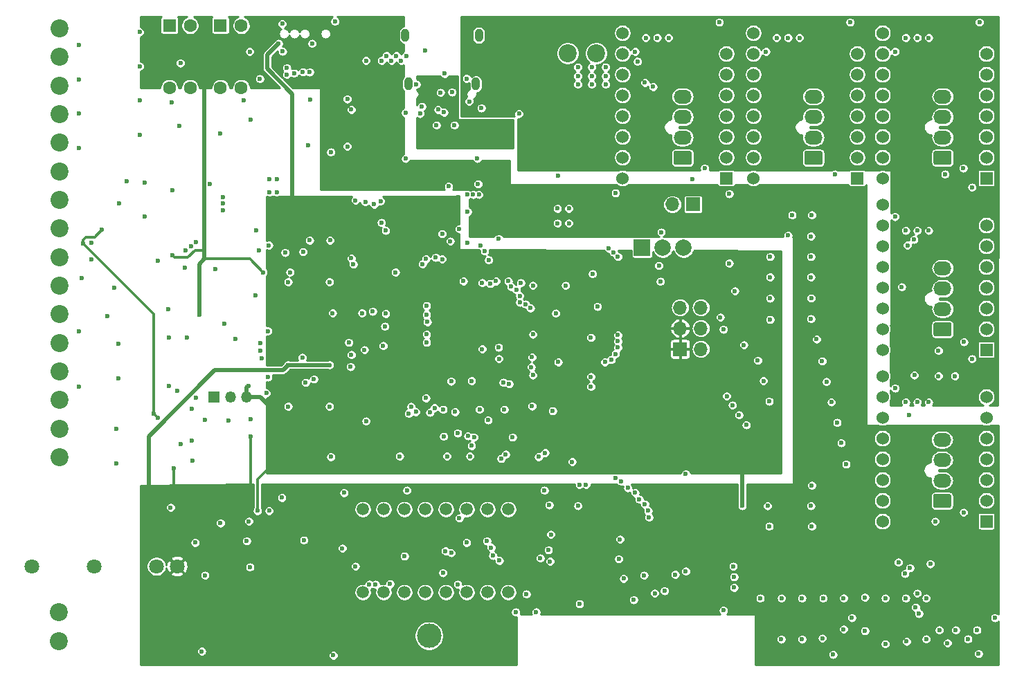
<source format=gbr>
G04 #@! TF.GenerationSoftware,KiCad,Pcbnew,(5.1.2)-1*
G04 #@! TF.CreationDate,2019-10-17T16:55:22+02:00*
G04 #@! TF.ProjectId,ovc,6f76632e-6b69-4636-9164-5f7063625858,rev?*
G04 #@! TF.SameCoordinates,Original*
G04 #@! TF.FileFunction,Copper,L3,Inr*
G04 #@! TF.FilePolarity,Positive*
%FSLAX46Y46*%
G04 Gerber Fmt 4.6, Leading zero omitted, Abs format (unit mm)*
G04 Created by KiCad (PCBNEW (5.1.2)-1) date 2019-10-17 16:55:22*
%MOMM*%
%LPD*%
G04 APERTURE LIST*
%ADD10O,1.000000X1.600000*%
%ADD11C,1.500000*%
%ADD12C,3.000000*%
%ADD13C,1.524000*%
%ADD14R,1.524000X1.524000*%
%ADD15C,1.800000*%
%ADD16C,2.200000*%
%ADD17C,0.100000*%
%ADD18C,1.700000*%
%ADD19O,2.200000X1.700000*%
%ADD20R,1.700000X1.700000*%
%ADD21O,1.700000X1.700000*%
%ADD22R,1.350000X1.350000*%
%ADD23O,1.350000X1.350000*%
%ADD24C,1.600000*%
%ADD25R,1.600000X1.600000*%
%ADD26R,2.000000X2.000000*%
%ADD27C,2.000000*%
%ADD28C,0.600000*%
%ADD29C,0.500000*%
%ADD30C,0.300000*%
%ADD31C,0.254000*%
G04 APERTURE END LIST*
D10*
X171090000Y-52600000D03*
X170730000Y-58550000D03*
X162470000Y-58550000D03*
X162110000Y-52600000D03*
D11*
X156910000Y-120780000D03*
X159450000Y-120780000D03*
X161990000Y-120780000D03*
X164530000Y-120780000D03*
X167070000Y-120780000D03*
X169610000Y-120780000D03*
X172150000Y-120780000D03*
X174690000Y-120780000D03*
X174690000Y-110620000D03*
X172150000Y-110620000D03*
X169610000Y-110620000D03*
X167070000Y-110620000D03*
X164530000Y-110620000D03*
X161990000Y-110620000D03*
X159450000Y-110620000D03*
X156910000Y-110620000D03*
D12*
X165000000Y-126100000D03*
D13*
X220450000Y-112090000D03*
X220450000Y-109550000D03*
X220450000Y-107010000D03*
X220450000Y-104470000D03*
X220450000Y-101930000D03*
X220450000Y-99390000D03*
X220450000Y-96850000D03*
X220450000Y-94310000D03*
X233150000Y-94310000D03*
X233150000Y-96850000D03*
X233150000Y-99390000D03*
X233150000Y-101930000D03*
X233150000Y-104470000D03*
X233150000Y-107010000D03*
X233150000Y-109550000D03*
D14*
X233150000Y-112090000D03*
D13*
X220450000Y-91090000D03*
X220450000Y-88550000D03*
X220450000Y-86010000D03*
X220450000Y-83470000D03*
X220450000Y-80930000D03*
X220450000Y-78390000D03*
X220450000Y-75850000D03*
X220450000Y-73310000D03*
X233150000Y-73310000D03*
X233150000Y-75850000D03*
X233150000Y-78390000D03*
X233150000Y-80930000D03*
X233150000Y-83470000D03*
X233150000Y-86010000D03*
X233150000Y-88550000D03*
D14*
X233150000Y-91090000D03*
D13*
X220450000Y-70090000D03*
X220450000Y-67550000D03*
X220450000Y-65010000D03*
X220450000Y-62470000D03*
X220450000Y-59930000D03*
X220450000Y-57390000D03*
X220450000Y-54850000D03*
X220450000Y-52310000D03*
X233150000Y-52310000D03*
X233150000Y-54850000D03*
X233150000Y-57390000D03*
X233150000Y-59930000D03*
X233150000Y-62470000D03*
X233150000Y-65010000D03*
X233150000Y-67550000D03*
D14*
X233150000Y-70090000D03*
D13*
X204650000Y-70090000D03*
X204650000Y-67550000D03*
X204650000Y-65010000D03*
X204650000Y-62470000D03*
X204650000Y-59930000D03*
X204650000Y-57390000D03*
X204650000Y-54850000D03*
X204650000Y-52310000D03*
X217350000Y-52310000D03*
X217350000Y-54850000D03*
X217350000Y-57390000D03*
X217350000Y-59930000D03*
X217350000Y-62470000D03*
X217350000Y-65010000D03*
X217350000Y-67550000D03*
D14*
X217350000Y-70090000D03*
D13*
X188650000Y-70090000D03*
X188650000Y-67550000D03*
X188650000Y-65010000D03*
X188650000Y-62470000D03*
X188650000Y-59930000D03*
X188650000Y-57390000D03*
X188650000Y-54850000D03*
X188650000Y-52310000D03*
X201350000Y-52310000D03*
X201350000Y-54850000D03*
X201350000Y-57390000D03*
X201350000Y-59930000D03*
X201350000Y-62470000D03*
X201350000Y-65010000D03*
X201350000Y-67550000D03*
D14*
X201350000Y-70090000D03*
D15*
X116420000Y-117600000D03*
X124040000Y-117600000D03*
X131660000Y-117600000D03*
X134200000Y-117600000D03*
D16*
X119700000Y-123250000D03*
X119700000Y-126750000D03*
X185450000Y-54800000D03*
X181950000Y-54800000D03*
X178450000Y-54800000D03*
X174950000Y-54800000D03*
D17*
G36*
X228614504Y-108751204D02*
G01*
X228638773Y-108754804D01*
X228662571Y-108760765D01*
X228685671Y-108769030D01*
X228707849Y-108779520D01*
X228728893Y-108792133D01*
X228748598Y-108806747D01*
X228766777Y-108823223D01*
X228783253Y-108841402D01*
X228797867Y-108861107D01*
X228810480Y-108882151D01*
X228820970Y-108904329D01*
X228829235Y-108927429D01*
X228835196Y-108951227D01*
X228838796Y-108975496D01*
X228840000Y-109000000D01*
X228840000Y-110200000D01*
X228838796Y-110224504D01*
X228835196Y-110248773D01*
X228829235Y-110272571D01*
X228820970Y-110295671D01*
X228810480Y-110317849D01*
X228797867Y-110338893D01*
X228783253Y-110358598D01*
X228766777Y-110376777D01*
X228748598Y-110393253D01*
X228728893Y-110407867D01*
X228707849Y-110420480D01*
X228685671Y-110430970D01*
X228662571Y-110439235D01*
X228638773Y-110445196D01*
X228614504Y-110448796D01*
X228590000Y-110450000D01*
X226890000Y-110450000D01*
X226865496Y-110448796D01*
X226841227Y-110445196D01*
X226817429Y-110439235D01*
X226794329Y-110430970D01*
X226772151Y-110420480D01*
X226751107Y-110407867D01*
X226731402Y-110393253D01*
X226713223Y-110376777D01*
X226696747Y-110358598D01*
X226682133Y-110338893D01*
X226669520Y-110317849D01*
X226659030Y-110295671D01*
X226650765Y-110272571D01*
X226644804Y-110248773D01*
X226641204Y-110224504D01*
X226640000Y-110200000D01*
X226640000Y-109000000D01*
X226641204Y-108975496D01*
X226644804Y-108951227D01*
X226650765Y-108927429D01*
X226659030Y-108904329D01*
X226669520Y-108882151D01*
X226682133Y-108861107D01*
X226696747Y-108841402D01*
X226713223Y-108823223D01*
X226731402Y-108806747D01*
X226751107Y-108792133D01*
X226772151Y-108779520D01*
X226794329Y-108769030D01*
X226817429Y-108760765D01*
X226841227Y-108754804D01*
X226865496Y-108751204D01*
X226890000Y-108750000D01*
X228590000Y-108750000D01*
X228614504Y-108751204D01*
X228614504Y-108751204D01*
G37*
D18*
X227740000Y-109600000D03*
D19*
X227740000Y-107100000D03*
X227740000Y-104600000D03*
X227740000Y-102100000D03*
D20*
X197300000Y-73300000D03*
D21*
X194760000Y-73300000D03*
D19*
X227800000Y-81100000D03*
X227800000Y-83600000D03*
X227800000Y-86100000D03*
D17*
G36*
X228674504Y-87751204D02*
G01*
X228698773Y-87754804D01*
X228722571Y-87760765D01*
X228745671Y-87769030D01*
X228767849Y-87779520D01*
X228788893Y-87792133D01*
X228808598Y-87806747D01*
X228826777Y-87823223D01*
X228843253Y-87841402D01*
X228857867Y-87861107D01*
X228870480Y-87882151D01*
X228880970Y-87904329D01*
X228889235Y-87927429D01*
X228895196Y-87951227D01*
X228898796Y-87975496D01*
X228900000Y-88000000D01*
X228900000Y-89200000D01*
X228898796Y-89224504D01*
X228895196Y-89248773D01*
X228889235Y-89272571D01*
X228880970Y-89295671D01*
X228870480Y-89317849D01*
X228857867Y-89338893D01*
X228843253Y-89358598D01*
X228826777Y-89376777D01*
X228808598Y-89393253D01*
X228788893Y-89407867D01*
X228767849Y-89420480D01*
X228745671Y-89430970D01*
X228722571Y-89439235D01*
X228698773Y-89445196D01*
X228674504Y-89448796D01*
X228650000Y-89450000D01*
X226950000Y-89450000D01*
X226925496Y-89448796D01*
X226901227Y-89445196D01*
X226877429Y-89439235D01*
X226854329Y-89430970D01*
X226832151Y-89420480D01*
X226811107Y-89407867D01*
X226791402Y-89393253D01*
X226773223Y-89376777D01*
X226756747Y-89358598D01*
X226742133Y-89338893D01*
X226729520Y-89317849D01*
X226719030Y-89295671D01*
X226710765Y-89272571D01*
X226704804Y-89248773D01*
X226701204Y-89224504D01*
X226700000Y-89200000D01*
X226700000Y-88000000D01*
X226701204Y-87975496D01*
X226704804Y-87951227D01*
X226710765Y-87927429D01*
X226719030Y-87904329D01*
X226729520Y-87882151D01*
X226742133Y-87861107D01*
X226756747Y-87841402D01*
X226773223Y-87823223D01*
X226791402Y-87806747D01*
X226811107Y-87792133D01*
X226832151Y-87779520D01*
X226854329Y-87769030D01*
X226877429Y-87760765D01*
X226901227Y-87754804D01*
X226925496Y-87751204D01*
X226950000Y-87750000D01*
X228650000Y-87750000D01*
X228674504Y-87751204D01*
X228674504Y-87751204D01*
G37*
D18*
X227800000Y-88600000D03*
D17*
G36*
X228674504Y-66751204D02*
G01*
X228698773Y-66754804D01*
X228722571Y-66760765D01*
X228745671Y-66769030D01*
X228767849Y-66779520D01*
X228788893Y-66792133D01*
X228808598Y-66806747D01*
X228826777Y-66823223D01*
X228843253Y-66841402D01*
X228857867Y-66861107D01*
X228870480Y-66882151D01*
X228880970Y-66904329D01*
X228889235Y-66927429D01*
X228895196Y-66951227D01*
X228898796Y-66975496D01*
X228900000Y-67000000D01*
X228900000Y-68200000D01*
X228898796Y-68224504D01*
X228895196Y-68248773D01*
X228889235Y-68272571D01*
X228880970Y-68295671D01*
X228870480Y-68317849D01*
X228857867Y-68338893D01*
X228843253Y-68358598D01*
X228826777Y-68376777D01*
X228808598Y-68393253D01*
X228788893Y-68407867D01*
X228767849Y-68420480D01*
X228745671Y-68430970D01*
X228722571Y-68439235D01*
X228698773Y-68445196D01*
X228674504Y-68448796D01*
X228650000Y-68450000D01*
X226950000Y-68450000D01*
X226925496Y-68448796D01*
X226901227Y-68445196D01*
X226877429Y-68439235D01*
X226854329Y-68430970D01*
X226832151Y-68420480D01*
X226811107Y-68407867D01*
X226791402Y-68393253D01*
X226773223Y-68376777D01*
X226756747Y-68358598D01*
X226742133Y-68338893D01*
X226729520Y-68317849D01*
X226719030Y-68295671D01*
X226710765Y-68272571D01*
X226704804Y-68248773D01*
X226701204Y-68224504D01*
X226700000Y-68200000D01*
X226700000Y-67000000D01*
X226701204Y-66975496D01*
X226704804Y-66951227D01*
X226710765Y-66927429D01*
X226719030Y-66904329D01*
X226729520Y-66882151D01*
X226742133Y-66861107D01*
X226756747Y-66841402D01*
X226773223Y-66823223D01*
X226791402Y-66806747D01*
X226811107Y-66792133D01*
X226832151Y-66779520D01*
X226854329Y-66769030D01*
X226877429Y-66760765D01*
X226901227Y-66754804D01*
X226925496Y-66751204D01*
X226950000Y-66750000D01*
X228650000Y-66750000D01*
X228674504Y-66751204D01*
X228674504Y-66751204D01*
G37*
D18*
X227800000Y-67600000D03*
D19*
X227800000Y-65100000D03*
X227800000Y-62600000D03*
X227800000Y-60100000D03*
D17*
G36*
X212874504Y-66751204D02*
G01*
X212898773Y-66754804D01*
X212922571Y-66760765D01*
X212945671Y-66769030D01*
X212967849Y-66779520D01*
X212988893Y-66792133D01*
X213008598Y-66806747D01*
X213026777Y-66823223D01*
X213043253Y-66841402D01*
X213057867Y-66861107D01*
X213070480Y-66882151D01*
X213080970Y-66904329D01*
X213089235Y-66927429D01*
X213095196Y-66951227D01*
X213098796Y-66975496D01*
X213100000Y-67000000D01*
X213100000Y-68200000D01*
X213098796Y-68224504D01*
X213095196Y-68248773D01*
X213089235Y-68272571D01*
X213080970Y-68295671D01*
X213070480Y-68317849D01*
X213057867Y-68338893D01*
X213043253Y-68358598D01*
X213026777Y-68376777D01*
X213008598Y-68393253D01*
X212988893Y-68407867D01*
X212967849Y-68420480D01*
X212945671Y-68430970D01*
X212922571Y-68439235D01*
X212898773Y-68445196D01*
X212874504Y-68448796D01*
X212850000Y-68450000D01*
X211150000Y-68450000D01*
X211125496Y-68448796D01*
X211101227Y-68445196D01*
X211077429Y-68439235D01*
X211054329Y-68430970D01*
X211032151Y-68420480D01*
X211011107Y-68407867D01*
X210991402Y-68393253D01*
X210973223Y-68376777D01*
X210956747Y-68358598D01*
X210942133Y-68338893D01*
X210929520Y-68317849D01*
X210919030Y-68295671D01*
X210910765Y-68272571D01*
X210904804Y-68248773D01*
X210901204Y-68224504D01*
X210900000Y-68200000D01*
X210900000Y-67000000D01*
X210901204Y-66975496D01*
X210904804Y-66951227D01*
X210910765Y-66927429D01*
X210919030Y-66904329D01*
X210929520Y-66882151D01*
X210942133Y-66861107D01*
X210956747Y-66841402D01*
X210973223Y-66823223D01*
X210991402Y-66806747D01*
X211011107Y-66792133D01*
X211032151Y-66779520D01*
X211054329Y-66769030D01*
X211077429Y-66760765D01*
X211101227Y-66754804D01*
X211125496Y-66751204D01*
X211150000Y-66750000D01*
X212850000Y-66750000D01*
X212874504Y-66751204D01*
X212874504Y-66751204D01*
G37*
D18*
X212000000Y-67600000D03*
D19*
X212000000Y-65100000D03*
X212000000Y-62600000D03*
X212000000Y-60100000D03*
X196000000Y-60100000D03*
X196000000Y-62600000D03*
X196000000Y-65100000D03*
D17*
G36*
X196874504Y-66751204D02*
G01*
X196898773Y-66754804D01*
X196922571Y-66760765D01*
X196945671Y-66769030D01*
X196967849Y-66779520D01*
X196988893Y-66792133D01*
X197008598Y-66806747D01*
X197026777Y-66823223D01*
X197043253Y-66841402D01*
X197057867Y-66861107D01*
X197070480Y-66882151D01*
X197080970Y-66904329D01*
X197089235Y-66927429D01*
X197095196Y-66951227D01*
X197098796Y-66975496D01*
X197100000Y-67000000D01*
X197100000Y-68200000D01*
X197098796Y-68224504D01*
X197095196Y-68248773D01*
X197089235Y-68272571D01*
X197080970Y-68295671D01*
X197070480Y-68317849D01*
X197057867Y-68338893D01*
X197043253Y-68358598D01*
X197026777Y-68376777D01*
X197008598Y-68393253D01*
X196988893Y-68407867D01*
X196967849Y-68420480D01*
X196945671Y-68430970D01*
X196922571Y-68439235D01*
X196898773Y-68445196D01*
X196874504Y-68448796D01*
X196850000Y-68450000D01*
X195150000Y-68450000D01*
X195125496Y-68448796D01*
X195101227Y-68445196D01*
X195077429Y-68439235D01*
X195054329Y-68430970D01*
X195032151Y-68420480D01*
X195011107Y-68407867D01*
X194991402Y-68393253D01*
X194973223Y-68376777D01*
X194956747Y-68358598D01*
X194942133Y-68338893D01*
X194929520Y-68317849D01*
X194919030Y-68295671D01*
X194910765Y-68272571D01*
X194904804Y-68248773D01*
X194901204Y-68224504D01*
X194900000Y-68200000D01*
X194900000Y-67000000D01*
X194901204Y-66975496D01*
X194904804Y-66951227D01*
X194910765Y-66927429D01*
X194919030Y-66904329D01*
X194929520Y-66882151D01*
X194942133Y-66861107D01*
X194956747Y-66841402D01*
X194973223Y-66823223D01*
X194991402Y-66806747D01*
X195011107Y-66792133D01*
X195032151Y-66779520D01*
X195054329Y-66769030D01*
X195077429Y-66760765D01*
X195101227Y-66754804D01*
X195125496Y-66751204D01*
X195150000Y-66750000D01*
X196850000Y-66750000D01*
X196874504Y-66751204D01*
X196874504Y-66751204D01*
G37*
D18*
X196000000Y-67600000D03*
D22*
X138700000Y-96900000D03*
D23*
X140700000Y-96900000D03*
X142700000Y-96900000D03*
D24*
X139500000Y-59020000D03*
X142040000Y-59020000D03*
X142040000Y-51400000D03*
D25*
X139500000Y-51400000D03*
D24*
X133250000Y-59020000D03*
X135790000Y-59020000D03*
X135790000Y-51400000D03*
D25*
X133250000Y-51400000D03*
D26*
X191060000Y-78600000D03*
D27*
X193600000Y-78600000D03*
X196140000Y-78600000D03*
D20*
X195700000Y-91000000D03*
D21*
X198240000Y-91000000D03*
X195700000Y-88460000D03*
X198240000Y-88460000D03*
X195700000Y-85920000D03*
X198240000Y-85920000D03*
D16*
X119800000Y-97250000D03*
X119800000Y-93750000D03*
X119800000Y-90250000D03*
X119800000Y-86750000D03*
X119800000Y-83250000D03*
X119800000Y-79750000D03*
X119800000Y-76250000D03*
X119800000Y-72750000D03*
X119800000Y-69250000D03*
X119800000Y-65750000D03*
X119800000Y-62250000D03*
X119800000Y-58750000D03*
X119800000Y-100750000D03*
X119800000Y-104250000D03*
X119800000Y-55250000D03*
X119800000Y-51750000D03*
D28*
X188100000Y-90800006D03*
X188100000Y-90050003D03*
X188100000Y-79700000D03*
X192400000Y-58902001D03*
X222800000Y-83400000D03*
X188100000Y-89300000D03*
X187569668Y-79169668D03*
X191400000Y-58400000D03*
X223500000Y-78300000D03*
X223700000Y-99100000D03*
X186990983Y-78692566D03*
X190500000Y-55800000D03*
X224300000Y-77600000D03*
X224350001Y-94200000D03*
X180500000Y-86625000D03*
X172000000Y-57600000D03*
X174000000Y-57600000D03*
X176000000Y-57600000D03*
X178000000Y-57600000D03*
X180000000Y-57600000D03*
X182000000Y-57600000D03*
X172000000Y-59600000D03*
X174000000Y-59600000D03*
X176000000Y-59600000D03*
X178000000Y-59600000D03*
X180000000Y-59600000D03*
X182000000Y-59600000D03*
X228300000Y-97500000D03*
X229800000Y-97500000D03*
X231100000Y-97500000D03*
X179300000Y-66400000D03*
X180000000Y-66400000D03*
X180750000Y-66550000D03*
X139800000Y-74000000D03*
X139800000Y-73200000D03*
X139800000Y-72400000D03*
X182100000Y-75600000D03*
X180700000Y-75600000D03*
X182100000Y-73800000D03*
X180700000Y-73800000D03*
X169700000Y-74200000D03*
X171100000Y-72100000D03*
X170400000Y-72100000D03*
X169700000Y-72100000D03*
X206600000Y-112700000D03*
X206400000Y-110200000D03*
X211800000Y-107700000D03*
X211700000Y-110200000D03*
X211800000Y-112700000D03*
X122200000Y-53800000D03*
X122200000Y-58000000D03*
X122200000Y-62200000D03*
X122200000Y-66400000D03*
X134600000Y-56000000D03*
X147600000Y-56600000D03*
X147600000Y-57400000D03*
X129600000Y-52200000D03*
X129600000Y-56400000D03*
X129600000Y-60600000D03*
X129600000Y-64800000D03*
X128000000Y-70500000D03*
X130200000Y-70600000D03*
X169200000Y-82700000D03*
X166600000Y-76900000D03*
X169675000Y-78000000D03*
X171400000Y-61500000D03*
X145500000Y-70200000D03*
X146400000Y-70200000D03*
X146400000Y-71800000D03*
X145500000Y-71800000D03*
X134500000Y-63700000D03*
X133600000Y-71600000D03*
X131800000Y-80200000D03*
X133100000Y-86100000D03*
X126500000Y-83500000D03*
X125700000Y-87000000D03*
X130200000Y-74800000D03*
X127100000Y-73200000D03*
X150200000Y-66100000D03*
X153000000Y-66900000D03*
X143200000Y-62900000D03*
X142300000Y-60600000D03*
X127000000Y-94600000D03*
X127000000Y-90400000D03*
X122200000Y-95600000D03*
X122200000Y-88800000D03*
X133200000Y-89600000D03*
X135400000Y-89600000D03*
X133200000Y-95500000D03*
X122500000Y-82300000D03*
X123700000Y-80000000D03*
X140000000Y-87900000D03*
X141300000Y-89800000D03*
X123700000Y-78000000D03*
X134600000Y-102600000D03*
X136100000Y-104700000D03*
X150700000Y-53600000D03*
X147045000Y-51200000D03*
X167400000Y-71100000D03*
X171000000Y-70800000D03*
X133400000Y-110400000D03*
X136400000Y-114700000D03*
X137600000Y-118700000D03*
X139500000Y-112300000D03*
X142700000Y-114500000D03*
X149700000Y-114400000D03*
X153300000Y-128500000D03*
X137200000Y-128000000D03*
X145450000Y-110800000D03*
X147000000Y-109200000D03*
X166700000Y-118400000D03*
X134200000Y-96100000D03*
X155000000Y-60400000D03*
X154400000Y-115400000D03*
X168700000Y-111700000D03*
X177700000Y-89200000D03*
X167700000Y-94949998D03*
X170200000Y-94900000D03*
X173200000Y-82700000D03*
X177700000Y-94200000D03*
X155200000Y-90200000D03*
X149600000Y-79100000D03*
X148000000Y-81600000D03*
X143825000Y-76500000D03*
X168100000Y-63600000D03*
X165900000Y-63600000D03*
X162125000Y-62100000D03*
X162125000Y-67700000D03*
X152825000Y-82790000D03*
X147775000Y-82790000D03*
X170500000Y-101800000D03*
X135107523Y-81050000D03*
X147775000Y-98030000D03*
X152825000Y-98030000D03*
X145100000Y-96400000D03*
X154600000Y-108600000D03*
X162300000Y-108300000D03*
X150500000Y-60500000D03*
X159400000Y-90600000D03*
X140500000Y-99800000D03*
X136000000Y-98300000D03*
X137600000Y-99700000D03*
X153000000Y-104200000D03*
X161400000Y-104125000D03*
X170000000Y-104125000D03*
X178400000Y-104200000D03*
X179200000Y-103700000D03*
X169900000Y-60700000D03*
X169600000Y-57900000D03*
X164121232Y-61321232D03*
X170900000Y-67700000D03*
X176000000Y-62200000D03*
X176900000Y-121000000D03*
X175600000Y-123200000D03*
X178100000Y-123200000D03*
X178600000Y-116600000D03*
X173500000Y-77500000D03*
X201000000Y-88600000D03*
X193100000Y-80800000D03*
X143100000Y-117700000D03*
X174800000Y-95275000D03*
X185600000Y-85800000D03*
X185000000Y-81800000D03*
X175200000Y-101800000D03*
X184800000Y-95600000D03*
X184800000Y-94400000D03*
X184200000Y-107600000D03*
X201000000Y-123000000D03*
X202200000Y-117600000D03*
X183400000Y-122200000D03*
X184800000Y-89600000D03*
X222000000Y-95800000D03*
X223300000Y-97500000D03*
X226100000Y-97500000D03*
X224700000Y-97500000D03*
X231400000Y-92200000D03*
X231400000Y-71200000D03*
X191500000Y-52900000D03*
X194300000Y-52900000D03*
X192900000Y-52900000D03*
X207500000Y-52900000D03*
X208900000Y-52900000D03*
X210300000Y-52900000D03*
X223300000Y-52900000D03*
X224700000Y-52900000D03*
X226100000Y-52900000D03*
X223300000Y-76500000D03*
X224700000Y-76500000D03*
X226100000Y-76500000D03*
X222000000Y-54600000D03*
X206200000Y-54600000D03*
X190200000Y-54600000D03*
X200500000Y-51000000D03*
X232300000Y-51000000D03*
X216500000Y-51000000D03*
X193300000Y-82725010D03*
X208070000Y-126525000D03*
X210610000Y-126525000D03*
X193400000Y-76700000D03*
X177700000Y-83225010D03*
X181700000Y-83225000D03*
X200621239Y-87121239D03*
X183200000Y-57600000D03*
X184900000Y-57600000D03*
X186600000Y-57600000D03*
X186600000Y-58600000D03*
X184900000Y-58600000D03*
X183200000Y-58600000D03*
X183200000Y-56500000D03*
X184900000Y-56500000D03*
X186600000Y-56500000D03*
X201700000Y-80500000D03*
X202400000Y-83900000D03*
X196400000Y-106299996D03*
X226300000Y-117300000D03*
X224700000Y-120900000D03*
X227400000Y-125400000D03*
X229400000Y-125400000D03*
X232000000Y-125400000D03*
X232200000Y-128300000D03*
X214400000Y-128400000D03*
X216700000Y-123900000D03*
X234200000Y-123900000D03*
X157300000Y-55700000D03*
X143074990Y-54600000D03*
X138880000Y-81260000D03*
X221980000Y-74800000D03*
X230370000Y-110990000D03*
X230410000Y-90130000D03*
X230330000Y-68870000D03*
X214620000Y-69610000D03*
X198710000Y-68870000D03*
X147090000Y-54580000D03*
X180110000Y-98570000D03*
X142974990Y-112100000D03*
X188800000Y-119100000D03*
X188349998Y-114300000D03*
X188200000Y-116700000D03*
X166800000Y-101700000D03*
X143218738Y-99581262D03*
X145306041Y-94450002D03*
X136000000Y-102200000D03*
X201700000Y-72000000D03*
X164700000Y-89200000D03*
X229300000Y-94300000D03*
X163449989Y-58600000D03*
X126800000Y-100800000D03*
X126800000Y-105000000D03*
X164500000Y-54500000D03*
X169600000Y-79200000D03*
X154900000Y-75200000D03*
X172700000Y-79300000D03*
X168600000Y-72375000D03*
X183100000Y-81800000D03*
X186400000Y-83225000D03*
X182500000Y-90500000D03*
X175400000Y-89300000D03*
X170225000Y-100100000D03*
X167500000Y-100100000D03*
X145400000Y-76200000D03*
X202300000Y-120200000D03*
X203300000Y-110200000D03*
X183174424Y-94950384D03*
X202300000Y-89700000D03*
X200621238Y-89700000D03*
X146600000Y-53600000D03*
X174346232Y-99440000D03*
X181275000Y-102770000D03*
X144025000Y-110800000D03*
X151400000Y-105800000D03*
X159800000Y-105800000D03*
X168800000Y-105700000D03*
X174800000Y-106125000D03*
X171900000Y-92100000D03*
X169200000Y-88800000D03*
X160300000Y-90600000D03*
X157200000Y-90100000D03*
X142900000Y-95500000D03*
X147775000Y-95490000D03*
X152800000Y-96400000D03*
X204600000Y-81700000D03*
X207200000Y-83300000D03*
X204599998Y-104100000D03*
X228100000Y-69600000D03*
X227300000Y-91200000D03*
X226900000Y-112100000D03*
X227300000Y-94300000D03*
X177400931Y-86000764D03*
X176821145Y-85525001D03*
X176100000Y-85300000D03*
X176100000Y-84499998D03*
X174700000Y-82700000D03*
X175035411Y-83370822D03*
X175683329Y-83748584D03*
X176225000Y-82900000D03*
X164200000Y-80600000D03*
X164616026Y-79975961D03*
X165800000Y-79800000D03*
X167600000Y-77800000D03*
X171300000Y-78300000D03*
X171800000Y-79000000D03*
X187800000Y-71900000D03*
X172500000Y-83000000D03*
X172300000Y-80100000D03*
X147775000Y-92950000D03*
X152825000Y-92950000D03*
X145100000Y-93600000D03*
X157300000Y-57700000D03*
X232519998Y-121400000D03*
X225200000Y-115100000D03*
X204500000Y-75600000D03*
X203900000Y-76000000D03*
X203300000Y-76400000D03*
X153400000Y-111500000D03*
X178600000Y-114600000D03*
X177900000Y-121000000D03*
X157900000Y-115200000D03*
X162843707Y-114275000D03*
X171400000Y-115025000D03*
X168700000Y-109200000D03*
X172900000Y-123200000D03*
X153900000Y-114500000D03*
X133800000Y-105600000D03*
X143200000Y-101700000D03*
X136900000Y-86800000D03*
X136900000Y-81400000D03*
X133600000Y-79500000D03*
X144700000Y-81600000D03*
X171500000Y-82900000D03*
X180800000Y-69800000D03*
X122700000Y-78100000D03*
X131800000Y-99400000D03*
X131300000Y-98900000D03*
X125000000Y-76400000D03*
X165300000Y-59600000D03*
X168100000Y-58000000D03*
X168046447Y-61296017D03*
X165200000Y-61300000D03*
X165900000Y-65800000D03*
X167200000Y-65800000D03*
X174800000Y-64500000D03*
X174800000Y-63400000D03*
X173200000Y-63400000D03*
X173200000Y-64500000D03*
X174000000Y-64500000D03*
X174000000Y-63400000D03*
X197200000Y-70200000D03*
X155000000Y-66200000D03*
X166400000Y-59600000D03*
X166100000Y-61700000D03*
X167807224Y-59556348D03*
X166830425Y-62034787D03*
X172225000Y-99700000D03*
X171175000Y-98400000D03*
X168500000Y-101300000D03*
X170200000Y-102850001D03*
X164700000Y-90200000D03*
X153500000Y-50900000D03*
X163900000Y-62200000D03*
X150917844Y-94686384D03*
X157200000Y-73000000D03*
X152900000Y-77700000D03*
X149560000Y-57090000D03*
X149900000Y-95100000D03*
X156000000Y-72800000D03*
X150400000Y-77700000D03*
X148510000Y-57250000D03*
X159174999Y-75525001D03*
X159700000Y-76500000D03*
X180800000Y-92600000D03*
X153200000Y-86600000D03*
X156800000Y-86600000D03*
X223200000Y-118500000D03*
X186500000Y-92600000D03*
X177602494Y-91998753D03*
X173550002Y-92200000D03*
X177500000Y-93200000D03*
X223800000Y-117800000D03*
X187300000Y-92300000D03*
X173503489Y-90799244D03*
X171500000Y-91000000D03*
X155400000Y-93174990D03*
X149500000Y-92025000D03*
X222400000Y-117100000D03*
X187800000Y-91600000D03*
X157300000Y-99825000D03*
X174072391Y-95093098D03*
X166900000Y-57300000D03*
X216000000Y-105100000D03*
X179700000Y-110100000D03*
X202300000Y-118900000D03*
X214900000Y-100000000D03*
X213600000Y-95000000D03*
X212400000Y-89800000D03*
X211725000Y-84770000D03*
X211700000Y-79700000D03*
X211800000Y-74600000D03*
X215400000Y-102500000D03*
X214200000Y-97500000D03*
X213074999Y-92474999D03*
X211700000Y-87300000D03*
X211700000Y-82200000D03*
X211700000Y-77200000D03*
X191900000Y-111600000D03*
X191400000Y-110000000D03*
X190200000Y-108600000D03*
X203800000Y-100300000D03*
X206600000Y-97400000D03*
X188500000Y-107200000D03*
X202100000Y-97875000D03*
X205200000Y-92400000D03*
X183212272Y-110194631D03*
X206700000Y-87400000D03*
X206700000Y-82200000D03*
X208900000Y-77100000D03*
X191800000Y-110800000D03*
X190700000Y-109400000D03*
X189300000Y-108000000D03*
X202900000Y-99075000D03*
X205900000Y-94900000D03*
X187800000Y-106825000D03*
X201400000Y-96775000D03*
X203500000Y-90500000D03*
X183400000Y-107600000D03*
X206700000Y-84800000D03*
X206700000Y-79700000D03*
X179100000Y-108300000D03*
X182500000Y-104800000D03*
X209400000Y-74600000D03*
X144300000Y-57925000D03*
X145400000Y-78300000D03*
X158300000Y-73300000D03*
X150400000Y-57100000D03*
X135900000Y-78450001D03*
X144499990Y-92149984D03*
X135250000Y-78925000D03*
X144388130Y-90263865D03*
X136500000Y-77900000D03*
X145300000Y-88800000D03*
X147400000Y-79200000D03*
X138200000Y-70800000D03*
X139500000Y-64600000D03*
X144244976Y-78944976D03*
X164625000Y-97000000D03*
X169746231Y-101653769D03*
X165675000Y-98200000D03*
X177600000Y-98000000D03*
X174375752Y-103900000D03*
X162500000Y-98900000D03*
X179800000Y-117000000D03*
X179600000Y-115600000D03*
X169600000Y-114700000D03*
X162800000Y-98050001D03*
X179900000Y-113700000D03*
X156000000Y-117600000D03*
X157700000Y-119800000D03*
X168175000Y-98700000D03*
X158450003Y-119800000D03*
X160226910Y-119742303D03*
X168500000Y-119800000D03*
X162000000Y-116349960D03*
X167000000Y-115725000D03*
X167713539Y-115956003D03*
X168700000Y-76300000D03*
X166600000Y-80000000D03*
X155747998Y-80625001D03*
X157100000Y-91100000D03*
X144400000Y-91200000D03*
X143800000Y-84470000D03*
X155500000Y-91700000D03*
X155500000Y-79900000D03*
X162200000Y-55100000D03*
X164797039Y-87685195D03*
X161600000Y-55700000D03*
X164700000Y-85700000D03*
X161000000Y-55100000D03*
X164700000Y-86800000D03*
X160400000Y-55700000D03*
X160900000Y-81600000D03*
X159800000Y-55100000D03*
X158100000Y-86400000D03*
X159200000Y-55700000D03*
X159074990Y-72900000D03*
X159600000Y-88225000D03*
X159700000Y-86675000D03*
X167200000Y-104125000D03*
X163400000Y-98700000D03*
X166725000Y-98400000D03*
X165100000Y-98774990D03*
X174200000Y-98400000D03*
X173821232Y-104421232D03*
X155500000Y-61700000D03*
X133500000Y-60800000D03*
X136500000Y-97000000D03*
X205500000Y-121500000D03*
X208100000Y-121500000D03*
X210600000Y-121500000D03*
X213200000Y-121500000D03*
X213100000Y-126400000D03*
X215700000Y-121500000D03*
X215700000Y-125300000D03*
X218300000Y-121400000D03*
X218300000Y-125500000D03*
X220800000Y-121500000D03*
X220800000Y-127100000D03*
X223300000Y-121500000D03*
X223400000Y-126800000D03*
X225800000Y-121500000D03*
X225800000Y-126500000D03*
X224500000Y-122625000D03*
X228400000Y-127000000D03*
X224900000Y-123400000D03*
X230900000Y-126500000D03*
X190025000Y-121700000D03*
X192600000Y-120900000D03*
X195100000Y-118600000D03*
X191295000Y-118700000D03*
X193800000Y-120600000D03*
X196400000Y-118200000D03*
X173600000Y-116900000D03*
X172800000Y-116300000D03*
X172600000Y-115300000D03*
X172075000Y-114500000D03*
D29*
X203300000Y-110200000D02*
X203300000Y-109775736D01*
X203300000Y-109775736D02*
X203300000Y-105400000D01*
X145200000Y-55000000D02*
X146600000Y-53600000D01*
X145200000Y-56700000D02*
X145200000Y-55000000D01*
X148300000Y-73200000D02*
X148300000Y-59800000D01*
X148300000Y-59800000D02*
X145200000Y-56700000D01*
X142700000Y-96900000D02*
X144400000Y-96900000D01*
X144400000Y-96900000D02*
X145500000Y-98000000D01*
X142700000Y-95700000D02*
X142900000Y-95500000D01*
X142700000Y-96900000D02*
X142700000Y-95700000D01*
D30*
X144025000Y-106975000D02*
X145300000Y-105700000D01*
X144025000Y-110800000D02*
X144025000Y-106975000D01*
X133800000Y-105600000D02*
X133800000Y-108400000D01*
X143200000Y-101700000D02*
X143200000Y-107800000D01*
X143200000Y-107800000D02*
X142300000Y-108700000D01*
D29*
X136900000Y-86800000D02*
X136900000Y-81400000D01*
X137512132Y-79987868D02*
X137499999Y-79975735D01*
X136900000Y-81400000D02*
X136900000Y-80600000D01*
X136900000Y-80600000D02*
X137512132Y-79987868D01*
D30*
X133899999Y-79799999D02*
X135500001Y-79799999D01*
X133600000Y-79500000D02*
X133899999Y-79799999D01*
X136399999Y-78900001D02*
X137499999Y-78900001D01*
X135500001Y-79799999D02*
X136399999Y-78900001D01*
D29*
X137499999Y-79975735D02*
X137499999Y-78900001D01*
X137499999Y-78900001D02*
X137499999Y-58200001D01*
X147125000Y-93600000D02*
X147775000Y-92950000D01*
X145100000Y-93600000D02*
X147125000Y-93600000D01*
X147775000Y-92950000D02*
X152825000Y-92950000D01*
D30*
X143075735Y-79975735D02*
X144700000Y-81600000D01*
X137499999Y-79975735D02*
X143075735Y-79975735D01*
D29*
X130700000Y-101700000D02*
X130700000Y-108600000D01*
X145100000Y-93600000D02*
X138800000Y-93600000D01*
X138800000Y-93600000D02*
X130700000Y-101700000D01*
D30*
X131300000Y-86700000D02*
X131300000Y-98900000D01*
X122700000Y-78100000D02*
X131300000Y-86700000D01*
X131300000Y-98900000D02*
X131800000Y-99400000D01*
X122700000Y-77675736D02*
X123075736Y-77300000D01*
X122700000Y-78100000D02*
X122700000Y-77675736D01*
X123075736Y-77300000D02*
X124100000Y-77300000D01*
X124100000Y-77300000D02*
X125000000Y-76400000D01*
D31*
G36*
X166412977Y-57699689D02*
G01*
X166500311Y-57787023D01*
X166603004Y-57855640D01*
X166717111Y-57902905D01*
X166838246Y-57927000D01*
X166961754Y-57927000D01*
X167082889Y-57902905D01*
X167196996Y-57855640D01*
X167299689Y-57787023D01*
X167387023Y-57699689D01*
X167435592Y-57627000D01*
X168473000Y-57627000D01*
X168473000Y-62800000D01*
X168475440Y-62824776D01*
X168482667Y-62848601D01*
X168494403Y-62870557D01*
X168510197Y-62889803D01*
X168529443Y-62905597D01*
X168551399Y-62917333D01*
X168575224Y-62924560D01*
X168600000Y-62927000D01*
X175273000Y-62927000D01*
X175273000Y-66373000D01*
X163527000Y-66373000D01*
X163527000Y-63538246D01*
X165273000Y-63538246D01*
X165273000Y-63661754D01*
X165297095Y-63782889D01*
X165344360Y-63896996D01*
X165412977Y-63999689D01*
X165500311Y-64087023D01*
X165603004Y-64155640D01*
X165717111Y-64202905D01*
X165838246Y-64227000D01*
X165961754Y-64227000D01*
X166082889Y-64202905D01*
X166196996Y-64155640D01*
X166299689Y-64087023D01*
X166387023Y-63999689D01*
X166455640Y-63896996D01*
X166502905Y-63782889D01*
X166527000Y-63661754D01*
X166527000Y-63538246D01*
X167473000Y-63538246D01*
X167473000Y-63661754D01*
X167497095Y-63782889D01*
X167544360Y-63896996D01*
X167612977Y-63999689D01*
X167700311Y-64087023D01*
X167803004Y-64155640D01*
X167917111Y-64202905D01*
X168038246Y-64227000D01*
X168161754Y-64227000D01*
X168282889Y-64202905D01*
X168396996Y-64155640D01*
X168499689Y-64087023D01*
X168587023Y-63999689D01*
X168655640Y-63896996D01*
X168702905Y-63782889D01*
X168727000Y-63661754D01*
X168727000Y-63538246D01*
X168702905Y-63417111D01*
X168655640Y-63303004D01*
X168587023Y-63200311D01*
X168499689Y-63112977D01*
X168396996Y-63044360D01*
X168282889Y-62997095D01*
X168161754Y-62973000D01*
X168038246Y-62973000D01*
X167917111Y-62997095D01*
X167803004Y-63044360D01*
X167700311Y-63112977D01*
X167612977Y-63200311D01*
X167544360Y-63303004D01*
X167497095Y-63417111D01*
X167473000Y-63538246D01*
X166527000Y-63538246D01*
X166502905Y-63417111D01*
X166455640Y-63303004D01*
X166387023Y-63200311D01*
X166299689Y-63112977D01*
X166196996Y-63044360D01*
X166082889Y-62997095D01*
X165961754Y-62973000D01*
X165838246Y-62973000D01*
X165717111Y-62997095D01*
X165603004Y-63044360D01*
X165500311Y-63112977D01*
X165412977Y-63200311D01*
X165344360Y-63303004D01*
X165297095Y-63417111D01*
X165273000Y-63538246D01*
X163527000Y-63538246D01*
X163527000Y-62704856D01*
X163603004Y-62755640D01*
X163717111Y-62802905D01*
X163838246Y-62827000D01*
X163961754Y-62827000D01*
X164082889Y-62802905D01*
X164196996Y-62755640D01*
X164299689Y-62687023D01*
X164387023Y-62599689D01*
X164455640Y-62496996D01*
X164502905Y-62382889D01*
X164527000Y-62261754D01*
X164527000Y-62138246D01*
X164502905Y-62017111D01*
X164455640Y-61903004D01*
X164432021Y-61867656D01*
X164520921Y-61808255D01*
X164608255Y-61720921D01*
X164663496Y-61638246D01*
X165473000Y-61638246D01*
X165473000Y-61761754D01*
X165497095Y-61882889D01*
X165544360Y-61996996D01*
X165612977Y-62099689D01*
X165700311Y-62187023D01*
X165803004Y-62255640D01*
X165917111Y-62302905D01*
X166038246Y-62327000D01*
X166161754Y-62327000D01*
X166264351Y-62306592D01*
X166274785Y-62331783D01*
X166343402Y-62434476D01*
X166430736Y-62521810D01*
X166533429Y-62590427D01*
X166647536Y-62637692D01*
X166768671Y-62661787D01*
X166892179Y-62661787D01*
X167013314Y-62637692D01*
X167127421Y-62590427D01*
X167230114Y-62521810D01*
X167317448Y-62434476D01*
X167386065Y-62331783D01*
X167433330Y-62217676D01*
X167457425Y-62096541D01*
X167457425Y-61973033D01*
X167433330Y-61851898D01*
X167386065Y-61737791D01*
X167317448Y-61635098D01*
X167230114Y-61547764D01*
X167127421Y-61479147D01*
X167013314Y-61431882D01*
X166892179Y-61407787D01*
X166768671Y-61407787D01*
X166666074Y-61428195D01*
X166655640Y-61403004D01*
X166587023Y-61300311D01*
X166499689Y-61212977D01*
X166396996Y-61144360D01*
X166282889Y-61097095D01*
X166161754Y-61073000D01*
X166038246Y-61073000D01*
X165917111Y-61097095D01*
X165803004Y-61144360D01*
X165700311Y-61212977D01*
X165612977Y-61300311D01*
X165544360Y-61403004D01*
X165497095Y-61517111D01*
X165473000Y-61638246D01*
X164663496Y-61638246D01*
X164676872Y-61618228D01*
X164724137Y-61504121D01*
X164748232Y-61382986D01*
X164748232Y-61259478D01*
X164724137Y-61138343D01*
X164676872Y-61024236D01*
X164608255Y-60921543D01*
X164520921Y-60834209D01*
X164418228Y-60765592D01*
X164304121Y-60718327D01*
X164182986Y-60694232D01*
X164059478Y-60694232D01*
X163938343Y-60718327D01*
X163824236Y-60765592D01*
X163721543Y-60834209D01*
X163634209Y-60921543D01*
X163565592Y-61024236D01*
X163527000Y-61117405D01*
X163527000Y-60334059D01*
X163613264Y-60263264D01*
X163694741Y-60163984D01*
X163755283Y-60050717D01*
X163792565Y-59927814D01*
X163805154Y-59800000D01*
X163792565Y-59672186D01*
X163755283Y-59549283D01*
X163749384Y-59538246D01*
X165773000Y-59538246D01*
X165773000Y-59661754D01*
X165797095Y-59782889D01*
X165844360Y-59896996D01*
X165912977Y-59999689D01*
X166000311Y-60087023D01*
X166103004Y-60155640D01*
X166217111Y-60202905D01*
X166338246Y-60227000D01*
X166461754Y-60227000D01*
X166582889Y-60202905D01*
X166696996Y-60155640D01*
X166799689Y-60087023D01*
X166887023Y-59999689D01*
X166955640Y-59896996D01*
X167002905Y-59782889D01*
X167027000Y-59661754D01*
X167027000Y-59538246D01*
X167018318Y-59494594D01*
X167180224Y-59494594D01*
X167180224Y-59618102D01*
X167204319Y-59739237D01*
X167251584Y-59853344D01*
X167320201Y-59956037D01*
X167407535Y-60043371D01*
X167510228Y-60111988D01*
X167624335Y-60159253D01*
X167745470Y-60183348D01*
X167868978Y-60183348D01*
X167990113Y-60159253D01*
X168104220Y-60111988D01*
X168206913Y-60043371D01*
X168294247Y-59956037D01*
X168362864Y-59853344D01*
X168410129Y-59739237D01*
X168434224Y-59618102D01*
X168434224Y-59494594D01*
X168410129Y-59373459D01*
X168362864Y-59259352D01*
X168294247Y-59156659D01*
X168206913Y-59069325D01*
X168104220Y-59000708D01*
X167990113Y-58953443D01*
X167868978Y-58929348D01*
X167745470Y-58929348D01*
X167624335Y-58953443D01*
X167510228Y-59000708D01*
X167407535Y-59069325D01*
X167320201Y-59156659D01*
X167251584Y-59259352D01*
X167204319Y-59373459D01*
X167180224Y-59494594D01*
X167018318Y-59494594D01*
X167002905Y-59417111D01*
X166955640Y-59303004D01*
X166887023Y-59200311D01*
X166799689Y-59112977D01*
X166696996Y-59044360D01*
X166582889Y-58997095D01*
X166461754Y-58973000D01*
X166338246Y-58973000D01*
X166217111Y-58997095D01*
X166103004Y-59044360D01*
X166000311Y-59112977D01*
X165912977Y-59200311D01*
X165844360Y-59303004D01*
X165797095Y-59417111D01*
X165773000Y-59538246D01*
X163749384Y-59538246D01*
X163694741Y-59436016D01*
X163613264Y-59336736D01*
X163527000Y-59265941D01*
X163527000Y-59223965D01*
X163632878Y-59202905D01*
X163746985Y-59155640D01*
X163849678Y-59087023D01*
X163937012Y-58999689D01*
X164005629Y-58896996D01*
X164052894Y-58782889D01*
X164076989Y-58661754D01*
X164076989Y-58538246D01*
X164052894Y-58417111D01*
X164005629Y-58303004D01*
X163937012Y-58200311D01*
X163849678Y-58112977D01*
X163746985Y-58044360D01*
X163632878Y-57997095D01*
X163527000Y-57976035D01*
X163527000Y-57627000D01*
X166364408Y-57627000D01*
X166412977Y-57699689D01*
X166412977Y-57699689D01*
G37*
X166412977Y-57699689D02*
X166500311Y-57787023D01*
X166603004Y-57855640D01*
X166717111Y-57902905D01*
X166838246Y-57927000D01*
X166961754Y-57927000D01*
X167082889Y-57902905D01*
X167196996Y-57855640D01*
X167299689Y-57787023D01*
X167387023Y-57699689D01*
X167435592Y-57627000D01*
X168473000Y-57627000D01*
X168473000Y-62800000D01*
X168475440Y-62824776D01*
X168482667Y-62848601D01*
X168494403Y-62870557D01*
X168510197Y-62889803D01*
X168529443Y-62905597D01*
X168551399Y-62917333D01*
X168575224Y-62924560D01*
X168600000Y-62927000D01*
X175273000Y-62927000D01*
X175273000Y-66373000D01*
X163527000Y-66373000D01*
X163527000Y-63538246D01*
X165273000Y-63538246D01*
X165273000Y-63661754D01*
X165297095Y-63782889D01*
X165344360Y-63896996D01*
X165412977Y-63999689D01*
X165500311Y-64087023D01*
X165603004Y-64155640D01*
X165717111Y-64202905D01*
X165838246Y-64227000D01*
X165961754Y-64227000D01*
X166082889Y-64202905D01*
X166196996Y-64155640D01*
X166299689Y-64087023D01*
X166387023Y-63999689D01*
X166455640Y-63896996D01*
X166502905Y-63782889D01*
X166527000Y-63661754D01*
X166527000Y-63538246D01*
X167473000Y-63538246D01*
X167473000Y-63661754D01*
X167497095Y-63782889D01*
X167544360Y-63896996D01*
X167612977Y-63999689D01*
X167700311Y-64087023D01*
X167803004Y-64155640D01*
X167917111Y-64202905D01*
X168038246Y-64227000D01*
X168161754Y-64227000D01*
X168282889Y-64202905D01*
X168396996Y-64155640D01*
X168499689Y-64087023D01*
X168587023Y-63999689D01*
X168655640Y-63896996D01*
X168702905Y-63782889D01*
X168727000Y-63661754D01*
X168727000Y-63538246D01*
X168702905Y-63417111D01*
X168655640Y-63303004D01*
X168587023Y-63200311D01*
X168499689Y-63112977D01*
X168396996Y-63044360D01*
X168282889Y-62997095D01*
X168161754Y-62973000D01*
X168038246Y-62973000D01*
X167917111Y-62997095D01*
X167803004Y-63044360D01*
X167700311Y-63112977D01*
X167612977Y-63200311D01*
X167544360Y-63303004D01*
X167497095Y-63417111D01*
X167473000Y-63538246D01*
X166527000Y-63538246D01*
X166502905Y-63417111D01*
X166455640Y-63303004D01*
X166387023Y-63200311D01*
X166299689Y-63112977D01*
X166196996Y-63044360D01*
X166082889Y-62997095D01*
X165961754Y-62973000D01*
X165838246Y-62973000D01*
X165717111Y-62997095D01*
X165603004Y-63044360D01*
X165500311Y-63112977D01*
X165412977Y-63200311D01*
X165344360Y-63303004D01*
X165297095Y-63417111D01*
X165273000Y-63538246D01*
X163527000Y-63538246D01*
X163527000Y-62704856D01*
X163603004Y-62755640D01*
X163717111Y-62802905D01*
X163838246Y-62827000D01*
X163961754Y-62827000D01*
X164082889Y-62802905D01*
X164196996Y-62755640D01*
X164299689Y-62687023D01*
X164387023Y-62599689D01*
X164455640Y-62496996D01*
X164502905Y-62382889D01*
X164527000Y-62261754D01*
X164527000Y-62138246D01*
X164502905Y-62017111D01*
X164455640Y-61903004D01*
X164432021Y-61867656D01*
X164520921Y-61808255D01*
X164608255Y-61720921D01*
X164663496Y-61638246D01*
X165473000Y-61638246D01*
X165473000Y-61761754D01*
X165497095Y-61882889D01*
X165544360Y-61996996D01*
X165612977Y-62099689D01*
X165700311Y-62187023D01*
X165803004Y-62255640D01*
X165917111Y-62302905D01*
X166038246Y-62327000D01*
X166161754Y-62327000D01*
X166264351Y-62306592D01*
X166274785Y-62331783D01*
X166343402Y-62434476D01*
X166430736Y-62521810D01*
X166533429Y-62590427D01*
X166647536Y-62637692D01*
X166768671Y-62661787D01*
X166892179Y-62661787D01*
X167013314Y-62637692D01*
X167127421Y-62590427D01*
X167230114Y-62521810D01*
X167317448Y-62434476D01*
X167386065Y-62331783D01*
X167433330Y-62217676D01*
X167457425Y-62096541D01*
X167457425Y-61973033D01*
X167433330Y-61851898D01*
X167386065Y-61737791D01*
X167317448Y-61635098D01*
X167230114Y-61547764D01*
X167127421Y-61479147D01*
X167013314Y-61431882D01*
X166892179Y-61407787D01*
X166768671Y-61407787D01*
X166666074Y-61428195D01*
X166655640Y-61403004D01*
X166587023Y-61300311D01*
X166499689Y-61212977D01*
X166396996Y-61144360D01*
X166282889Y-61097095D01*
X166161754Y-61073000D01*
X166038246Y-61073000D01*
X165917111Y-61097095D01*
X165803004Y-61144360D01*
X165700311Y-61212977D01*
X165612977Y-61300311D01*
X165544360Y-61403004D01*
X165497095Y-61517111D01*
X165473000Y-61638246D01*
X164663496Y-61638246D01*
X164676872Y-61618228D01*
X164724137Y-61504121D01*
X164748232Y-61382986D01*
X164748232Y-61259478D01*
X164724137Y-61138343D01*
X164676872Y-61024236D01*
X164608255Y-60921543D01*
X164520921Y-60834209D01*
X164418228Y-60765592D01*
X164304121Y-60718327D01*
X164182986Y-60694232D01*
X164059478Y-60694232D01*
X163938343Y-60718327D01*
X163824236Y-60765592D01*
X163721543Y-60834209D01*
X163634209Y-60921543D01*
X163565592Y-61024236D01*
X163527000Y-61117405D01*
X163527000Y-60334059D01*
X163613264Y-60263264D01*
X163694741Y-60163984D01*
X163755283Y-60050717D01*
X163792565Y-59927814D01*
X163805154Y-59800000D01*
X163792565Y-59672186D01*
X163755283Y-59549283D01*
X163749384Y-59538246D01*
X165773000Y-59538246D01*
X165773000Y-59661754D01*
X165797095Y-59782889D01*
X165844360Y-59896996D01*
X165912977Y-59999689D01*
X166000311Y-60087023D01*
X166103004Y-60155640D01*
X166217111Y-60202905D01*
X166338246Y-60227000D01*
X166461754Y-60227000D01*
X166582889Y-60202905D01*
X166696996Y-60155640D01*
X166799689Y-60087023D01*
X166887023Y-59999689D01*
X166955640Y-59896996D01*
X167002905Y-59782889D01*
X167027000Y-59661754D01*
X167027000Y-59538246D01*
X167018318Y-59494594D01*
X167180224Y-59494594D01*
X167180224Y-59618102D01*
X167204319Y-59739237D01*
X167251584Y-59853344D01*
X167320201Y-59956037D01*
X167407535Y-60043371D01*
X167510228Y-60111988D01*
X167624335Y-60159253D01*
X167745470Y-60183348D01*
X167868978Y-60183348D01*
X167990113Y-60159253D01*
X168104220Y-60111988D01*
X168206913Y-60043371D01*
X168294247Y-59956037D01*
X168362864Y-59853344D01*
X168410129Y-59739237D01*
X168434224Y-59618102D01*
X168434224Y-59494594D01*
X168410129Y-59373459D01*
X168362864Y-59259352D01*
X168294247Y-59156659D01*
X168206913Y-59069325D01*
X168104220Y-59000708D01*
X167990113Y-58953443D01*
X167868978Y-58929348D01*
X167745470Y-58929348D01*
X167624335Y-58953443D01*
X167510228Y-59000708D01*
X167407535Y-59069325D01*
X167320201Y-59156659D01*
X167251584Y-59259352D01*
X167204319Y-59373459D01*
X167180224Y-59494594D01*
X167018318Y-59494594D01*
X167002905Y-59417111D01*
X166955640Y-59303004D01*
X166887023Y-59200311D01*
X166799689Y-59112977D01*
X166696996Y-59044360D01*
X166582889Y-58997095D01*
X166461754Y-58973000D01*
X166338246Y-58973000D01*
X166217111Y-58997095D01*
X166103004Y-59044360D01*
X166000311Y-59112977D01*
X165912977Y-59200311D01*
X165844360Y-59303004D01*
X165797095Y-59417111D01*
X165773000Y-59538246D01*
X163749384Y-59538246D01*
X163694741Y-59436016D01*
X163613264Y-59336736D01*
X163527000Y-59265941D01*
X163527000Y-59223965D01*
X163632878Y-59202905D01*
X163746985Y-59155640D01*
X163849678Y-59087023D01*
X163937012Y-58999689D01*
X164005629Y-58896996D01*
X164052894Y-58782889D01*
X164076989Y-58661754D01*
X164076989Y-58538246D01*
X164052894Y-58417111D01*
X164005629Y-58303004D01*
X163937012Y-58200311D01*
X163849678Y-58112977D01*
X163746985Y-58044360D01*
X163632878Y-57997095D01*
X163527000Y-57976035D01*
X163527000Y-57627000D01*
X166364408Y-57627000D01*
X166412977Y-57699689D01*
G36*
X234648001Y-62149443D02*
G01*
X234573265Y-97873000D01*
X233525953Y-97873000D01*
X233665835Y-97815059D01*
X233844197Y-97695881D01*
X233995881Y-97544197D01*
X234115059Y-97365835D01*
X234197150Y-97167650D01*
X234239000Y-96957257D01*
X234239000Y-96742743D01*
X234197150Y-96532350D01*
X234115059Y-96334165D01*
X233995881Y-96155803D01*
X233844197Y-96004119D01*
X233665835Y-95884941D01*
X233467650Y-95802850D01*
X233257257Y-95761000D01*
X233042743Y-95761000D01*
X232832350Y-95802850D01*
X232634165Y-95884941D01*
X232455803Y-96004119D01*
X232304119Y-96155803D01*
X232184941Y-96334165D01*
X232102850Y-96532350D01*
X232061000Y-96742743D01*
X232061000Y-96957257D01*
X232102850Y-97167650D01*
X232184941Y-97365835D01*
X232304119Y-97544197D01*
X232455803Y-97695881D01*
X232634165Y-97815059D01*
X232774047Y-97873000D01*
X226604856Y-97873000D01*
X226655640Y-97796996D01*
X226702905Y-97682889D01*
X226727000Y-97561754D01*
X226727000Y-97438246D01*
X226702905Y-97317111D01*
X226655640Y-97203004D01*
X226587023Y-97100311D01*
X226499689Y-97012977D01*
X226396996Y-96944360D01*
X226282889Y-96897095D01*
X226161754Y-96873000D01*
X226038246Y-96873000D01*
X225917111Y-96897095D01*
X225803004Y-96944360D01*
X225700311Y-97012977D01*
X225612977Y-97100311D01*
X225544360Y-97203004D01*
X225497095Y-97317111D01*
X225473000Y-97438246D01*
X225473000Y-97561754D01*
X225497095Y-97682889D01*
X225544360Y-97796996D01*
X225595144Y-97873000D01*
X225204856Y-97873000D01*
X225255640Y-97796996D01*
X225302905Y-97682889D01*
X225327000Y-97561754D01*
X225327000Y-97438246D01*
X225302905Y-97317111D01*
X225255640Y-97203004D01*
X225187023Y-97100311D01*
X225099689Y-97012977D01*
X224996996Y-96944360D01*
X224882889Y-96897095D01*
X224761754Y-96873000D01*
X224638246Y-96873000D01*
X224517111Y-96897095D01*
X224403004Y-96944360D01*
X224300311Y-97012977D01*
X224212977Y-97100311D01*
X224144360Y-97203004D01*
X224097095Y-97317111D01*
X224073000Y-97438246D01*
X224073000Y-97561754D01*
X224097095Y-97682889D01*
X224144360Y-97796996D01*
X224195144Y-97873000D01*
X223804856Y-97873000D01*
X223855640Y-97796996D01*
X223902905Y-97682889D01*
X223927000Y-97561754D01*
X223927000Y-97438246D01*
X223902905Y-97317111D01*
X223855640Y-97203004D01*
X223787023Y-97100311D01*
X223699689Y-97012977D01*
X223596996Y-96944360D01*
X223482889Y-96897095D01*
X223361754Y-96873000D01*
X223238246Y-96873000D01*
X223117111Y-96897095D01*
X223003004Y-96944360D01*
X222900311Y-97012977D01*
X222812977Y-97100311D01*
X222744360Y-97203004D01*
X222697095Y-97317111D01*
X222673000Y-97438246D01*
X222673000Y-97561754D01*
X222697095Y-97682889D01*
X222744360Y-97796996D01*
X222795144Y-97873000D01*
X221427442Y-97873000D01*
X221429323Y-97331400D01*
X221497150Y-97167650D01*
X221539000Y-96957257D01*
X221539000Y-96742743D01*
X221497150Y-96532350D01*
X221432638Y-96376604D01*
X221433698Y-96071256D01*
X221444360Y-96096996D01*
X221512977Y-96199689D01*
X221600311Y-96287023D01*
X221703004Y-96355640D01*
X221817111Y-96402905D01*
X221938246Y-96427000D01*
X222061754Y-96427000D01*
X222182889Y-96402905D01*
X222296996Y-96355640D01*
X222399689Y-96287023D01*
X222487023Y-96199689D01*
X222555640Y-96096996D01*
X222602905Y-95982889D01*
X222627000Y-95861754D01*
X222627000Y-95738246D01*
X222602905Y-95617111D01*
X222555640Y-95503004D01*
X222487023Y-95400311D01*
X222399689Y-95312977D01*
X222296996Y-95244360D01*
X222182889Y-95197095D01*
X222061754Y-95173000D01*
X221938246Y-95173000D01*
X221817111Y-95197095D01*
X221703004Y-95244360D01*
X221600311Y-95312977D01*
X221512977Y-95400311D01*
X221444360Y-95503004D01*
X221435598Y-95524158D01*
X221438217Y-94769928D01*
X221497150Y-94627650D01*
X221539000Y-94417257D01*
X221539000Y-94202743D01*
X221526171Y-94138246D01*
X223723001Y-94138246D01*
X223723001Y-94261754D01*
X223747096Y-94382889D01*
X223794361Y-94496996D01*
X223862978Y-94599689D01*
X223950312Y-94687023D01*
X224053005Y-94755640D01*
X224167112Y-94802905D01*
X224288247Y-94827000D01*
X224411755Y-94827000D01*
X224532890Y-94802905D01*
X224646997Y-94755640D01*
X224749690Y-94687023D01*
X224837024Y-94599689D01*
X224905641Y-94496996D01*
X224952906Y-94382889D01*
X224977001Y-94261754D01*
X224977001Y-94238246D01*
X226673000Y-94238246D01*
X226673000Y-94361754D01*
X226697095Y-94482889D01*
X226744360Y-94596996D01*
X226812977Y-94699689D01*
X226900311Y-94787023D01*
X227003004Y-94855640D01*
X227117111Y-94902905D01*
X227238246Y-94927000D01*
X227361754Y-94927000D01*
X227482889Y-94902905D01*
X227596996Y-94855640D01*
X227699689Y-94787023D01*
X227787023Y-94699689D01*
X227855640Y-94596996D01*
X227902905Y-94482889D01*
X227927000Y-94361754D01*
X227927000Y-94238246D01*
X228673000Y-94238246D01*
X228673000Y-94361754D01*
X228697095Y-94482889D01*
X228744360Y-94596996D01*
X228812977Y-94699689D01*
X228900311Y-94787023D01*
X229003004Y-94855640D01*
X229117111Y-94902905D01*
X229238246Y-94927000D01*
X229361754Y-94927000D01*
X229482889Y-94902905D01*
X229596996Y-94855640D01*
X229699689Y-94787023D01*
X229787023Y-94699689D01*
X229855640Y-94596996D01*
X229902905Y-94482889D01*
X229927000Y-94361754D01*
X229927000Y-94238246D01*
X229902905Y-94117111D01*
X229855640Y-94003004D01*
X229787023Y-93900311D01*
X229699689Y-93812977D01*
X229596996Y-93744360D01*
X229482889Y-93697095D01*
X229361754Y-93673000D01*
X229238246Y-93673000D01*
X229117111Y-93697095D01*
X229003004Y-93744360D01*
X228900311Y-93812977D01*
X228812977Y-93900311D01*
X228744360Y-94003004D01*
X228697095Y-94117111D01*
X228673000Y-94238246D01*
X227927000Y-94238246D01*
X227902905Y-94117111D01*
X227855640Y-94003004D01*
X227787023Y-93900311D01*
X227699689Y-93812977D01*
X227596996Y-93744360D01*
X227482889Y-93697095D01*
X227361754Y-93673000D01*
X227238246Y-93673000D01*
X227117111Y-93697095D01*
X227003004Y-93744360D01*
X226900311Y-93812977D01*
X226812977Y-93900311D01*
X226744360Y-94003004D01*
X226697095Y-94117111D01*
X226673000Y-94238246D01*
X224977001Y-94238246D01*
X224977001Y-94138246D01*
X224952906Y-94017111D01*
X224905641Y-93903004D01*
X224837024Y-93800311D01*
X224749690Y-93712977D01*
X224646997Y-93644360D01*
X224532890Y-93597095D01*
X224411755Y-93573000D01*
X224288247Y-93573000D01*
X224167112Y-93597095D01*
X224053005Y-93644360D01*
X223950312Y-93712977D01*
X223862978Y-93800311D01*
X223794361Y-93903004D01*
X223747096Y-94017111D01*
X223723001Y-94138246D01*
X221526171Y-94138246D01*
X221497150Y-93992350D01*
X221441384Y-93857719D01*
X221447354Y-92138246D01*
X230773000Y-92138246D01*
X230773000Y-92261754D01*
X230797095Y-92382889D01*
X230844360Y-92496996D01*
X230912977Y-92599689D01*
X231000311Y-92687023D01*
X231103004Y-92755640D01*
X231217111Y-92802905D01*
X231338246Y-92827000D01*
X231461754Y-92827000D01*
X231582889Y-92802905D01*
X231696996Y-92755640D01*
X231799689Y-92687023D01*
X231887023Y-92599689D01*
X231955640Y-92496996D01*
X232002905Y-92382889D01*
X232027000Y-92261754D01*
X232027000Y-92138246D01*
X232002905Y-92017111D01*
X231955640Y-91903004D01*
X231887023Y-91800311D01*
X231799689Y-91712977D01*
X231696996Y-91644360D01*
X231582889Y-91597095D01*
X231461754Y-91573000D01*
X231338246Y-91573000D01*
X231217111Y-91597095D01*
X231103004Y-91644360D01*
X231000311Y-91712977D01*
X230912977Y-91800311D01*
X230844360Y-91903004D01*
X230797095Y-92017111D01*
X230773000Y-92138246D01*
X221447354Y-92138246D01*
X221449492Y-91522708D01*
X221497150Y-91407650D01*
X221539000Y-91197257D01*
X221539000Y-91138246D01*
X226673000Y-91138246D01*
X226673000Y-91261754D01*
X226697095Y-91382889D01*
X226744360Y-91496996D01*
X226812977Y-91599689D01*
X226900311Y-91687023D01*
X227003004Y-91755640D01*
X227117111Y-91802905D01*
X227238246Y-91827000D01*
X227361754Y-91827000D01*
X227482889Y-91802905D01*
X227596996Y-91755640D01*
X227699689Y-91687023D01*
X227787023Y-91599689D01*
X227855640Y-91496996D01*
X227902905Y-91382889D01*
X227927000Y-91261754D01*
X227927000Y-91138246D01*
X227902905Y-91017111D01*
X227855640Y-90903004D01*
X227787023Y-90800311D01*
X227699689Y-90712977D01*
X227596996Y-90644360D01*
X227482889Y-90597095D01*
X227361754Y-90573000D01*
X227238246Y-90573000D01*
X227117111Y-90597095D01*
X227003004Y-90644360D01*
X226900311Y-90712977D01*
X226812977Y-90800311D01*
X226744360Y-90903004D01*
X226697095Y-91017111D01*
X226673000Y-91138246D01*
X221539000Y-91138246D01*
X221539000Y-90982743D01*
X221497150Y-90772350D01*
X221452471Y-90664487D01*
X221454541Y-90068246D01*
X229783000Y-90068246D01*
X229783000Y-90191754D01*
X229807095Y-90312889D01*
X229854360Y-90426996D01*
X229922977Y-90529689D01*
X230010311Y-90617023D01*
X230113004Y-90685640D01*
X230227111Y-90732905D01*
X230348246Y-90757000D01*
X230471754Y-90757000D01*
X230592889Y-90732905D01*
X230706996Y-90685640D01*
X230809689Y-90617023D01*
X230897023Y-90529689D01*
X230965640Y-90426996D01*
X231006645Y-90328000D01*
X232059418Y-90328000D01*
X232059418Y-91852000D01*
X232065732Y-91916103D01*
X232084430Y-91977743D01*
X232114794Y-92034550D01*
X232155657Y-92084343D01*
X232205450Y-92125206D01*
X232262257Y-92155570D01*
X232323897Y-92174268D01*
X232388000Y-92180582D01*
X233912000Y-92180582D01*
X233976103Y-92174268D01*
X234037743Y-92155570D01*
X234094550Y-92125206D01*
X234144343Y-92084343D01*
X234185206Y-92034550D01*
X234215570Y-91977743D01*
X234234268Y-91916103D01*
X234240582Y-91852000D01*
X234240582Y-90328000D01*
X234234268Y-90263897D01*
X234215570Y-90202257D01*
X234185206Y-90145450D01*
X234144343Y-90095657D01*
X234094550Y-90054794D01*
X234037743Y-90024430D01*
X233976103Y-90005732D01*
X233912000Y-89999418D01*
X232388000Y-89999418D01*
X232323897Y-90005732D01*
X232262257Y-90024430D01*
X232205450Y-90054794D01*
X232155657Y-90095657D01*
X232114794Y-90145450D01*
X232084430Y-90202257D01*
X232065732Y-90263897D01*
X232059418Y-90328000D01*
X231006645Y-90328000D01*
X231012905Y-90312889D01*
X231037000Y-90191754D01*
X231037000Y-90068246D01*
X231012905Y-89947111D01*
X230965640Y-89833004D01*
X230897023Y-89730311D01*
X230809689Y-89642977D01*
X230706996Y-89574360D01*
X230592889Y-89527095D01*
X230471754Y-89503000D01*
X230348246Y-89503000D01*
X230227111Y-89527095D01*
X230113004Y-89574360D01*
X230010311Y-89642977D01*
X229922977Y-89730311D01*
X229854360Y-89833004D01*
X229807095Y-89947111D01*
X229783000Y-90068246D01*
X221454541Y-90068246D01*
X221458385Y-88961236D01*
X221497150Y-88867650D01*
X221539000Y-88657257D01*
X221539000Y-88442743D01*
X221497150Y-88232350D01*
X221461218Y-88145601D01*
X221461723Y-88000000D01*
X226371418Y-88000000D01*
X226371418Y-89200000D01*
X226382535Y-89312876D01*
X226415460Y-89421414D01*
X226468927Y-89521443D01*
X226540881Y-89609119D01*
X226628557Y-89681073D01*
X226728586Y-89734540D01*
X226837124Y-89767465D01*
X226950000Y-89778582D01*
X228650000Y-89778582D01*
X228762876Y-89767465D01*
X228871414Y-89734540D01*
X228971443Y-89681073D01*
X229059119Y-89609119D01*
X229131073Y-89521443D01*
X229184540Y-89421414D01*
X229217465Y-89312876D01*
X229228582Y-89200000D01*
X229228582Y-88442743D01*
X232061000Y-88442743D01*
X232061000Y-88657257D01*
X232102850Y-88867650D01*
X232184941Y-89065835D01*
X232304119Y-89244197D01*
X232455803Y-89395881D01*
X232634165Y-89515059D01*
X232832350Y-89597150D01*
X233042743Y-89639000D01*
X233257257Y-89639000D01*
X233467650Y-89597150D01*
X233665835Y-89515059D01*
X233844197Y-89395881D01*
X233995881Y-89244197D01*
X234115059Y-89065835D01*
X234197150Y-88867650D01*
X234239000Y-88657257D01*
X234239000Y-88442743D01*
X234197150Y-88232350D01*
X234115059Y-88034165D01*
X233995881Y-87855803D01*
X233844197Y-87704119D01*
X233665835Y-87584941D01*
X233467650Y-87502850D01*
X233257257Y-87461000D01*
X233042743Y-87461000D01*
X232832350Y-87502850D01*
X232634165Y-87584941D01*
X232455803Y-87704119D01*
X232304119Y-87855803D01*
X232184941Y-88034165D01*
X232102850Y-88232350D01*
X232061000Y-88442743D01*
X229228582Y-88442743D01*
X229228582Y-88000000D01*
X229217465Y-87887124D01*
X229184540Y-87778586D01*
X229131073Y-87678557D01*
X229059119Y-87590881D01*
X228971443Y-87518927D01*
X228871414Y-87465460D01*
X228762876Y-87432535D01*
X228650000Y-87421418D01*
X226950000Y-87421418D01*
X226837124Y-87432535D01*
X226728586Y-87465460D01*
X226628557Y-87518927D01*
X226540881Y-87590881D01*
X226468927Y-87678557D01*
X226415460Y-87778586D01*
X226382535Y-87887124D01*
X226371418Y-88000000D01*
X221461723Y-88000000D01*
X221467279Y-86399764D01*
X221497150Y-86327650D01*
X221539000Y-86117257D01*
X221539000Y-85902743D01*
X221497150Y-85692350D01*
X221469964Y-85626716D01*
X221472994Y-84753774D01*
X225483000Y-84753774D01*
X225483000Y-84946226D01*
X225520546Y-85134980D01*
X225594194Y-85312783D01*
X225701115Y-85472801D01*
X225837199Y-85608885D01*
X225997217Y-85715806D01*
X226175020Y-85789454D01*
X226363774Y-85827000D01*
X226402853Y-85827000D01*
X226390031Y-85869268D01*
X226367306Y-86100000D01*
X226390031Y-86330732D01*
X226457333Y-86552597D01*
X226566626Y-86757070D01*
X226713709Y-86936291D01*
X226892930Y-87083374D01*
X227097403Y-87192667D01*
X227319268Y-87259969D01*
X227492188Y-87277000D01*
X228107812Y-87277000D01*
X228280732Y-87259969D01*
X228502597Y-87192667D01*
X228707070Y-87083374D01*
X228886291Y-86936291D01*
X229033374Y-86757070D01*
X229142667Y-86552597D01*
X229209969Y-86330732D01*
X229232694Y-86100000D01*
X229213266Y-85902743D01*
X232061000Y-85902743D01*
X232061000Y-86117257D01*
X232102850Y-86327650D01*
X232184941Y-86525835D01*
X232304119Y-86704197D01*
X232455803Y-86855881D01*
X232634165Y-86975059D01*
X232832350Y-87057150D01*
X233042743Y-87099000D01*
X233257257Y-87099000D01*
X233467650Y-87057150D01*
X233665835Y-86975059D01*
X233844197Y-86855881D01*
X233995881Y-86704197D01*
X234115059Y-86525835D01*
X234197150Y-86327650D01*
X234239000Y-86117257D01*
X234239000Y-85902743D01*
X234197150Y-85692350D01*
X234115059Y-85494165D01*
X233995881Y-85315803D01*
X233844197Y-85164119D01*
X233665835Y-85044941D01*
X233467650Y-84962850D01*
X233257257Y-84921000D01*
X233042743Y-84921000D01*
X232832350Y-84962850D01*
X232634165Y-85044941D01*
X232455803Y-85164119D01*
X232304119Y-85315803D01*
X232184941Y-85494165D01*
X232102850Y-85692350D01*
X232061000Y-85902743D01*
X229213266Y-85902743D01*
X229209969Y-85869268D01*
X229142667Y-85647403D01*
X229033374Y-85442930D01*
X228886291Y-85263709D01*
X228707070Y-85116626D01*
X228502597Y-85007333D01*
X228280732Y-84940031D01*
X228107812Y-84923000D01*
X227492188Y-84923000D01*
X227437000Y-84928436D01*
X227437000Y-84771564D01*
X227492188Y-84777000D01*
X228107812Y-84777000D01*
X228280732Y-84759969D01*
X228502597Y-84692667D01*
X228707070Y-84583374D01*
X228886291Y-84436291D01*
X229033374Y-84257070D01*
X229142667Y-84052597D01*
X229209969Y-83830732D01*
X229232694Y-83600000D01*
X229209969Y-83369268D01*
X229207990Y-83362743D01*
X232061000Y-83362743D01*
X232061000Y-83577257D01*
X232102850Y-83787650D01*
X232184941Y-83985835D01*
X232304119Y-84164197D01*
X232455803Y-84315881D01*
X232634165Y-84435059D01*
X232832350Y-84517150D01*
X233042743Y-84559000D01*
X233257257Y-84559000D01*
X233467650Y-84517150D01*
X233665835Y-84435059D01*
X233844197Y-84315881D01*
X233995881Y-84164197D01*
X234115059Y-83985835D01*
X234197150Y-83787650D01*
X234239000Y-83577257D01*
X234239000Y-83362743D01*
X234197150Y-83152350D01*
X234115059Y-82954165D01*
X233995881Y-82775803D01*
X233844197Y-82624119D01*
X233665835Y-82504941D01*
X233467650Y-82422850D01*
X233257257Y-82381000D01*
X233042743Y-82381000D01*
X232832350Y-82422850D01*
X232634165Y-82504941D01*
X232455803Y-82624119D01*
X232304119Y-82775803D01*
X232184941Y-82954165D01*
X232102850Y-83152350D01*
X232061000Y-83362743D01*
X229207990Y-83362743D01*
X229142667Y-83147403D01*
X229033374Y-82942930D01*
X228886291Y-82763709D01*
X228707070Y-82616626D01*
X228502597Y-82507333D01*
X228280732Y-82440031D01*
X228107812Y-82423000D01*
X227492188Y-82423000D01*
X227319268Y-82440031D01*
X227097403Y-82507333D01*
X226892930Y-82616626D01*
X226713709Y-82763709D01*
X226566626Y-82942930D01*
X226457333Y-83147403D01*
X226390031Y-83369268D01*
X226367306Y-83600000D01*
X226390031Y-83830732D01*
X226402853Y-83873000D01*
X226363774Y-83873000D01*
X226175020Y-83910546D01*
X225997217Y-83984194D01*
X225837199Y-84091115D01*
X225701115Y-84227199D01*
X225594194Y-84387217D01*
X225520546Y-84565020D01*
X225483000Y-84753774D01*
X221472994Y-84753774D01*
X221476173Y-83838292D01*
X221497150Y-83787650D01*
X221539000Y-83577257D01*
X221539000Y-83362743D01*
X221534128Y-83338246D01*
X222173000Y-83338246D01*
X222173000Y-83461754D01*
X222197095Y-83582889D01*
X222244360Y-83696996D01*
X222312977Y-83799689D01*
X222400311Y-83887023D01*
X222503004Y-83955640D01*
X222617111Y-84002905D01*
X222738246Y-84027000D01*
X222861754Y-84027000D01*
X222982889Y-84002905D01*
X223096996Y-83955640D01*
X223199689Y-83887023D01*
X223287023Y-83799689D01*
X223355640Y-83696996D01*
X223402905Y-83582889D01*
X223427000Y-83461754D01*
X223427000Y-83338246D01*
X223402905Y-83217111D01*
X223355640Y-83103004D01*
X223287023Y-83000311D01*
X223199689Y-82912977D01*
X223096996Y-82844360D01*
X222982889Y-82797095D01*
X222861754Y-82773000D01*
X222738246Y-82773000D01*
X222617111Y-82797095D01*
X222503004Y-82844360D01*
X222400311Y-82912977D01*
X222312977Y-83000311D01*
X222244360Y-83103004D01*
X222197095Y-83217111D01*
X222173000Y-83338246D01*
X221534128Y-83338246D01*
X221497150Y-83152350D01*
X221478710Y-83107831D01*
X221485067Y-81276820D01*
X221497150Y-81247650D01*
X221526519Y-81100000D01*
X226367306Y-81100000D01*
X226390031Y-81330732D01*
X226457333Y-81552597D01*
X226566626Y-81757070D01*
X226713709Y-81936291D01*
X226892930Y-82083374D01*
X227097403Y-82192667D01*
X227319268Y-82259969D01*
X227492188Y-82277000D01*
X228107812Y-82277000D01*
X228280732Y-82259969D01*
X228502597Y-82192667D01*
X228707070Y-82083374D01*
X228886291Y-81936291D01*
X229033374Y-81757070D01*
X229142667Y-81552597D01*
X229209969Y-81330732D01*
X229232694Y-81100000D01*
X229209969Y-80869268D01*
X229195856Y-80822743D01*
X232061000Y-80822743D01*
X232061000Y-81037257D01*
X232102850Y-81247650D01*
X232184941Y-81445835D01*
X232304119Y-81624197D01*
X232455803Y-81775881D01*
X232634165Y-81895059D01*
X232832350Y-81977150D01*
X233042743Y-82019000D01*
X233257257Y-82019000D01*
X233467650Y-81977150D01*
X233665835Y-81895059D01*
X233844197Y-81775881D01*
X233995881Y-81624197D01*
X234115059Y-81445835D01*
X234197150Y-81247650D01*
X234239000Y-81037257D01*
X234239000Y-80822743D01*
X234197150Y-80612350D01*
X234115059Y-80414165D01*
X233995881Y-80235803D01*
X233844197Y-80084119D01*
X233665835Y-79964941D01*
X233467650Y-79882850D01*
X233257257Y-79841000D01*
X233042743Y-79841000D01*
X232832350Y-79882850D01*
X232634165Y-79964941D01*
X232455803Y-80084119D01*
X232304119Y-80235803D01*
X232184941Y-80414165D01*
X232102850Y-80612350D01*
X232061000Y-80822743D01*
X229195856Y-80822743D01*
X229142667Y-80647403D01*
X229033374Y-80442930D01*
X228886291Y-80263709D01*
X228707070Y-80116626D01*
X228502597Y-80007333D01*
X228280732Y-79940031D01*
X228107812Y-79923000D01*
X227492188Y-79923000D01*
X227319268Y-79940031D01*
X227097403Y-80007333D01*
X226892930Y-80116626D01*
X226713709Y-80263709D01*
X226566626Y-80442930D01*
X226457333Y-80647403D01*
X226390031Y-80869268D01*
X226367306Y-81100000D01*
X221526519Y-81100000D01*
X221539000Y-81037257D01*
X221539000Y-80822743D01*
X221497150Y-80612350D01*
X221487456Y-80588946D01*
X221493961Y-78715348D01*
X221497150Y-78707650D01*
X221539000Y-78497257D01*
X221539000Y-78282743D01*
X221530149Y-78238246D01*
X222873000Y-78238246D01*
X222873000Y-78361754D01*
X222897095Y-78482889D01*
X222944360Y-78596996D01*
X223012977Y-78699689D01*
X223100311Y-78787023D01*
X223203004Y-78855640D01*
X223317111Y-78902905D01*
X223438246Y-78927000D01*
X223561754Y-78927000D01*
X223682889Y-78902905D01*
X223796996Y-78855640D01*
X223899689Y-78787023D01*
X223987023Y-78699689D01*
X224055640Y-78596996D01*
X224102905Y-78482889D01*
X224127000Y-78361754D01*
X224127000Y-78282743D01*
X232061000Y-78282743D01*
X232061000Y-78497257D01*
X232102850Y-78707650D01*
X232184941Y-78905835D01*
X232304119Y-79084197D01*
X232455803Y-79235881D01*
X232634165Y-79355059D01*
X232832350Y-79437150D01*
X233042743Y-79479000D01*
X233257257Y-79479000D01*
X233467650Y-79437150D01*
X233665835Y-79355059D01*
X233844197Y-79235881D01*
X233995881Y-79084197D01*
X234115059Y-78905835D01*
X234197150Y-78707650D01*
X234239000Y-78497257D01*
X234239000Y-78282743D01*
X234197150Y-78072350D01*
X234115059Y-77874165D01*
X233995881Y-77695803D01*
X233844197Y-77544119D01*
X233665835Y-77424941D01*
X233467650Y-77342850D01*
X233257257Y-77301000D01*
X233042743Y-77301000D01*
X232832350Y-77342850D01*
X232634165Y-77424941D01*
X232455803Y-77544119D01*
X232304119Y-77695803D01*
X232184941Y-77874165D01*
X232102850Y-78072350D01*
X232061000Y-78282743D01*
X224127000Y-78282743D01*
X224127000Y-78238246D01*
X224120088Y-78203497D01*
X224238246Y-78227000D01*
X224361754Y-78227000D01*
X224482889Y-78202905D01*
X224596996Y-78155640D01*
X224699689Y-78087023D01*
X224787023Y-77999689D01*
X224855640Y-77896996D01*
X224902905Y-77782889D01*
X224927000Y-77661754D01*
X224927000Y-77538246D01*
X224902905Y-77417111D01*
X224855640Y-77303004D01*
X224787023Y-77200311D01*
X224713712Y-77127000D01*
X224761754Y-77127000D01*
X224882889Y-77102905D01*
X224996996Y-77055640D01*
X225099689Y-76987023D01*
X225187023Y-76899689D01*
X225255640Y-76796996D01*
X225302905Y-76682889D01*
X225327000Y-76561754D01*
X225327000Y-76438246D01*
X225473000Y-76438246D01*
X225473000Y-76561754D01*
X225497095Y-76682889D01*
X225544360Y-76796996D01*
X225612977Y-76899689D01*
X225700311Y-76987023D01*
X225803004Y-77055640D01*
X225917111Y-77102905D01*
X226038246Y-77127000D01*
X226161754Y-77127000D01*
X226282889Y-77102905D01*
X226396996Y-77055640D01*
X226499689Y-76987023D01*
X226587023Y-76899689D01*
X226655640Y-76796996D01*
X226702905Y-76682889D01*
X226727000Y-76561754D01*
X226727000Y-76438246D01*
X226702905Y-76317111D01*
X226655640Y-76203004D01*
X226587023Y-76100311D01*
X226499689Y-76012977D01*
X226396996Y-75944360D01*
X226282889Y-75897095D01*
X226161754Y-75873000D01*
X226038246Y-75873000D01*
X225917111Y-75897095D01*
X225803004Y-75944360D01*
X225700311Y-76012977D01*
X225612977Y-76100311D01*
X225544360Y-76203004D01*
X225497095Y-76317111D01*
X225473000Y-76438246D01*
X225327000Y-76438246D01*
X225302905Y-76317111D01*
X225255640Y-76203004D01*
X225187023Y-76100311D01*
X225099689Y-76012977D01*
X224996996Y-75944360D01*
X224882889Y-75897095D01*
X224761754Y-75873000D01*
X224638246Y-75873000D01*
X224517111Y-75897095D01*
X224403004Y-75944360D01*
X224300311Y-76012977D01*
X224212977Y-76100311D01*
X224144360Y-76203004D01*
X224097095Y-76317111D01*
X224073000Y-76438246D01*
X224073000Y-76561754D01*
X224097095Y-76682889D01*
X224144360Y-76796996D01*
X224212977Y-76899689D01*
X224286288Y-76973000D01*
X224238246Y-76973000D01*
X224117111Y-76997095D01*
X224003004Y-77044360D01*
X223900311Y-77112977D01*
X223812977Y-77200311D01*
X223744360Y-77303004D01*
X223697095Y-77417111D01*
X223673000Y-77538246D01*
X223673000Y-77661754D01*
X223679912Y-77696503D01*
X223561754Y-77673000D01*
X223438246Y-77673000D01*
X223317111Y-77697095D01*
X223203004Y-77744360D01*
X223100311Y-77812977D01*
X223012977Y-77900311D01*
X222944360Y-78003004D01*
X222897095Y-78117111D01*
X222873000Y-78238246D01*
X221530149Y-78238246D01*
X221497150Y-78072350D01*
X221496202Y-78070061D01*
X221501867Y-76438246D01*
X222673000Y-76438246D01*
X222673000Y-76561754D01*
X222697095Y-76682889D01*
X222744360Y-76796996D01*
X222812977Y-76899689D01*
X222900311Y-76987023D01*
X223003004Y-77055640D01*
X223117111Y-77102905D01*
X223238246Y-77127000D01*
X223361754Y-77127000D01*
X223482889Y-77102905D01*
X223596996Y-77055640D01*
X223699689Y-76987023D01*
X223787023Y-76899689D01*
X223855640Y-76796996D01*
X223902905Y-76682889D01*
X223927000Y-76561754D01*
X223927000Y-76438246D01*
X223902905Y-76317111D01*
X223855640Y-76203004D01*
X223787023Y-76100311D01*
X223699689Y-76012977D01*
X223596996Y-75944360D01*
X223482889Y-75897095D01*
X223361754Y-75873000D01*
X223238246Y-75873000D01*
X223117111Y-75897095D01*
X223003004Y-75944360D01*
X222900311Y-76012977D01*
X222812977Y-76100311D01*
X222744360Y-76203004D01*
X222697095Y-76317111D01*
X222673000Y-76438246D01*
X221501867Y-76438246D01*
X221502908Y-76138703D01*
X221539000Y-75957257D01*
X221539000Y-75742743D01*
X232061000Y-75742743D01*
X232061000Y-75957257D01*
X232102850Y-76167650D01*
X232184941Y-76365835D01*
X232304119Y-76544197D01*
X232455803Y-76695881D01*
X232634165Y-76815059D01*
X232832350Y-76897150D01*
X233042743Y-76939000D01*
X233257257Y-76939000D01*
X233467650Y-76897150D01*
X233665835Y-76815059D01*
X233844197Y-76695881D01*
X233995881Y-76544197D01*
X234115059Y-76365835D01*
X234197150Y-76167650D01*
X234239000Y-75957257D01*
X234239000Y-75742743D01*
X234197150Y-75532350D01*
X234115059Y-75334165D01*
X233995881Y-75155803D01*
X233844197Y-75004119D01*
X233665835Y-74884941D01*
X233467650Y-74802850D01*
X233257257Y-74761000D01*
X233042743Y-74761000D01*
X232832350Y-74802850D01*
X232634165Y-74884941D01*
X232455803Y-75004119D01*
X232304119Y-75155803D01*
X232184941Y-75334165D01*
X232102850Y-75532350D01*
X232061000Y-75742743D01*
X221539000Y-75742743D01*
X221504878Y-75571203D01*
X221506123Y-75212835D01*
X221580311Y-75287023D01*
X221683004Y-75355640D01*
X221797111Y-75402905D01*
X221918246Y-75427000D01*
X222041754Y-75427000D01*
X222162889Y-75402905D01*
X222276996Y-75355640D01*
X222379689Y-75287023D01*
X222467023Y-75199689D01*
X222535640Y-75096996D01*
X222582905Y-74982889D01*
X222607000Y-74861754D01*
X222607000Y-74738246D01*
X222582905Y-74617111D01*
X222535640Y-74503004D01*
X222467023Y-74400311D01*
X222379689Y-74312977D01*
X222276996Y-74244360D01*
X222162889Y-74197095D01*
X222041754Y-74173000D01*
X221918246Y-74173000D01*
X221797111Y-74197095D01*
X221683004Y-74244360D01*
X221580311Y-74312977D01*
X221509000Y-74384288D01*
X221511884Y-73553577D01*
X221539000Y-73417257D01*
X221539000Y-73202743D01*
X221513547Y-73074780D01*
X221520270Y-71138246D01*
X230773000Y-71138246D01*
X230773000Y-71261754D01*
X230797095Y-71382889D01*
X230844360Y-71496996D01*
X230912977Y-71599689D01*
X231000311Y-71687023D01*
X231103004Y-71755640D01*
X231217111Y-71802905D01*
X231338246Y-71827000D01*
X231461754Y-71827000D01*
X231582889Y-71802905D01*
X231696996Y-71755640D01*
X231799689Y-71687023D01*
X231887023Y-71599689D01*
X231955640Y-71496996D01*
X232002905Y-71382889D01*
X232027000Y-71261754D01*
X232027000Y-71138246D01*
X232002905Y-71017111D01*
X231955640Y-70903004D01*
X231887023Y-70800311D01*
X231799689Y-70712977D01*
X231696996Y-70644360D01*
X231582889Y-70597095D01*
X231461754Y-70573000D01*
X231338246Y-70573000D01*
X231217111Y-70597095D01*
X231103004Y-70644360D01*
X231000311Y-70712977D01*
X230912977Y-70800311D01*
X230844360Y-70903004D01*
X230797095Y-71017111D01*
X230773000Y-71138246D01*
X221520270Y-71138246D01*
X221523263Y-70276371D01*
X221539000Y-70197257D01*
X221539000Y-69982743D01*
X221524535Y-69910024D01*
X221525825Y-69538246D01*
X227473000Y-69538246D01*
X227473000Y-69661754D01*
X227497095Y-69782889D01*
X227544360Y-69896996D01*
X227612977Y-69999689D01*
X227700311Y-70087023D01*
X227803004Y-70155640D01*
X227917111Y-70202905D01*
X228038246Y-70227000D01*
X228161754Y-70227000D01*
X228282889Y-70202905D01*
X228396996Y-70155640D01*
X228499689Y-70087023D01*
X228587023Y-69999689D01*
X228655640Y-69896996D01*
X228702905Y-69782889D01*
X228727000Y-69661754D01*
X228727000Y-69538246D01*
X228702905Y-69417111D01*
X228655640Y-69303004D01*
X228587023Y-69200311D01*
X228499689Y-69112977D01*
X228396996Y-69044360D01*
X228282889Y-68997095D01*
X228161754Y-68973000D01*
X228038246Y-68973000D01*
X227917111Y-68997095D01*
X227803004Y-69044360D01*
X227700311Y-69112977D01*
X227612977Y-69200311D01*
X227544360Y-69303004D01*
X227497095Y-69417111D01*
X227473000Y-69538246D01*
X221525825Y-69538246D01*
X221526999Y-69200441D01*
X221524645Y-69175656D01*
X221517501Y-69151807D01*
X221505841Y-69129810D01*
X221490114Y-69110510D01*
X221470924Y-69094649D01*
X221449008Y-69082837D01*
X221425209Y-69075527D01*
X221399861Y-69073000D01*
X220841912Y-69073610D01*
X220767650Y-69042850D01*
X220557257Y-69001000D01*
X220342743Y-69001000D01*
X220132350Y-69042850D01*
X220056012Y-69074470D01*
X218320840Y-69076369D01*
X218294550Y-69054794D01*
X218237743Y-69024430D01*
X218176103Y-69005732D01*
X218112000Y-68999418D01*
X216588000Y-68999418D01*
X216523897Y-69005732D01*
X216462257Y-69024430D01*
X216405450Y-69054794D01*
X216376568Y-69078496D01*
X214955445Y-69080051D01*
X214916996Y-69054360D01*
X214802889Y-69007095D01*
X214681754Y-68983000D01*
X214558246Y-68983000D01*
X214437111Y-69007095D01*
X214323004Y-69054360D01*
X214283455Y-69080786D01*
X205083536Y-69090852D01*
X204967650Y-69042850D01*
X204757257Y-69001000D01*
X204542743Y-69001000D01*
X204332350Y-69042850D01*
X204214168Y-69091803D01*
X202342142Y-69093851D01*
X202294550Y-69054794D01*
X202237743Y-69024430D01*
X202176103Y-69005732D01*
X202112000Y-68999418D01*
X200588000Y-68999418D01*
X200523897Y-69005732D01*
X200462257Y-69024430D01*
X200405450Y-69054794D01*
X200355657Y-69095657D01*
X200355355Y-69096025D01*
X199294557Y-69097185D01*
X199312905Y-69052889D01*
X199337000Y-68931754D01*
X199337000Y-68808246D01*
X229703000Y-68808246D01*
X229703000Y-68931754D01*
X229727095Y-69052889D01*
X229774360Y-69166996D01*
X229842977Y-69269689D01*
X229930311Y-69357023D01*
X230033004Y-69425640D01*
X230147111Y-69472905D01*
X230268246Y-69497000D01*
X230391754Y-69497000D01*
X230512889Y-69472905D01*
X230626996Y-69425640D01*
X230729689Y-69357023D01*
X230758712Y-69328000D01*
X232059418Y-69328000D01*
X232059418Y-70852000D01*
X232065732Y-70916103D01*
X232084430Y-70977743D01*
X232114794Y-71034550D01*
X232155657Y-71084343D01*
X232205450Y-71125206D01*
X232262257Y-71155570D01*
X232323897Y-71174268D01*
X232388000Y-71180582D01*
X233912000Y-71180582D01*
X233976103Y-71174268D01*
X234037743Y-71155570D01*
X234094550Y-71125206D01*
X234144343Y-71084343D01*
X234185206Y-71034550D01*
X234215570Y-70977743D01*
X234234268Y-70916103D01*
X234240582Y-70852000D01*
X234240582Y-69328000D01*
X234234268Y-69263897D01*
X234215570Y-69202257D01*
X234185206Y-69145450D01*
X234144343Y-69095657D01*
X234094550Y-69054794D01*
X234037743Y-69024430D01*
X233976103Y-69005732D01*
X233912000Y-68999418D01*
X232388000Y-68999418D01*
X232323897Y-69005732D01*
X232262257Y-69024430D01*
X232205450Y-69054794D01*
X232155657Y-69095657D01*
X232114794Y-69145450D01*
X232084430Y-69202257D01*
X232065732Y-69263897D01*
X232059418Y-69328000D01*
X230758712Y-69328000D01*
X230817023Y-69269689D01*
X230885640Y-69166996D01*
X230932905Y-69052889D01*
X230957000Y-68931754D01*
X230957000Y-68808246D01*
X230932905Y-68687111D01*
X230885640Y-68573004D01*
X230817023Y-68470311D01*
X230729689Y-68382977D01*
X230626996Y-68314360D01*
X230512889Y-68267095D01*
X230391754Y-68243000D01*
X230268246Y-68243000D01*
X230147111Y-68267095D01*
X230033004Y-68314360D01*
X229930311Y-68382977D01*
X229842977Y-68470311D01*
X229774360Y-68573004D01*
X229727095Y-68687111D01*
X229703000Y-68808246D01*
X199337000Y-68808246D01*
X199312905Y-68687111D01*
X199265640Y-68573004D01*
X199197023Y-68470311D01*
X199109689Y-68382977D01*
X199006996Y-68314360D01*
X198892889Y-68267095D01*
X198771754Y-68243000D01*
X198648246Y-68243000D01*
X198527111Y-68267095D01*
X198413004Y-68314360D01*
X198310311Y-68382977D01*
X198222977Y-68470311D01*
X198154360Y-68573004D01*
X198107095Y-68687111D01*
X198083000Y-68808246D01*
X198083000Y-68931754D01*
X198107095Y-69052889D01*
X198125973Y-69098464D01*
X189125687Y-69108311D01*
X188967650Y-69042850D01*
X188757257Y-69001000D01*
X188542743Y-69001000D01*
X188332350Y-69042850D01*
X188171794Y-69109355D01*
X175827000Y-69122861D01*
X175827000Y-67442743D01*
X187561000Y-67442743D01*
X187561000Y-67657257D01*
X187602850Y-67867650D01*
X187684941Y-68065835D01*
X187804119Y-68244197D01*
X187955803Y-68395881D01*
X188134165Y-68515059D01*
X188332350Y-68597150D01*
X188542743Y-68639000D01*
X188757257Y-68639000D01*
X188967650Y-68597150D01*
X189165835Y-68515059D01*
X189344197Y-68395881D01*
X189495881Y-68244197D01*
X189615059Y-68065835D01*
X189697150Y-67867650D01*
X189739000Y-67657257D01*
X189739000Y-67442743D01*
X189697150Y-67232350D01*
X189615059Y-67034165D01*
X189592231Y-67000000D01*
X194571418Y-67000000D01*
X194571418Y-68200000D01*
X194582535Y-68312876D01*
X194615460Y-68421414D01*
X194668927Y-68521443D01*
X194740881Y-68609119D01*
X194828557Y-68681073D01*
X194928586Y-68734540D01*
X195037124Y-68767465D01*
X195150000Y-68778582D01*
X196850000Y-68778582D01*
X196962876Y-68767465D01*
X197071414Y-68734540D01*
X197171443Y-68681073D01*
X197259119Y-68609119D01*
X197331073Y-68521443D01*
X197384540Y-68421414D01*
X197417465Y-68312876D01*
X197428582Y-68200000D01*
X197428582Y-67442743D01*
X200261000Y-67442743D01*
X200261000Y-67657257D01*
X200302850Y-67867650D01*
X200384941Y-68065835D01*
X200504119Y-68244197D01*
X200655803Y-68395881D01*
X200834165Y-68515059D01*
X201032350Y-68597150D01*
X201242743Y-68639000D01*
X201457257Y-68639000D01*
X201667650Y-68597150D01*
X201865835Y-68515059D01*
X202044197Y-68395881D01*
X202195881Y-68244197D01*
X202315059Y-68065835D01*
X202397150Y-67867650D01*
X202439000Y-67657257D01*
X202439000Y-67442743D01*
X203561000Y-67442743D01*
X203561000Y-67657257D01*
X203602850Y-67867650D01*
X203684941Y-68065835D01*
X203804119Y-68244197D01*
X203955803Y-68395881D01*
X204134165Y-68515059D01*
X204332350Y-68597150D01*
X204542743Y-68639000D01*
X204757257Y-68639000D01*
X204967650Y-68597150D01*
X205165835Y-68515059D01*
X205344197Y-68395881D01*
X205495881Y-68244197D01*
X205615059Y-68065835D01*
X205697150Y-67867650D01*
X205739000Y-67657257D01*
X205739000Y-67442743D01*
X205697150Y-67232350D01*
X205615059Y-67034165D01*
X205592231Y-67000000D01*
X210571418Y-67000000D01*
X210571418Y-68200000D01*
X210582535Y-68312876D01*
X210615460Y-68421414D01*
X210668927Y-68521443D01*
X210740881Y-68609119D01*
X210828557Y-68681073D01*
X210928586Y-68734540D01*
X211037124Y-68767465D01*
X211150000Y-68778582D01*
X212850000Y-68778582D01*
X212962876Y-68767465D01*
X213071414Y-68734540D01*
X213171443Y-68681073D01*
X213259119Y-68609119D01*
X213331073Y-68521443D01*
X213384540Y-68421414D01*
X213417465Y-68312876D01*
X213428582Y-68200000D01*
X213428582Y-67442743D01*
X216261000Y-67442743D01*
X216261000Y-67657257D01*
X216302850Y-67867650D01*
X216384941Y-68065835D01*
X216504119Y-68244197D01*
X216655803Y-68395881D01*
X216834165Y-68515059D01*
X217032350Y-68597150D01*
X217242743Y-68639000D01*
X217457257Y-68639000D01*
X217667650Y-68597150D01*
X217865835Y-68515059D01*
X218044197Y-68395881D01*
X218195881Y-68244197D01*
X218315059Y-68065835D01*
X218397150Y-67867650D01*
X218439000Y-67657257D01*
X218439000Y-67442743D01*
X219361000Y-67442743D01*
X219361000Y-67657257D01*
X219402850Y-67867650D01*
X219484941Y-68065835D01*
X219604119Y-68244197D01*
X219755803Y-68395881D01*
X219934165Y-68515059D01*
X220132350Y-68597150D01*
X220342743Y-68639000D01*
X220557257Y-68639000D01*
X220767650Y-68597150D01*
X220965835Y-68515059D01*
X221144197Y-68395881D01*
X221295881Y-68244197D01*
X221415059Y-68065835D01*
X221497150Y-67867650D01*
X221539000Y-67657257D01*
X221539000Y-67442743D01*
X221497150Y-67232350D01*
X221415059Y-67034165D01*
X221392231Y-67000000D01*
X226371418Y-67000000D01*
X226371418Y-68200000D01*
X226382535Y-68312876D01*
X226415460Y-68421414D01*
X226468927Y-68521443D01*
X226540881Y-68609119D01*
X226628557Y-68681073D01*
X226728586Y-68734540D01*
X226837124Y-68767465D01*
X226950000Y-68778582D01*
X228650000Y-68778582D01*
X228762876Y-68767465D01*
X228871414Y-68734540D01*
X228971443Y-68681073D01*
X229059119Y-68609119D01*
X229131073Y-68521443D01*
X229184540Y-68421414D01*
X229217465Y-68312876D01*
X229228582Y-68200000D01*
X229228582Y-67442743D01*
X232061000Y-67442743D01*
X232061000Y-67657257D01*
X232102850Y-67867650D01*
X232184941Y-68065835D01*
X232304119Y-68244197D01*
X232455803Y-68395881D01*
X232634165Y-68515059D01*
X232832350Y-68597150D01*
X233042743Y-68639000D01*
X233257257Y-68639000D01*
X233467650Y-68597150D01*
X233665835Y-68515059D01*
X233844197Y-68395881D01*
X233995881Y-68244197D01*
X234115059Y-68065835D01*
X234197150Y-67867650D01*
X234239000Y-67657257D01*
X234239000Y-67442743D01*
X234197150Y-67232350D01*
X234115059Y-67034165D01*
X233995881Y-66855803D01*
X233844197Y-66704119D01*
X233665835Y-66584941D01*
X233467650Y-66502850D01*
X233257257Y-66461000D01*
X233042743Y-66461000D01*
X232832350Y-66502850D01*
X232634165Y-66584941D01*
X232455803Y-66704119D01*
X232304119Y-66855803D01*
X232184941Y-67034165D01*
X232102850Y-67232350D01*
X232061000Y-67442743D01*
X229228582Y-67442743D01*
X229228582Y-67000000D01*
X229217465Y-66887124D01*
X229184540Y-66778586D01*
X229131073Y-66678557D01*
X229059119Y-66590881D01*
X228971443Y-66518927D01*
X228871414Y-66465460D01*
X228762876Y-66432535D01*
X228650000Y-66421418D01*
X226950000Y-66421418D01*
X226837124Y-66432535D01*
X226728586Y-66465460D01*
X226628557Y-66518927D01*
X226540881Y-66590881D01*
X226468927Y-66678557D01*
X226415460Y-66778586D01*
X226382535Y-66887124D01*
X226371418Y-67000000D01*
X221392231Y-67000000D01*
X221295881Y-66855803D01*
X221144197Y-66704119D01*
X220965835Y-66584941D01*
X220767650Y-66502850D01*
X220557257Y-66461000D01*
X220342743Y-66461000D01*
X220132350Y-66502850D01*
X219934165Y-66584941D01*
X219755803Y-66704119D01*
X219604119Y-66855803D01*
X219484941Y-67034165D01*
X219402850Y-67232350D01*
X219361000Y-67442743D01*
X218439000Y-67442743D01*
X218397150Y-67232350D01*
X218315059Y-67034165D01*
X218195881Y-66855803D01*
X218044197Y-66704119D01*
X217865835Y-66584941D01*
X217667650Y-66502850D01*
X217457257Y-66461000D01*
X217242743Y-66461000D01*
X217032350Y-66502850D01*
X216834165Y-66584941D01*
X216655803Y-66704119D01*
X216504119Y-66855803D01*
X216384941Y-67034165D01*
X216302850Y-67232350D01*
X216261000Y-67442743D01*
X213428582Y-67442743D01*
X213428582Y-67000000D01*
X213417465Y-66887124D01*
X213384540Y-66778586D01*
X213331073Y-66678557D01*
X213259119Y-66590881D01*
X213171443Y-66518927D01*
X213071414Y-66465460D01*
X212962876Y-66432535D01*
X212850000Y-66421418D01*
X211150000Y-66421418D01*
X211037124Y-66432535D01*
X210928586Y-66465460D01*
X210828557Y-66518927D01*
X210740881Y-66590881D01*
X210668927Y-66678557D01*
X210615460Y-66778586D01*
X210582535Y-66887124D01*
X210571418Y-67000000D01*
X205592231Y-67000000D01*
X205495881Y-66855803D01*
X205344197Y-66704119D01*
X205165835Y-66584941D01*
X204967650Y-66502850D01*
X204757257Y-66461000D01*
X204542743Y-66461000D01*
X204332350Y-66502850D01*
X204134165Y-66584941D01*
X203955803Y-66704119D01*
X203804119Y-66855803D01*
X203684941Y-67034165D01*
X203602850Y-67232350D01*
X203561000Y-67442743D01*
X202439000Y-67442743D01*
X202397150Y-67232350D01*
X202315059Y-67034165D01*
X202195881Y-66855803D01*
X202044197Y-66704119D01*
X201865835Y-66584941D01*
X201667650Y-66502850D01*
X201457257Y-66461000D01*
X201242743Y-66461000D01*
X201032350Y-66502850D01*
X200834165Y-66584941D01*
X200655803Y-66704119D01*
X200504119Y-66855803D01*
X200384941Y-67034165D01*
X200302850Y-67232350D01*
X200261000Y-67442743D01*
X197428582Y-67442743D01*
X197428582Y-67000000D01*
X197417465Y-66887124D01*
X197384540Y-66778586D01*
X197331073Y-66678557D01*
X197259119Y-66590881D01*
X197171443Y-66518927D01*
X197071414Y-66465460D01*
X196962876Y-66432535D01*
X196850000Y-66421418D01*
X195150000Y-66421418D01*
X195037124Y-66432535D01*
X194928586Y-66465460D01*
X194828557Y-66518927D01*
X194740881Y-66590881D01*
X194668927Y-66678557D01*
X194615460Y-66778586D01*
X194582535Y-66887124D01*
X194571418Y-67000000D01*
X189592231Y-67000000D01*
X189495881Y-66855803D01*
X189344197Y-66704119D01*
X189165835Y-66584941D01*
X188967650Y-66502850D01*
X188757257Y-66461000D01*
X188542743Y-66461000D01*
X188332350Y-66502850D01*
X188134165Y-66584941D01*
X187955803Y-66704119D01*
X187804119Y-66855803D01*
X187684941Y-67034165D01*
X187602850Y-67232350D01*
X187561000Y-67442743D01*
X175827000Y-67442743D01*
X175827000Y-64902743D01*
X187561000Y-64902743D01*
X187561000Y-65117257D01*
X187602850Y-65327650D01*
X187684941Y-65525835D01*
X187804119Y-65704197D01*
X187955803Y-65855881D01*
X188134165Y-65975059D01*
X188332350Y-66057150D01*
X188542743Y-66099000D01*
X188757257Y-66099000D01*
X188967650Y-66057150D01*
X189165835Y-65975059D01*
X189344197Y-65855881D01*
X189495881Y-65704197D01*
X189615059Y-65525835D01*
X189697150Y-65327650D01*
X189739000Y-65117257D01*
X189739000Y-64902743D01*
X189697150Y-64692350D01*
X189615059Y-64494165D01*
X189495881Y-64315803D01*
X189344197Y-64164119D01*
X189165835Y-64044941D01*
X188967650Y-63962850D01*
X188757257Y-63921000D01*
X188542743Y-63921000D01*
X188332350Y-63962850D01*
X188134165Y-64044941D01*
X187955803Y-64164119D01*
X187804119Y-64315803D01*
X187684941Y-64494165D01*
X187602850Y-64692350D01*
X187561000Y-64902743D01*
X175827000Y-64902743D01*
X175827000Y-63753774D01*
X193683000Y-63753774D01*
X193683000Y-63946226D01*
X193720546Y-64134980D01*
X193794194Y-64312783D01*
X193901115Y-64472801D01*
X194037199Y-64608885D01*
X194197217Y-64715806D01*
X194375020Y-64789454D01*
X194563774Y-64827000D01*
X194602853Y-64827000D01*
X194590031Y-64869268D01*
X194567306Y-65100000D01*
X194590031Y-65330732D01*
X194657333Y-65552597D01*
X194766626Y-65757070D01*
X194913709Y-65936291D01*
X195092930Y-66083374D01*
X195297403Y-66192667D01*
X195519268Y-66259969D01*
X195692188Y-66277000D01*
X196307812Y-66277000D01*
X196480732Y-66259969D01*
X196702597Y-66192667D01*
X196907070Y-66083374D01*
X197086291Y-65936291D01*
X197233374Y-65757070D01*
X197342667Y-65552597D01*
X197409969Y-65330732D01*
X197432694Y-65100000D01*
X197413266Y-64902743D01*
X200261000Y-64902743D01*
X200261000Y-65117257D01*
X200302850Y-65327650D01*
X200384941Y-65525835D01*
X200504119Y-65704197D01*
X200655803Y-65855881D01*
X200834165Y-65975059D01*
X201032350Y-66057150D01*
X201242743Y-66099000D01*
X201457257Y-66099000D01*
X201667650Y-66057150D01*
X201865835Y-65975059D01*
X202044197Y-65855881D01*
X202195881Y-65704197D01*
X202315059Y-65525835D01*
X202397150Y-65327650D01*
X202439000Y-65117257D01*
X202439000Y-64902743D01*
X203561000Y-64902743D01*
X203561000Y-65117257D01*
X203602850Y-65327650D01*
X203684941Y-65525835D01*
X203804119Y-65704197D01*
X203955803Y-65855881D01*
X204134165Y-65975059D01*
X204332350Y-66057150D01*
X204542743Y-66099000D01*
X204757257Y-66099000D01*
X204967650Y-66057150D01*
X205165835Y-65975059D01*
X205344197Y-65855881D01*
X205495881Y-65704197D01*
X205615059Y-65525835D01*
X205697150Y-65327650D01*
X205739000Y-65117257D01*
X205739000Y-64902743D01*
X205697150Y-64692350D01*
X205615059Y-64494165D01*
X205495881Y-64315803D01*
X205344197Y-64164119D01*
X205165835Y-64044941D01*
X204967650Y-63962850D01*
X204757257Y-63921000D01*
X204542743Y-63921000D01*
X204332350Y-63962850D01*
X204134165Y-64044941D01*
X203955803Y-64164119D01*
X203804119Y-64315803D01*
X203684941Y-64494165D01*
X203602850Y-64692350D01*
X203561000Y-64902743D01*
X202439000Y-64902743D01*
X202397150Y-64692350D01*
X202315059Y-64494165D01*
X202195881Y-64315803D01*
X202044197Y-64164119D01*
X201865835Y-64044941D01*
X201667650Y-63962850D01*
X201457257Y-63921000D01*
X201242743Y-63921000D01*
X201032350Y-63962850D01*
X200834165Y-64044941D01*
X200655803Y-64164119D01*
X200504119Y-64315803D01*
X200384941Y-64494165D01*
X200302850Y-64692350D01*
X200261000Y-64902743D01*
X197413266Y-64902743D01*
X197409969Y-64869268D01*
X197342667Y-64647403D01*
X197233374Y-64442930D01*
X197086291Y-64263709D01*
X196907070Y-64116626D01*
X196702597Y-64007333D01*
X196480732Y-63940031D01*
X196307812Y-63923000D01*
X195692188Y-63923000D01*
X195637000Y-63928436D01*
X195637000Y-63771564D01*
X195692188Y-63777000D01*
X196307812Y-63777000D01*
X196480732Y-63759969D01*
X196501154Y-63753774D01*
X209683000Y-63753774D01*
X209683000Y-63946226D01*
X209720546Y-64134980D01*
X209794194Y-64312783D01*
X209901115Y-64472801D01*
X210037199Y-64608885D01*
X210197217Y-64715806D01*
X210375020Y-64789454D01*
X210563774Y-64827000D01*
X210602853Y-64827000D01*
X210590031Y-64869268D01*
X210567306Y-65100000D01*
X210590031Y-65330732D01*
X210657333Y-65552597D01*
X210766626Y-65757070D01*
X210913709Y-65936291D01*
X211092930Y-66083374D01*
X211297403Y-66192667D01*
X211519268Y-66259969D01*
X211692188Y-66277000D01*
X212307812Y-66277000D01*
X212480732Y-66259969D01*
X212702597Y-66192667D01*
X212907070Y-66083374D01*
X213086291Y-65936291D01*
X213233374Y-65757070D01*
X213342667Y-65552597D01*
X213409969Y-65330732D01*
X213432694Y-65100000D01*
X213413266Y-64902743D01*
X216261000Y-64902743D01*
X216261000Y-65117257D01*
X216302850Y-65327650D01*
X216384941Y-65525835D01*
X216504119Y-65704197D01*
X216655803Y-65855881D01*
X216834165Y-65975059D01*
X217032350Y-66057150D01*
X217242743Y-66099000D01*
X217457257Y-66099000D01*
X217667650Y-66057150D01*
X217865835Y-65975059D01*
X218044197Y-65855881D01*
X218195881Y-65704197D01*
X218315059Y-65525835D01*
X218397150Y-65327650D01*
X218439000Y-65117257D01*
X218439000Y-64902743D01*
X219361000Y-64902743D01*
X219361000Y-65117257D01*
X219402850Y-65327650D01*
X219484941Y-65525835D01*
X219604119Y-65704197D01*
X219755803Y-65855881D01*
X219934165Y-65975059D01*
X220132350Y-66057150D01*
X220342743Y-66099000D01*
X220557257Y-66099000D01*
X220767650Y-66057150D01*
X220965835Y-65975059D01*
X221144197Y-65855881D01*
X221295881Y-65704197D01*
X221415059Y-65525835D01*
X221497150Y-65327650D01*
X221539000Y-65117257D01*
X221539000Y-64902743D01*
X221497150Y-64692350D01*
X221415059Y-64494165D01*
X221295881Y-64315803D01*
X221144197Y-64164119D01*
X220965835Y-64044941D01*
X220767650Y-63962850D01*
X220557257Y-63921000D01*
X220342743Y-63921000D01*
X220132350Y-63962850D01*
X219934165Y-64044941D01*
X219755803Y-64164119D01*
X219604119Y-64315803D01*
X219484941Y-64494165D01*
X219402850Y-64692350D01*
X219361000Y-64902743D01*
X218439000Y-64902743D01*
X218397150Y-64692350D01*
X218315059Y-64494165D01*
X218195881Y-64315803D01*
X218044197Y-64164119D01*
X217865835Y-64044941D01*
X217667650Y-63962850D01*
X217457257Y-63921000D01*
X217242743Y-63921000D01*
X217032350Y-63962850D01*
X216834165Y-64044941D01*
X216655803Y-64164119D01*
X216504119Y-64315803D01*
X216384941Y-64494165D01*
X216302850Y-64692350D01*
X216261000Y-64902743D01*
X213413266Y-64902743D01*
X213409969Y-64869268D01*
X213342667Y-64647403D01*
X213233374Y-64442930D01*
X213086291Y-64263709D01*
X212907070Y-64116626D01*
X212702597Y-64007333D01*
X212480732Y-63940031D01*
X212307812Y-63923000D01*
X211692188Y-63923000D01*
X211637000Y-63928436D01*
X211637000Y-63771564D01*
X211692188Y-63777000D01*
X212307812Y-63777000D01*
X212480732Y-63759969D01*
X212501154Y-63753774D01*
X225483000Y-63753774D01*
X225483000Y-63946226D01*
X225520546Y-64134980D01*
X225594194Y-64312783D01*
X225701115Y-64472801D01*
X225837199Y-64608885D01*
X225997217Y-64715806D01*
X226175020Y-64789454D01*
X226363774Y-64827000D01*
X226402853Y-64827000D01*
X226390031Y-64869268D01*
X226367306Y-65100000D01*
X226390031Y-65330732D01*
X226457333Y-65552597D01*
X226566626Y-65757070D01*
X226713709Y-65936291D01*
X226892930Y-66083374D01*
X227097403Y-66192667D01*
X227319268Y-66259969D01*
X227492188Y-66277000D01*
X228107812Y-66277000D01*
X228280732Y-66259969D01*
X228502597Y-66192667D01*
X228707070Y-66083374D01*
X228886291Y-65936291D01*
X229033374Y-65757070D01*
X229142667Y-65552597D01*
X229209969Y-65330732D01*
X229232694Y-65100000D01*
X229213266Y-64902743D01*
X232061000Y-64902743D01*
X232061000Y-65117257D01*
X232102850Y-65327650D01*
X232184941Y-65525835D01*
X232304119Y-65704197D01*
X232455803Y-65855881D01*
X232634165Y-65975059D01*
X232832350Y-66057150D01*
X233042743Y-66099000D01*
X233257257Y-66099000D01*
X233467650Y-66057150D01*
X233665835Y-65975059D01*
X233844197Y-65855881D01*
X233995881Y-65704197D01*
X234115059Y-65525835D01*
X234197150Y-65327650D01*
X234239000Y-65117257D01*
X234239000Y-64902743D01*
X234197150Y-64692350D01*
X234115059Y-64494165D01*
X233995881Y-64315803D01*
X233844197Y-64164119D01*
X233665835Y-64044941D01*
X233467650Y-63962850D01*
X233257257Y-63921000D01*
X233042743Y-63921000D01*
X232832350Y-63962850D01*
X232634165Y-64044941D01*
X232455803Y-64164119D01*
X232304119Y-64315803D01*
X232184941Y-64494165D01*
X232102850Y-64692350D01*
X232061000Y-64902743D01*
X229213266Y-64902743D01*
X229209969Y-64869268D01*
X229142667Y-64647403D01*
X229033374Y-64442930D01*
X228886291Y-64263709D01*
X228707070Y-64116626D01*
X228502597Y-64007333D01*
X228280732Y-63940031D01*
X228107812Y-63923000D01*
X227492188Y-63923000D01*
X227437000Y-63928436D01*
X227437000Y-63771564D01*
X227492188Y-63777000D01*
X228107812Y-63777000D01*
X228280732Y-63759969D01*
X228502597Y-63692667D01*
X228707070Y-63583374D01*
X228886291Y-63436291D01*
X229033374Y-63257070D01*
X229142667Y-63052597D01*
X229209969Y-62830732D01*
X229232694Y-62600000D01*
X229209969Y-62369268D01*
X229207990Y-62362743D01*
X232061000Y-62362743D01*
X232061000Y-62577257D01*
X232102850Y-62787650D01*
X232184941Y-62985835D01*
X232304119Y-63164197D01*
X232455803Y-63315881D01*
X232634165Y-63435059D01*
X232832350Y-63517150D01*
X233042743Y-63559000D01*
X233257257Y-63559000D01*
X233467650Y-63517150D01*
X233665835Y-63435059D01*
X233844197Y-63315881D01*
X233995881Y-63164197D01*
X234115059Y-62985835D01*
X234197150Y-62787650D01*
X234239000Y-62577257D01*
X234239000Y-62362743D01*
X234197150Y-62152350D01*
X234115059Y-61954165D01*
X233995881Y-61775803D01*
X233844197Y-61624119D01*
X233665835Y-61504941D01*
X233467650Y-61422850D01*
X233257257Y-61381000D01*
X233042743Y-61381000D01*
X232832350Y-61422850D01*
X232634165Y-61504941D01*
X232455803Y-61624119D01*
X232304119Y-61775803D01*
X232184941Y-61954165D01*
X232102850Y-62152350D01*
X232061000Y-62362743D01*
X229207990Y-62362743D01*
X229142667Y-62147403D01*
X229033374Y-61942930D01*
X228886291Y-61763709D01*
X228707070Y-61616626D01*
X228502597Y-61507333D01*
X228280732Y-61440031D01*
X228107812Y-61423000D01*
X227492188Y-61423000D01*
X227319268Y-61440031D01*
X227097403Y-61507333D01*
X226892930Y-61616626D01*
X226713709Y-61763709D01*
X226566626Y-61942930D01*
X226457333Y-62147403D01*
X226390031Y-62369268D01*
X226367306Y-62600000D01*
X226390031Y-62830732D01*
X226402853Y-62873000D01*
X226363774Y-62873000D01*
X226175020Y-62910546D01*
X225997217Y-62984194D01*
X225837199Y-63091115D01*
X225701115Y-63227199D01*
X225594194Y-63387217D01*
X225520546Y-63565020D01*
X225483000Y-63753774D01*
X212501154Y-63753774D01*
X212702597Y-63692667D01*
X212907070Y-63583374D01*
X213086291Y-63436291D01*
X213233374Y-63257070D01*
X213342667Y-63052597D01*
X213409969Y-62830732D01*
X213432694Y-62600000D01*
X213409969Y-62369268D01*
X213407990Y-62362743D01*
X216261000Y-62362743D01*
X216261000Y-62577257D01*
X216302850Y-62787650D01*
X216384941Y-62985835D01*
X216504119Y-63164197D01*
X216655803Y-63315881D01*
X216834165Y-63435059D01*
X217032350Y-63517150D01*
X217242743Y-63559000D01*
X217457257Y-63559000D01*
X217667650Y-63517150D01*
X217865835Y-63435059D01*
X218044197Y-63315881D01*
X218195881Y-63164197D01*
X218315059Y-62985835D01*
X218397150Y-62787650D01*
X218439000Y-62577257D01*
X218439000Y-62362743D01*
X219361000Y-62362743D01*
X219361000Y-62577257D01*
X219402850Y-62787650D01*
X219484941Y-62985835D01*
X219604119Y-63164197D01*
X219755803Y-63315881D01*
X219934165Y-63435059D01*
X220132350Y-63517150D01*
X220342743Y-63559000D01*
X220557257Y-63559000D01*
X220767650Y-63517150D01*
X220965835Y-63435059D01*
X221144197Y-63315881D01*
X221295881Y-63164197D01*
X221415059Y-62985835D01*
X221497150Y-62787650D01*
X221539000Y-62577257D01*
X221539000Y-62362743D01*
X221497150Y-62152350D01*
X221415059Y-61954165D01*
X221295881Y-61775803D01*
X221144197Y-61624119D01*
X220965835Y-61504941D01*
X220767650Y-61422850D01*
X220557257Y-61381000D01*
X220342743Y-61381000D01*
X220132350Y-61422850D01*
X219934165Y-61504941D01*
X219755803Y-61624119D01*
X219604119Y-61775803D01*
X219484941Y-61954165D01*
X219402850Y-62152350D01*
X219361000Y-62362743D01*
X218439000Y-62362743D01*
X218397150Y-62152350D01*
X218315059Y-61954165D01*
X218195881Y-61775803D01*
X218044197Y-61624119D01*
X217865835Y-61504941D01*
X217667650Y-61422850D01*
X217457257Y-61381000D01*
X217242743Y-61381000D01*
X217032350Y-61422850D01*
X216834165Y-61504941D01*
X216655803Y-61624119D01*
X216504119Y-61775803D01*
X216384941Y-61954165D01*
X216302850Y-62152350D01*
X216261000Y-62362743D01*
X213407990Y-62362743D01*
X213342667Y-62147403D01*
X213233374Y-61942930D01*
X213086291Y-61763709D01*
X212907070Y-61616626D01*
X212702597Y-61507333D01*
X212480732Y-61440031D01*
X212307812Y-61423000D01*
X211692188Y-61423000D01*
X211519268Y-61440031D01*
X211297403Y-61507333D01*
X211092930Y-61616626D01*
X210913709Y-61763709D01*
X210766626Y-61942930D01*
X210657333Y-62147403D01*
X210590031Y-62369268D01*
X210567306Y-62600000D01*
X210590031Y-62830732D01*
X210602853Y-62873000D01*
X210563774Y-62873000D01*
X210375020Y-62910546D01*
X210197217Y-62984194D01*
X210037199Y-63091115D01*
X209901115Y-63227199D01*
X209794194Y-63387217D01*
X209720546Y-63565020D01*
X209683000Y-63753774D01*
X196501154Y-63753774D01*
X196702597Y-63692667D01*
X196907070Y-63583374D01*
X197086291Y-63436291D01*
X197233374Y-63257070D01*
X197342667Y-63052597D01*
X197409969Y-62830732D01*
X197432694Y-62600000D01*
X197409969Y-62369268D01*
X197407990Y-62362743D01*
X200261000Y-62362743D01*
X200261000Y-62577257D01*
X200302850Y-62787650D01*
X200384941Y-62985835D01*
X200504119Y-63164197D01*
X200655803Y-63315881D01*
X200834165Y-63435059D01*
X201032350Y-63517150D01*
X201242743Y-63559000D01*
X201457257Y-63559000D01*
X201667650Y-63517150D01*
X201865835Y-63435059D01*
X202044197Y-63315881D01*
X202195881Y-63164197D01*
X202315059Y-62985835D01*
X202397150Y-62787650D01*
X202439000Y-62577257D01*
X202439000Y-62362743D01*
X203561000Y-62362743D01*
X203561000Y-62577257D01*
X203602850Y-62787650D01*
X203684941Y-62985835D01*
X203804119Y-63164197D01*
X203955803Y-63315881D01*
X204134165Y-63435059D01*
X204332350Y-63517150D01*
X204542743Y-63559000D01*
X204757257Y-63559000D01*
X204967650Y-63517150D01*
X205165835Y-63435059D01*
X205344197Y-63315881D01*
X205495881Y-63164197D01*
X205615059Y-62985835D01*
X205697150Y-62787650D01*
X205739000Y-62577257D01*
X205739000Y-62362743D01*
X205697150Y-62152350D01*
X205615059Y-61954165D01*
X205495881Y-61775803D01*
X205344197Y-61624119D01*
X205165835Y-61504941D01*
X204967650Y-61422850D01*
X204757257Y-61381000D01*
X204542743Y-61381000D01*
X204332350Y-61422850D01*
X204134165Y-61504941D01*
X203955803Y-61624119D01*
X203804119Y-61775803D01*
X203684941Y-61954165D01*
X203602850Y-62152350D01*
X203561000Y-62362743D01*
X202439000Y-62362743D01*
X202397150Y-62152350D01*
X202315059Y-61954165D01*
X202195881Y-61775803D01*
X202044197Y-61624119D01*
X201865835Y-61504941D01*
X201667650Y-61422850D01*
X201457257Y-61381000D01*
X201242743Y-61381000D01*
X201032350Y-61422850D01*
X200834165Y-61504941D01*
X200655803Y-61624119D01*
X200504119Y-61775803D01*
X200384941Y-61954165D01*
X200302850Y-62152350D01*
X200261000Y-62362743D01*
X197407990Y-62362743D01*
X197342667Y-62147403D01*
X197233374Y-61942930D01*
X197086291Y-61763709D01*
X196907070Y-61616626D01*
X196702597Y-61507333D01*
X196480732Y-61440031D01*
X196307812Y-61423000D01*
X195692188Y-61423000D01*
X195519268Y-61440031D01*
X195297403Y-61507333D01*
X195092930Y-61616626D01*
X194913709Y-61763709D01*
X194766626Y-61942930D01*
X194657333Y-62147403D01*
X194590031Y-62369268D01*
X194567306Y-62600000D01*
X194590031Y-62830732D01*
X194602853Y-62873000D01*
X194563774Y-62873000D01*
X194375020Y-62910546D01*
X194197217Y-62984194D01*
X194037199Y-63091115D01*
X193901115Y-63227199D01*
X193794194Y-63387217D01*
X193720546Y-63565020D01*
X193683000Y-63753774D01*
X175827000Y-63753774D01*
X175827000Y-62804872D01*
X175938246Y-62827000D01*
X176061754Y-62827000D01*
X176182889Y-62802905D01*
X176296996Y-62755640D01*
X176399689Y-62687023D01*
X176487023Y-62599689D01*
X176555640Y-62496996D01*
X176602905Y-62382889D01*
X176606912Y-62362743D01*
X187561000Y-62362743D01*
X187561000Y-62577257D01*
X187602850Y-62787650D01*
X187684941Y-62985835D01*
X187804119Y-63164197D01*
X187955803Y-63315881D01*
X188134165Y-63435059D01*
X188332350Y-63517150D01*
X188542743Y-63559000D01*
X188757257Y-63559000D01*
X188967650Y-63517150D01*
X189165835Y-63435059D01*
X189344197Y-63315881D01*
X189495881Y-63164197D01*
X189615059Y-62985835D01*
X189697150Y-62787650D01*
X189739000Y-62577257D01*
X189739000Y-62362743D01*
X189697150Y-62152350D01*
X189615059Y-61954165D01*
X189495881Y-61775803D01*
X189344197Y-61624119D01*
X189165835Y-61504941D01*
X188967650Y-61422850D01*
X188757257Y-61381000D01*
X188542743Y-61381000D01*
X188332350Y-61422850D01*
X188134165Y-61504941D01*
X187955803Y-61624119D01*
X187804119Y-61775803D01*
X187684941Y-61954165D01*
X187602850Y-62152350D01*
X187561000Y-62362743D01*
X176606912Y-62362743D01*
X176627000Y-62261754D01*
X176627000Y-62138246D01*
X176602905Y-62017111D01*
X176555640Y-61903004D01*
X176487023Y-61800311D01*
X176399689Y-61712977D01*
X176296996Y-61644360D01*
X176182889Y-61597095D01*
X176061754Y-61573000D01*
X175938246Y-61573000D01*
X175817111Y-61597095D01*
X175703004Y-61644360D01*
X175600311Y-61712977D01*
X175512977Y-61800311D01*
X175444360Y-61903004D01*
X175397095Y-62017111D01*
X175373000Y-62138246D01*
X175373000Y-62261754D01*
X175397095Y-62382889D01*
X175434420Y-62473000D01*
X168927000Y-62473000D01*
X168927000Y-61438246D01*
X170773000Y-61438246D01*
X170773000Y-61561754D01*
X170797095Y-61682889D01*
X170844360Y-61796996D01*
X170912977Y-61899689D01*
X171000311Y-61987023D01*
X171103004Y-62055640D01*
X171217111Y-62102905D01*
X171338246Y-62127000D01*
X171461754Y-62127000D01*
X171582889Y-62102905D01*
X171696996Y-62055640D01*
X171799689Y-61987023D01*
X171887023Y-61899689D01*
X171955640Y-61796996D01*
X172002905Y-61682889D01*
X172027000Y-61561754D01*
X172027000Y-61438246D01*
X172002905Y-61317111D01*
X171955640Y-61203004D01*
X171887023Y-61100311D01*
X171799689Y-61012977D01*
X171696996Y-60944360D01*
X171582889Y-60897095D01*
X171461754Y-60873000D01*
X171338246Y-60873000D01*
X171217111Y-60897095D01*
X171103004Y-60944360D01*
X171000311Y-61012977D01*
X170912977Y-61100311D01*
X170844360Y-61203004D01*
X170797095Y-61317111D01*
X170773000Y-61438246D01*
X168927000Y-61438246D01*
X168927000Y-57838246D01*
X168973000Y-57838246D01*
X168973000Y-57961754D01*
X168997095Y-58082889D01*
X169044360Y-58196996D01*
X169112977Y-58299689D01*
X169200311Y-58387023D01*
X169303004Y-58455640D01*
X169417111Y-58502905D01*
X169538246Y-58527000D01*
X169661754Y-58527000D01*
X169782889Y-58502905D01*
X169896996Y-58455640D01*
X169903000Y-58451628D01*
X169903000Y-58890623D01*
X169914966Y-59012119D01*
X169962255Y-59168009D01*
X169973086Y-59188271D01*
X169891162Y-59222205D01*
X169784374Y-59293558D01*
X169693558Y-59384374D01*
X169622205Y-59491162D01*
X169573056Y-59609819D01*
X169548000Y-59735784D01*
X169548000Y-59864216D01*
X169573056Y-59990181D01*
X169622205Y-60108838D01*
X169636633Y-60130430D01*
X169603004Y-60144360D01*
X169500311Y-60212977D01*
X169412977Y-60300311D01*
X169344360Y-60403004D01*
X169297095Y-60517111D01*
X169273000Y-60638246D01*
X169273000Y-60761754D01*
X169297095Y-60882889D01*
X169344360Y-60996996D01*
X169412977Y-61099689D01*
X169500311Y-61187023D01*
X169603004Y-61255640D01*
X169717111Y-61302905D01*
X169838246Y-61327000D01*
X169961754Y-61327000D01*
X170082889Y-61302905D01*
X170196996Y-61255640D01*
X170299689Y-61187023D01*
X170387023Y-61099689D01*
X170455640Y-60996996D01*
X170502905Y-60882889D01*
X170527000Y-60761754D01*
X170527000Y-60638246D01*
X170502905Y-60517111D01*
X170455640Y-60403004D01*
X170453979Y-60400518D01*
X170508838Y-60377795D01*
X170615626Y-60306442D01*
X170706442Y-60215626D01*
X170777795Y-60108838D01*
X170826944Y-59990181D01*
X170852000Y-59864216D01*
X170852000Y-59822743D01*
X187561000Y-59822743D01*
X187561000Y-60037257D01*
X187602850Y-60247650D01*
X187684941Y-60445835D01*
X187804119Y-60624197D01*
X187955803Y-60775881D01*
X188134165Y-60895059D01*
X188332350Y-60977150D01*
X188542743Y-61019000D01*
X188757257Y-61019000D01*
X188967650Y-60977150D01*
X189165835Y-60895059D01*
X189344197Y-60775881D01*
X189495881Y-60624197D01*
X189615059Y-60445835D01*
X189697150Y-60247650D01*
X189726519Y-60100000D01*
X194567306Y-60100000D01*
X194590031Y-60330732D01*
X194657333Y-60552597D01*
X194766626Y-60757070D01*
X194913709Y-60936291D01*
X195092930Y-61083374D01*
X195297403Y-61192667D01*
X195519268Y-61259969D01*
X195692188Y-61277000D01*
X196307812Y-61277000D01*
X196480732Y-61259969D01*
X196702597Y-61192667D01*
X196907070Y-61083374D01*
X197086291Y-60936291D01*
X197233374Y-60757070D01*
X197342667Y-60552597D01*
X197409969Y-60330732D01*
X197432694Y-60100000D01*
X197409969Y-59869268D01*
X197395856Y-59822743D01*
X200261000Y-59822743D01*
X200261000Y-60037257D01*
X200302850Y-60247650D01*
X200384941Y-60445835D01*
X200504119Y-60624197D01*
X200655803Y-60775881D01*
X200834165Y-60895059D01*
X201032350Y-60977150D01*
X201242743Y-61019000D01*
X201457257Y-61019000D01*
X201667650Y-60977150D01*
X201865835Y-60895059D01*
X202044197Y-60775881D01*
X202195881Y-60624197D01*
X202315059Y-60445835D01*
X202397150Y-60247650D01*
X202439000Y-60037257D01*
X202439000Y-59822743D01*
X203561000Y-59822743D01*
X203561000Y-60037257D01*
X203602850Y-60247650D01*
X203684941Y-60445835D01*
X203804119Y-60624197D01*
X203955803Y-60775881D01*
X204134165Y-60895059D01*
X204332350Y-60977150D01*
X204542743Y-61019000D01*
X204757257Y-61019000D01*
X204967650Y-60977150D01*
X205165835Y-60895059D01*
X205344197Y-60775881D01*
X205495881Y-60624197D01*
X205615059Y-60445835D01*
X205697150Y-60247650D01*
X205726519Y-60100000D01*
X210567306Y-60100000D01*
X210590031Y-60330732D01*
X210657333Y-60552597D01*
X210766626Y-60757070D01*
X210913709Y-60936291D01*
X211092930Y-61083374D01*
X211297403Y-61192667D01*
X211519268Y-61259969D01*
X211692188Y-61277000D01*
X212307812Y-61277000D01*
X212480732Y-61259969D01*
X212702597Y-61192667D01*
X212907070Y-61083374D01*
X213086291Y-60936291D01*
X213233374Y-60757070D01*
X213342667Y-60552597D01*
X213409969Y-60330732D01*
X213432694Y-60100000D01*
X213409969Y-59869268D01*
X213395856Y-59822743D01*
X216261000Y-59822743D01*
X216261000Y-60037257D01*
X216302850Y-60247650D01*
X216384941Y-60445835D01*
X216504119Y-60624197D01*
X216655803Y-60775881D01*
X216834165Y-60895059D01*
X217032350Y-60977150D01*
X217242743Y-61019000D01*
X217457257Y-61019000D01*
X217667650Y-60977150D01*
X217865835Y-60895059D01*
X218044197Y-60775881D01*
X218195881Y-60624197D01*
X218315059Y-60445835D01*
X218397150Y-60247650D01*
X218439000Y-60037257D01*
X218439000Y-59822743D01*
X219361000Y-59822743D01*
X219361000Y-60037257D01*
X219402850Y-60247650D01*
X219484941Y-60445835D01*
X219604119Y-60624197D01*
X219755803Y-60775881D01*
X219934165Y-60895059D01*
X220132350Y-60977150D01*
X220342743Y-61019000D01*
X220557257Y-61019000D01*
X220767650Y-60977150D01*
X220965835Y-60895059D01*
X221144197Y-60775881D01*
X221295881Y-60624197D01*
X221415059Y-60445835D01*
X221497150Y-60247650D01*
X221526519Y-60100000D01*
X226367306Y-60100000D01*
X226390031Y-60330732D01*
X226457333Y-60552597D01*
X226566626Y-60757070D01*
X226713709Y-60936291D01*
X226892930Y-61083374D01*
X227097403Y-61192667D01*
X227319268Y-61259969D01*
X227492188Y-61277000D01*
X228107812Y-61277000D01*
X228280732Y-61259969D01*
X228502597Y-61192667D01*
X228707070Y-61083374D01*
X228886291Y-60936291D01*
X229033374Y-60757070D01*
X229142667Y-60552597D01*
X229209969Y-60330732D01*
X229232694Y-60100000D01*
X229209969Y-59869268D01*
X229195856Y-59822743D01*
X232061000Y-59822743D01*
X232061000Y-60037257D01*
X232102850Y-60247650D01*
X232184941Y-60445835D01*
X232304119Y-60624197D01*
X232455803Y-60775881D01*
X232634165Y-60895059D01*
X232832350Y-60977150D01*
X233042743Y-61019000D01*
X233257257Y-61019000D01*
X233467650Y-60977150D01*
X233665835Y-60895059D01*
X233844197Y-60775881D01*
X233995881Y-60624197D01*
X234115059Y-60445835D01*
X234197150Y-60247650D01*
X234239000Y-60037257D01*
X234239000Y-59822743D01*
X234197150Y-59612350D01*
X234115059Y-59414165D01*
X233995881Y-59235803D01*
X233844197Y-59084119D01*
X233665835Y-58964941D01*
X233467650Y-58882850D01*
X233257257Y-58841000D01*
X233042743Y-58841000D01*
X232832350Y-58882850D01*
X232634165Y-58964941D01*
X232455803Y-59084119D01*
X232304119Y-59235803D01*
X232184941Y-59414165D01*
X232102850Y-59612350D01*
X232061000Y-59822743D01*
X229195856Y-59822743D01*
X229142667Y-59647403D01*
X229033374Y-59442930D01*
X228886291Y-59263709D01*
X228707070Y-59116626D01*
X228502597Y-59007333D01*
X228280732Y-58940031D01*
X228107812Y-58923000D01*
X227492188Y-58923000D01*
X227319268Y-58940031D01*
X227097403Y-59007333D01*
X226892930Y-59116626D01*
X226713709Y-59263709D01*
X226566626Y-59442930D01*
X226457333Y-59647403D01*
X226390031Y-59869268D01*
X226367306Y-60100000D01*
X221526519Y-60100000D01*
X221539000Y-60037257D01*
X221539000Y-59822743D01*
X221497150Y-59612350D01*
X221415059Y-59414165D01*
X221295881Y-59235803D01*
X221144197Y-59084119D01*
X220965835Y-58964941D01*
X220767650Y-58882850D01*
X220557257Y-58841000D01*
X220342743Y-58841000D01*
X220132350Y-58882850D01*
X219934165Y-58964941D01*
X219755803Y-59084119D01*
X219604119Y-59235803D01*
X219484941Y-59414165D01*
X219402850Y-59612350D01*
X219361000Y-59822743D01*
X218439000Y-59822743D01*
X218397150Y-59612350D01*
X218315059Y-59414165D01*
X218195881Y-59235803D01*
X218044197Y-59084119D01*
X217865835Y-58964941D01*
X217667650Y-58882850D01*
X217457257Y-58841000D01*
X217242743Y-58841000D01*
X217032350Y-58882850D01*
X216834165Y-58964941D01*
X216655803Y-59084119D01*
X216504119Y-59235803D01*
X216384941Y-59414165D01*
X216302850Y-59612350D01*
X216261000Y-59822743D01*
X213395856Y-59822743D01*
X213342667Y-59647403D01*
X213233374Y-59442930D01*
X213086291Y-59263709D01*
X212907070Y-59116626D01*
X212702597Y-59007333D01*
X212480732Y-58940031D01*
X212307812Y-58923000D01*
X211692188Y-58923000D01*
X211519268Y-58940031D01*
X211297403Y-59007333D01*
X211092930Y-59116626D01*
X210913709Y-59263709D01*
X210766626Y-59442930D01*
X210657333Y-59647403D01*
X210590031Y-59869268D01*
X210567306Y-60100000D01*
X205726519Y-60100000D01*
X205739000Y-60037257D01*
X205739000Y-59822743D01*
X205697150Y-59612350D01*
X205615059Y-59414165D01*
X205495881Y-59235803D01*
X205344197Y-59084119D01*
X205165835Y-58964941D01*
X204967650Y-58882850D01*
X204757257Y-58841000D01*
X204542743Y-58841000D01*
X204332350Y-58882850D01*
X204134165Y-58964941D01*
X203955803Y-59084119D01*
X203804119Y-59235803D01*
X203684941Y-59414165D01*
X203602850Y-59612350D01*
X203561000Y-59822743D01*
X202439000Y-59822743D01*
X202397150Y-59612350D01*
X202315059Y-59414165D01*
X202195881Y-59235803D01*
X202044197Y-59084119D01*
X201865835Y-58964941D01*
X201667650Y-58882850D01*
X201457257Y-58841000D01*
X201242743Y-58841000D01*
X201032350Y-58882850D01*
X200834165Y-58964941D01*
X200655803Y-59084119D01*
X200504119Y-59235803D01*
X200384941Y-59414165D01*
X200302850Y-59612350D01*
X200261000Y-59822743D01*
X197395856Y-59822743D01*
X197342667Y-59647403D01*
X197233374Y-59442930D01*
X197086291Y-59263709D01*
X196907070Y-59116626D01*
X196702597Y-59007333D01*
X196480732Y-58940031D01*
X196307812Y-58923000D01*
X195692188Y-58923000D01*
X195519268Y-58940031D01*
X195297403Y-59007333D01*
X195092930Y-59116626D01*
X194913709Y-59263709D01*
X194766626Y-59442930D01*
X194657333Y-59647403D01*
X194590031Y-59869268D01*
X194567306Y-60100000D01*
X189726519Y-60100000D01*
X189739000Y-60037257D01*
X189739000Y-59822743D01*
X189697150Y-59612350D01*
X189615059Y-59414165D01*
X189495881Y-59235803D01*
X189344197Y-59084119D01*
X189165835Y-58964941D01*
X188967650Y-58882850D01*
X188757257Y-58841000D01*
X188542743Y-58841000D01*
X188332350Y-58882850D01*
X188134165Y-58964941D01*
X187955803Y-59084119D01*
X187804119Y-59235803D01*
X187684941Y-59414165D01*
X187602850Y-59612350D01*
X187561000Y-59822743D01*
X170852000Y-59822743D01*
X170852000Y-59735784D01*
X170838968Y-59670269D01*
X170892119Y-59665034D01*
X171048009Y-59617745D01*
X171191678Y-59540952D01*
X171317606Y-59437606D01*
X171420952Y-59311679D01*
X171497745Y-59168010D01*
X171545034Y-59012120D01*
X171557000Y-58890624D01*
X171557000Y-58209376D01*
X171545034Y-58087880D01*
X171497745Y-57931990D01*
X171420952Y-57788321D01*
X171317606Y-57662394D01*
X171191679Y-57559048D01*
X171048010Y-57482255D01*
X170892120Y-57434966D01*
X170730000Y-57418999D01*
X170567881Y-57434966D01*
X170411991Y-57482255D01*
X170268322Y-57559048D01*
X170170639Y-57639215D01*
X170155640Y-57603004D01*
X170087023Y-57500311D01*
X169999689Y-57412977D01*
X169896996Y-57344360D01*
X169782889Y-57297095D01*
X169661754Y-57273000D01*
X169538246Y-57273000D01*
X169417111Y-57297095D01*
X169303004Y-57344360D01*
X169200311Y-57412977D01*
X169112977Y-57500311D01*
X169044360Y-57603004D01*
X168997095Y-57717111D01*
X168973000Y-57838246D01*
X168927000Y-57838246D01*
X168927000Y-56438246D01*
X182573000Y-56438246D01*
X182573000Y-56561754D01*
X182597095Y-56682889D01*
X182644360Y-56796996D01*
X182712977Y-56899689D01*
X182800311Y-56987023D01*
X182894563Y-57050000D01*
X182800311Y-57112977D01*
X182712977Y-57200311D01*
X182644360Y-57303004D01*
X182597095Y-57417111D01*
X182573000Y-57538246D01*
X182573000Y-57661754D01*
X182597095Y-57782889D01*
X182644360Y-57896996D01*
X182712977Y-57999689D01*
X182800311Y-58087023D01*
X182819733Y-58100000D01*
X182800311Y-58112977D01*
X182712977Y-58200311D01*
X182644360Y-58303004D01*
X182597095Y-58417111D01*
X182573000Y-58538246D01*
X182573000Y-58661754D01*
X182597095Y-58782889D01*
X182644360Y-58896996D01*
X182712977Y-58999689D01*
X182800311Y-59087023D01*
X182903004Y-59155640D01*
X183017111Y-59202905D01*
X183138246Y-59227000D01*
X183261754Y-59227000D01*
X183382889Y-59202905D01*
X183496996Y-59155640D01*
X183599689Y-59087023D01*
X183687023Y-58999689D01*
X183755640Y-58896996D01*
X183802905Y-58782889D01*
X183827000Y-58661754D01*
X183827000Y-58538246D01*
X183802905Y-58417111D01*
X183755640Y-58303004D01*
X183687023Y-58200311D01*
X183599689Y-58112977D01*
X183580267Y-58100000D01*
X183599689Y-58087023D01*
X183687023Y-57999689D01*
X183755640Y-57896996D01*
X183802905Y-57782889D01*
X183827000Y-57661754D01*
X183827000Y-57538246D01*
X183802905Y-57417111D01*
X183755640Y-57303004D01*
X183687023Y-57200311D01*
X183599689Y-57112977D01*
X183505437Y-57050000D01*
X183599689Y-56987023D01*
X183687023Y-56899689D01*
X183755640Y-56796996D01*
X183802905Y-56682889D01*
X183827000Y-56561754D01*
X183827000Y-56438246D01*
X183802905Y-56317111D01*
X183755640Y-56203004D01*
X183687023Y-56100311D01*
X183599689Y-56012977D01*
X183496996Y-55944360D01*
X183382889Y-55897095D01*
X183261754Y-55873000D01*
X183138246Y-55873000D01*
X183017111Y-55897095D01*
X182903004Y-55944360D01*
X182800311Y-56012977D01*
X182712977Y-56100311D01*
X182644360Y-56203004D01*
X182597095Y-56317111D01*
X182573000Y-56438246D01*
X168927000Y-56438246D01*
X168927000Y-54659453D01*
X180523000Y-54659453D01*
X180523000Y-54940547D01*
X180577838Y-55216241D01*
X180685409Y-55475938D01*
X180841576Y-55709660D01*
X181040340Y-55908424D01*
X181274062Y-56064591D01*
X181533759Y-56172162D01*
X181809453Y-56227000D01*
X182090547Y-56227000D01*
X182366241Y-56172162D01*
X182625938Y-56064591D01*
X182859660Y-55908424D01*
X183058424Y-55709660D01*
X183214591Y-55475938D01*
X183322162Y-55216241D01*
X183377000Y-54940547D01*
X183377000Y-54659453D01*
X184023000Y-54659453D01*
X184023000Y-54940547D01*
X184077838Y-55216241D01*
X184185409Y-55475938D01*
X184341576Y-55709660D01*
X184540340Y-55908424D01*
X184598563Y-55947327D01*
X184500311Y-56012977D01*
X184412977Y-56100311D01*
X184344360Y-56203004D01*
X184297095Y-56317111D01*
X184273000Y-56438246D01*
X184273000Y-56561754D01*
X184297095Y-56682889D01*
X184344360Y-56796996D01*
X184412977Y-56899689D01*
X184500311Y-56987023D01*
X184594563Y-57050000D01*
X184500311Y-57112977D01*
X184412977Y-57200311D01*
X184344360Y-57303004D01*
X184297095Y-57417111D01*
X184273000Y-57538246D01*
X184273000Y-57661754D01*
X184297095Y-57782889D01*
X184344360Y-57896996D01*
X184412977Y-57999689D01*
X184500311Y-58087023D01*
X184519733Y-58100000D01*
X184500311Y-58112977D01*
X184412977Y-58200311D01*
X184344360Y-58303004D01*
X184297095Y-58417111D01*
X184273000Y-58538246D01*
X184273000Y-58661754D01*
X184297095Y-58782889D01*
X184344360Y-58896996D01*
X184412977Y-58999689D01*
X184500311Y-59087023D01*
X184603004Y-59155640D01*
X184717111Y-59202905D01*
X184838246Y-59227000D01*
X184961754Y-59227000D01*
X185082889Y-59202905D01*
X185196996Y-59155640D01*
X185299689Y-59087023D01*
X185387023Y-58999689D01*
X185455640Y-58896996D01*
X185502905Y-58782889D01*
X185527000Y-58661754D01*
X185527000Y-58538246D01*
X185502905Y-58417111D01*
X185455640Y-58303004D01*
X185387023Y-58200311D01*
X185299689Y-58112977D01*
X185280267Y-58100000D01*
X185299689Y-58087023D01*
X185387023Y-57999689D01*
X185455640Y-57896996D01*
X185502905Y-57782889D01*
X185527000Y-57661754D01*
X185527000Y-57538246D01*
X185502905Y-57417111D01*
X185455640Y-57303004D01*
X185387023Y-57200311D01*
X185299689Y-57112977D01*
X185205437Y-57050000D01*
X185299689Y-56987023D01*
X185387023Y-56899689D01*
X185455640Y-56796996D01*
X185502905Y-56682889D01*
X185527000Y-56561754D01*
X185527000Y-56438246D01*
X185502905Y-56317111D01*
X185465580Y-56227000D01*
X185590547Y-56227000D01*
X185866241Y-56172162D01*
X186125938Y-56064591D01*
X186194525Y-56018763D01*
X186112977Y-56100311D01*
X186044360Y-56203004D01*
X185997095Y-56317111D01*
X185973000Y-56438246D01*
X185973000Y-56561754D01*
X185997095Y-56682889D01*
X186044360Y-56796996D01*
X186112977Y-56899689D01*
X186200311Y-56987023D01*
X186294563Y-57050000D01*
X186200311Y-57112977D01*
X186112977Y-57200311D01*
X186044360Y-57303004D01*
X185997095Y-57417111D01*
X185973000Y-57538246D01*
X185973000Y-57661754D01*
X185997095Y-57782889D01*
X186044360Y-57896996D01*
X186112977Y-57999689D01*
X186200311Y-58087023D01*
X186219733Y-58100000D01*
X186200311Y-58112977D01*
X186112977Y-58200311D01*
X186044360Y-58303004D01*
X185997095Y-58417111D01*
X185973000Y-58538246D01*
X185973000Y-58661754D01*
X185997095Y-58782889D01*
X186044360Y-58896996D01*
X186112977Y-58999689D01*
X186200311Y-59087023D01*
X186303004Y-59155640D01*
X186417111Y-59202905D01*
X186538246Y-59227000D01*
X186661754Y-59227000D01*
X186782889Y-59202905D01*
X186896996Y-59155640D01*
X186999689Y-59087023D01*
X187087023Y-58999689D01*
X187155640Y-58896996D01*
X187202905Y-58782889D01*
X187227000Y-58661754D01*
X187227000Y-58538246D01*
X187202905Y-58417111D01*
X187155640Y-58303004D01*
X187087023Y-58200311D01*
X186999689Y-58112977D01*
X186980267Y-58100000D01*
X186999689Y-58087023D01*
X187087023Y-57999689D01*
X187155640Y-57896996D01*
X187202905Y-57782889D01*
X187227000Y-57661754D01*
X187227000Y-57538246D01*
X187202905Y-57417111D01*
X187155640Y-57303004D01*
X187142103Y-57282743D01*
X187561000Y-57282743D01*
X187561000Y-57497257D01*
X187602850Y-57707650D01*
X187684941Y-57905835D01*
X187804119Y-58084197D01*
X187955803Y-58235881D01*
X188134165Y-58355059D01*
X188332350Y-58437150D01*
X188542743Y-58479000D01*
X188757257Y-58479000D01*
X188967650Y-58437150D01*
X189165835Y-58355059D01*
X189190997Y-58338246D01*
X190773000Y-58338246D01*
X190773000Y-58461754D01*
X190797095Y-58582889D01*
X190844360Y-58696996D01*
X190912977Y-58799689D01*
X191000311Y-58887023D01*
X191103004Y-58955640D01*
X191217111Y-59002905D01*
X191338246Y-59027000D01*
X191461754Y-59027000D01*
X191582889Y-59002905D01*
X191696996Y-58955640D01*
X191773000Y-58904856D01*
X191773000Y-58963755D01*
X191797095Y-59084890D01*
X191844360Y-59198997D01*
X191912977Y-59301690D01*
X192000311Y-59389024D01*
X192103004Y-59457641D01*
X192217111Y-59504906D01*
X192338246Y-59529001D01*
X192461754Y-59529001D01*
X192582889Y-59504906D01*
X192696996Y-59457641D01*
X192799689Y-59389024D01*
X192887023Y-59301690D01*
X192955640Y-59198997D01*
X193002905Y-59084890D01*
X193027000Y-58963755D01*
X193027000Y-58840247D01*
X193002905Y-58719112D01*
X192955640Y-58605005D01*
X192887023Y-58502312D01*
X192799689Y-58414978D01*
X192696996Y-58346361D01*
X192582889Y-58299096D01*
X192461754Y-58275001D01*
X192338246Y-58275001D01*
X192217111Y-58299096D01*
X192103004Y-58346361D01*
X192027000Y-58397145D01*
X192027000Y-58338246D01*
X192002905Y-58217111D01*
X191955640Y-58103004D01*
X191887023Y-58000311D01*
X191799689Y-57912977D01*
X191696996Y-57844360D01*
X191582889Y-57797095D01*
X191461754Y-57773000D01*
X191338246Y-57773000D01*
X191217111Y-57797095D01*
X191103004Y-57844360D01*
X191000311Y-57912977D01*
X190912977Y-58000311D01*
X190844360Y-58103004D01*
X190797095Y-58217111D01*
X190773000Y-58338246D01*
X189190997Y-58338246D01*
X189344197Y-58235881D01*
X189495881Y-58084197D01*
X189615059Y-57905835D01*
X189697150Y-57707650D01*
X189739000Y-57497257D01*
X189739000Y-57282743D01*
X200261000Y-57282743D01*
X200261000Y-57497257D01*
X200302850Y-57707650D01*
X200384941Y-57905835D01*
X200504119Y-58084197D01*
X200655803Y-58235881D01*
X200834165Y-58355059D01*
X201032350Y-58437150D01*
X201242743Y-58479000D01*
X201457257Y-58479000D01*
X201667650Y-58437150D01*
X201865835Y-58355059D01*
X202044197Y-58235881D01*
X202195881Y-58084197D01*
X202315059Y-57905835D01*
X202397150Y-57707650D01*
X202439000Y-57497257D01*
X202439000Y-57282743D01*
X203561000Y-57282743D01*
X203561000Y-57497257D01*
X203602850Y-57707650D01*
X203684941Y-57905835D01*
X203804119Y-58084197D01*
X203955803Y-58235881D01*
X204134165Y-58355059D01*
X204332350Y-58437150D01*
X204542743Y-58479000D01*
X204757257Y-58479000D01*
X204967650Y-58437150D01*
X205165835Y-58355059D01*
X205344197Y-58235881D01*
X205495881Y-58084197D01*
X205615059Y-57905835D01*
X205697150Y-57707650D01*
X205739000Y-57497257D01*
X205739000Y-57282743D01*
X216261000Y-57282743D01*
X216261000Y-57497257D01*
X216302850Y-57707650D01*
X216384941Y-57905835D01*
X216504119Y-58084197D01*
X216655803Y-58235881D01*
X216834165Y-58355059D01*
X217032350Y-58437150D01*
X217242743Y-58479000D01*
X217457257Y-58479000D01*
X217667650Y-58437150D01*
X217865835Y-58355059D01*
X218044197Y-58235881D01*
X218195881Y-58084197D01*
X218315059Y-57905835D01*
X218397150Y-57707650D01*
X218439000Y-57497257D01*
X218439000Y-57282743D01*
X219361000Y-57282743D01*
X219361000Y-57497257D01*
X219402850Y-57707650D01*
X219484941Y-57905835D01*
X219604119Y-58084197D01*
X219755803Y-58235881D01*
X219934165Y-58355059D01*
X220132350Y-58437150D01*
X220342743Y-58479000D01*
X220557257Y-58479000D01*
X220767650Y-58437150D01*
X220965835Y-58355059D01*
X221144197Y-58235881D01*
X221295881Y-58084197D01*
X221415059Y-57905835D01*
X221497150Y-57707650D01*
X221539000Y-57497257D01*
X221539000Y-57282743D01*
X232061000Y-57282743D01*
X232061000Y-57497257D01*
X232102850Y-57707650D01*
X232184941Y-57905835D01*
X232304119Y-58084197D01*
X232455803Y-58235881D01*
X232634165Y-58355059D01*
X232832350Y-58437150D01*
X233042743Y-58479000D01*
X233257257Y-58479000D01*
X233467650Y-58437150D01*
X233665835Y-58355059D01*
X233844197Y-58235881D01*
X233995881Y-58084197D01*
X234115059Y-57905835D01*
X234197150Y-57707650D01*
X234239000Y-57497257D01*
X234239000Y-57282743D01*
X234197150Y-57072350D01*
X234115059Y-56874165D01*
X233995881Y-56695803D01*
X233844197Y-56544119D01*
X233665835Y-56424941D01*
X233467650Y-56342850D01*
X233257257Y-56301000D01*
X233042743Y-56301000D01*
X232832350Y-56342850D01*
X232634165Y-56424941D01*
X232455803Y-56544119D01*
X232304119Y-56695803D01*
X232184941Y-56874165D01*
X232102850Y-57072350D01*
X232061000Y-57282743D01*
X221539000Y-57282743D01*
X221497150Y-57072350D01*
X221415059Y-56874165D01*
X221295881Y-56695803D01*
X221144197Y-56544119D01*
X220965835Y-56424941D01*
X220767650Y-56342850D01*
X220557257Y-56301000D01*
X220342743Y-56301000D01*
X220132350Y-56342850D01*
X219934165Y-56424941D01*
X219755803Y-56544119D01*
X219604119Y-56695803D01*
X219484941Y-56874165D01*
X219402850Y-57072350D01*
X219361000Y-57282743D01*
X218439000Y-57282743D01*
X218397150Y-57072350D01*
X218315059Y-56874165D01*
X218195881Y-56695803D01*
X218044197Y-56544119D01*
X217865835Y-56424941D01*
X217667650Y-56342850D01*
X217457257Y-56301000D01*
X217242743Y-56301000D01*
X217032350Y-56342850D01*
X216834165Y-56424941D01*
X216655803Y-56544119D01*
X216504119Y-56695803D01*
X216384941Y-56874165D01*
X216302850Y-57072350D01*
X216261000Y-57282743D01*
X205739000Y-57282743D01*
X205697150Y-57072350D01*
X205615059Y-56874165D01*
X205495881Y-56695803D01*
X205344197Y-56544119D01*
X205165835Y-56424941D01*
X204967650Y-56342850D01*
X204757257Y-56301000D01*
X204542743Y-56301000D01*
X204332350Y-56342850D01*
X204134165Y-56424941D01*
X203955803Y-56544119D01*
X203804119Y-56695803D01*
X203684941Y-56874165D01*
X203602850Y-57072350D01*
X203561000Y-57282743D01*
X202439000Y-57282743D01*
X202397150Y-57072350D01*
X202315059Y-56874165D01*
X202195881Y-56695803D01*
X202044197Y-56544119D01*
X201865835Y-56424941D01*
X201667650Y-56342850D01*
X201457257Y-56301000D01*
X201242743Y-56301000D01*
X201032350Y-56342850D01*
X200834165Y-56424941D01*
X200655803Y-56544119D01*
X200504119Y-56695803D01*
X200384941Y-56874165D01*
X200302850Y-57072350D01*
X200261000Y-57282743D01*
X189739000Y-57282743D01*
X189697150Y-57072350D01*
X189615059Y-56874165D01*
X189495881Y-56695803D01*
X189344197Y-56544119D01*
X189165835Y-56424941D01*
X188967650Y-56342850D01*
X188757257Y-56301000D01*
X188542743Y-56301000D01*
X188332350Y-56342850D01*
X188134165Y-56424941D01*
X187955803Y-56544119D01*
X187804119Y-56695803D01*
X187684941Y-56874165D01*
X187602850Y-57072350D01*
X187561000Y-57282743D01*
X187142103Y-57282743D01*
X187087023Y-57200311D01*
X186999689Y-57112977D01*
X186905437Y-57050000D01*
X186999689Y-56987023D01*
X187087023Y-56899689D01*
X187155640Y-56796996D01*
X187202905Y-56682889D01*
X187227000Y-56561754D01*
X187227000Y-56438246D01*
X187202905Y-56317111D01*
X187155640Y-56203004D01*
X187087023Y-56100311D01*
X186999689Y-56012977D01*
X186896996Y-55944360D01*
X186782889Y-55897095D01*
X186661754Y-55873000D01*
X186538246Y-55873000D01*
X186417111Y-55897095D01*
X186310565Y-55941228D01*
X186359660Y-55908424D01*
X186558424Y-55709660D01*
X186714591Y-55475938D01*
X186822162Y-55216241D01*
X186877000Y-54940547D01*
X186877000Y-54742743D01*
X187561000Y-54742743D01*
X187561000Y-54957257D01*
X187602850Y-55167650D01*
X187684941Y-55365835D01*
X187804119Y-55544197D01*
X187955803Y-55695881D01*
X188134165Y-55815059D01*
X188332350Y-55897150D01*
X188542743Y-55939000D01*
X188757257Y-55939000D01*
X188967650Y-55897150D01*
X189165835Y-55815059D01*
X189344197Y-55695881D01*
X189495881Y-55544197D01*
X189615059Y-55365835D01*
X189697150Y-55167650D01*
X189727643Y-55014355D01*
X189800311Y-55087023D01*
X189903004Y-55155640D01*
X190017111Y-55202905D01*
X190138246Y-55227000D01*
X190244914Y-55227000D01*
X190203004Y-55244360D01*
X190100311Y-55312977D01*
X190012977Y-55400311D01*
X189944360Y-55503004D01*
X189897095Y-55617111D01*
X189873000Y-55738246D01*
X189873000Y-55861754D01*
X189897095Y-55982889D01*
X189944360Y-56096996D01*
X190012977Y-56199689D01*
X190100311Y-56287023D01*
X190203004Y-56355640D01*
X190317111Y-56402905D01*
X190438246Y-56427000D01*
X190561754Y-56427000D01*
X190682889Y-56402905D01*
X190796996Y-56355640D01*
X190899689Y-56287023D01*
X190987023Y-56199689D01*
X191055640Y-56096996D01*
X191102905Y-55982889D01*
X191127000Y-55861754D01*
X191127000Y-55738246D01*
X191102905Y-55617111D01*
X191055640Y-55503004D01*
X190987023Y-55400311D01*
X190899689Y-55312977D01*
X190796996Y-55244360D01*
X190682889Y-55197095D01*
X190561754Y-55173000D01*
X190455086Y-55173000D01*
X190496996Y-55155640D01*
X190599689Y-55087023D01*
X190687023Y-54999689D01*
X190755640Y-54896996D01*
X190802905Y-54782889D01*
X190810890Y-54742743D01*
X200261000Y-54742743D01*
X200261000Y-54957257D01*
X200302850Y-55167650D01*
X200384941Y-55365835D01*
X200504119Y-55544197D01*
X200655803Y-55695881D01*
X200834165Y-55815059D01*
X201032350Y-55897150D01*
X201242743Y-55939000D01*
X201457257Y-55939000D01*
X201667650Y-55897150D01*
X201865835Y-55815059D01*
X202044197Y-55695881D01*
X202195881Y-55544197D01*
X202315059Y-55365835D01*
X202397150Y-55167650D01*
X202439000Y-54957257D01*
X202439000Y-54742743D01*
X203561000Y-54742743D01*
X203561000Y-54957257D01*
X203602850Y-55167650D01*
X203684941Y-55365835D01*
X203804119Y-55544197D01*
X203955803Y-55695881D01*
X204134165Y-55815059D01*
X204332350Y-55897150D01*
X204542743Y-55939000D01*
X204757257Y-55939000D01*
X204967650Y-55897150D01*
X205165835Y-55815059D01*
X205344197Y-55695881D01*
X205495881Y-55544197D01*
X205615059Y-55365835D01*
X205697150Y-55167650D01*
X205727643Y-55014355D01*
X205800311Y-55087023D01*
X205903004Y-55155640D01*
X206017111Y-55202905D01*
X206138246Y-55227000D01*
X206261754Y-55227000D01*
X206382889Y-55202905D01*
X206496996Y-55155640D01*
X206599689Y-55087023D01*
X206687023Y-54999689D01*
X206755640Y-54896996D01*
X206802905Y-54782889D01*
X206810890Y-54742743D01*
X216261000Y-54742743D01*
X216261000Y-54957257D01*
X216302850Y-55167650D01*
X216384941Y-55365835D01*
X216504119Y-55544197D01*
X216655803Y-55695881D01*
X216834165Y-55815059D01*
X217032350Y-55897150D01*
X217242743Y-55939000D01*
X217457257Y-55939000D01*
X217667650Y-55897150D01*
X217865835Y-55815059D01*
X218044197Y-55695881D01*
X218195881Y-55544197D01*
X218315059Y-55365835D01*
X218397150Y-55167650D01*
X218439000Y-54957257D01*
X218439000Y-54742743D01*
X219361000Y-54742743D01*
X219361000Y-54957257D01*
X219402850Y-55167650D01*
X219484941Y-55365835D01*
X219604119Y-55544197D01*
X219755803Y-55695881D01*
X219934165Y-55815059D01*
X220132350Y-55897150D01*
X220342743Y-55939000D01*
X220557257Y-55939000D01*
X220767650Y-55897150D01*
X220965835Y-55815059D01*
X221144197Y-55695881D01*
X221295881Y-55544197D01*
X221415059Y-55365835D01*
X221497150Y-55167650D01*
X221527643Y-55014355D01*
X221600311Y-55087023D01*
X221703004Y-55155640D01*
X221817111Y-55202905D01*
X221938246Y-55227000D01*
X222061754Y-55227000D01*
X222182889Y-55202905D01*
X222296996Y-55155640D01*
X222399689Y-55087023D01*
X222487023Y-54999689D01*
X222555640Y-54896996D01*
X222602905Y-54782889D01*
X222610890Y-54742743D01*
X232061000Y-54742743D01*
X232061000Y-54957257D01*
X232102850Y-55167650D01*
X232184941Y-55365835D01*
X232304119Y-55544197D01*
X232455803Y-55695881D01*
X232634165Y-55815059D01*
X232832350Y-55897150D01*
X233042743Y-55939000D01*
X233257257Y-55939000D01*
X233467650Y-55897150D01*
X233665835Y-55815059D01*
X233844197Y-55695881D01*
X233995881Y-55544197D01*
X234115059Y-55365835D01*
X234197150Y-55167650D01*
X234239000Y-54957257D01*
X234239000Y-54742743D01*
X234197150Y-54532350D01*
X234115059Y-54334165D01*
X233995881Y-54155803D01*
X233844197Y-54004119D01*
X233665835Y-53884941D01*
X233467650Y-53802850D01*
X233257257Y-53761000D01*
X233042743Y-53761000D01*
X232832350Y-53802850D01*
X232634165Y-53884941D01*
X232455803Y-54004119D01*
X232304119Y-54155803D01*
X232184941Y-54334165D01*
X232102850Y-54532350D01*
X232061000Y-54742743D01*
X222610890Y-54742743D01*
X222627000Y-54661754D01*
X222627000Y-54538246D01*
X222602905Y-54417111D01*
X222555640Y-54303004D01*
X222487023Y-54200311D01*
X222399689Y-54112977D01*
X222296996Y-54044360D01*
X222182889Y-53997095D01*
X222061754Y-53973000D01*
X221938246Y-53973000D01*
X221817111Y-53997095D01*
X221703004Y-54044360D01*
X221600311Y-54112977D01*
X221512977Y-54200311D01*
X221444360Y-54303004D01*
X221423256Y-54353954D01*
X221415059Y-54334165D01*
X221295881Y-54155803D01*
X221144197Y-54004119D01*
X220965835Y-53884941D01*
X220767650Y-53802850D01*
X220557257Y-53761000D01*
X220342743Y-53761000D01*
X220132350Y-53802850D01*
X219934165Y-53884941D01*
X219755803Y-54004119D01*
X219604119Y-54155803D01*
X219484941Y-54334165D01*
X219402850Y-54532350D01*
X219361000Y-54742743D01*
X218439000Y-54742743D01*
X218397150Y-54532350D01*
X218315059Y-54334165D01*
X218195881Y-54155803D01*
X218044197Y-54004119D01*
X217865835Y-53884941D01*
X217667650Y-53802850D01*
X217457257Y-53761000D01*
X217242743Y-53761000D01*
X217032350Y-53802850D01*
X216834165Y-53884941D01*
X216655803Y-54004119D01*
X216504119Y-54155803D01*
X216384941Y-54334165D01*
X216302850Y-54532350D01*
X216261000Y-54742743D01*
X206810890Y-54742743D01*
X206827000Y-54661754D01*
X206827000Y-54538246D01*
X206802905Y-54417111D01*
X206755640Y-54303004D01*
X206687023Y-54200311D01*
X206599689Y-54112977D01*
X206496996Y-54044360D01*
X206382889Y-53997095D01*
X206261754Y-53973000D01*
X206138246Y-53973000D01*
X206017111Y-53997095D01*
X205903004Y-54044360D01*
X205800311Y-54112977D01*
X205712977Y-54200311D01*
X205644360Y-54303004D01*
X205623256Y-54353954D01*
X205615059Y-54334165D01*
X205495881Y-54155803D01*
X205344197Y-54004119D01*
X205165835Y-53884941D01*
X204967650Y-53802850D01*
X204757257Y-53761000D01*
X204542743Y-53761000D01*
X204332350Y-53802850D01*
X204134165Y-53884941D01*
X203955803Y-54004119D01*
X203804119Y-54155803D01*
X203684941Y-54334165D01*
X203602850Y-54532350D01*
X203561000Y-54742743D01*
X202439000Y-54742743D01*
X202397150Y-54532350D01*
X202315059Y-54334165D01*
X202195881Y-54155803D01*
X202044197Y-54004119D01*
X201865835Y-53884941D01*
X201667650Y-53802850D01*
X201457257Y-53761000D01*
X201242743Y-53761000D01*
X201032350Y-53802850D01*
X200834165Y-53884941D01*
X200655803Y-54004119D01*
X200504119Y-54155803D01*
X200384941Y-54334165D01*
X200302850Y-54532350D01*
X200261000Y-54742743D01*
X190810890Y-54742743D01*
X190827000Y-54661754D01*
X190827000Y-54538246D01*
X190802905Y-54417111D01*
X190755640Y-54303004D01*
X190687023Y-54200311D01*
X190599689Y-54112977D01*
X190496996Y-54044360D01*
X190382889Y-53997095D01*
X190261754Y-53973000D01*
X190138246Y-53973000D01*
X190017111Y-53997095D01*
X189903004Y-54044360D01*
X189800311Y-54112977D01*
X189712977Y-54200311D01*
X189644360Y-54303004D01*
X189623256Y-54353954D01*
X189615059Y-54334165D01*
X189495881Y-54155803D01*
X189344197Y-54004119D01*
X189165835Y-53884941D01*
X188967650Y-53802850D01*
X188757257Y-53761000D01*
X188542743Y-53761000D01*
X188332350Y-53802850D01*
X188134165Y-53884941D01*
X187955803Y-54004119D01*
X187804119Y-54155803D01*
X187684941Y-54334165D01*
X187602850Y-54532350D01*
X187561000Y-54742743D01*
X186877000Y-54742743D01*
X186877000Y-54659453D01*
X186822162Y-54383759D01*
X186714591Y-54124062D01*
X186558424Y-53890340D01*
X186359660Y-53691576D01*
X186125938Y-53535409D01*
X185866241Y-53427838D01*
X185590547Y-53373000D01*
X185309453Y-53373000D01*
X185033759Y-53427838D01*
X184774062Y-53535409D01*
X184540340Y-53691576D01*
X184341576Y-53890340D01*
X184185409Y-54124062D01*
X184077838Y-54383759D01*
X184023000Y-54659453D01*
X183377000Y-54659453D01*
X183322162Y-54383759D01*
X183214591Y-54124062D01*
X183058424Y-53890340D01*
X182859660Y-53691576D01*
X182625938Y-53535409D01*
X182366241Y-53427838D01*
X182090547Y-53373000D01*
X181809453Y-53373000D01*
X181533759Y-53427838D01*
X181274062Y-53535409D01*
X181040340Y-53691576D01*
X180841576Y-53890340D01*
X180685409Y-54124062D01*
X180577838Y-54383759D01*
X180523000Y-54659453D01*
X168927000Y-54659453D01*
X168927000Y-52259376D01*
X170263000Y-52259376D01*
X170263000Y-52940623D01*
X170274966Y-53062119D01*
X170322255Y-53218009D01*
X170399048Y-53361678D01*
X170502394Y-53487606D01*
X170628321Y-53590952D01*
X170771990Y-53667745D01*
X170927880Y-53715034D01*
X171090000Y-53731001D01*
X171252119Y-53715034D01*
X171408009Y-53667745D01*
X171551678Y-53590952D01*
X171677606Y-53487606D01*
X171780952Y-53361679D01*
X171857745Y-53218010D01*
X171905034Y-53062120D01*
X171917000Y-52940624D01*
X171917000Y-52259376D01*
X171911423Y-52202743D01*
X187561000Y-52202743D01*
X187561000Y-52417257D01*
X187602850Y-52627650D01*
X187684941Y-52825835D01*
X187804119Y-53004197D01*
X187955803Y-53155881D01*
X188134165Y-53275059D01*
X188332350Y-53357150D01*
X188542743Y-53399000D01*
X188757257Y-53399000D01*
X188967650Y-53357150D01*
X189165835Y-53275059D01*
X189344197Y-53155881D01*
X189495881Y-53004197D01*
X189606766Y-52838246D01*
X190873000Y-52838246D01*
X190873000Y-52961754D01*
X190897095Y-53082889D01*
X190944360Y-53196996D01*
X191012977Y-53299689D01*
X191100311Y-53387023D01*
X191203004Y-53455640D01*
X191317111Y-53502905D01*
X191438246Y-53527000D01*
X191561754Y-53527000D01*
X191682889Y-53502905D01*
X191796996Y-53455640D01*
X191899689Y-53387023D01*
X191987023Y-53299689D01*
X192055640Y-53196996D01*
X192102905Y-53082889D01*
X192127000Y-52961754D01*
X192127000Y-52838246D01*
X192273000Y-52838246D01*
X192273000Y-52961754D01*
X192297095Y-53082889D01*
X192344360Y-53196996D01*
X192412977Y-53299689D01*
X192500311Y-53387023D01*
X192603004Y-53455640D01*
X192717111Y-53502905D01*
X192838246Y-53527000D01*
X192961754Y-53527000D01*
X193082889Y-53502905D01*
X193196996Y-53455640D01*
X193299689Y-53387023D01*
X193387023Y-53299689D01*
X193455640Y-53196996D01*
X193502905Y-53082889D01*
X193527000Y-52961754D01*
X193527000Y-52838246D01*
X193673000Y-52838246D01*
X193673000Y-52961754D01*
X193697095Y-53082889D01*
X193744360Y-53196996D01*
X193812977Y-53299689D01*
X193900311Y-53387023D01*
X194003004Y-53455640D01*
X194117111Y-53502905D01*
X194238246Y-53527000D01*
X194361754Y-53527000D01*
X194482889Y-53502905D01*
X194596996Y-53455640D01*
X194699689Y-53387023D01*
X194787023Y-53299689D01*
X194855640Y-53196996D01*
X194902905Y-53082889D01*
X194927000Y-52961754D01*
X194927000Y-52838246D01*
X194902905Y-52717111D01*
X194855640Y-52603004D01*
X194787023Y-52500311D01*
X194699689Y-52412977D01*
X194596996Y-52344360D01*
X194482889Y-52297095D01*
X194361754Y-52273000D01*
X194238246Y-52273000D01*
X194117111Y-52297095D01*
X194003004Y-52344360D01*
X193900311Y-52412977D01*
X193812977Y-52500311D01*
X193744360Y-52603004D01*
X193697095Y-52717111D01*
X193673000Y-52838246D01*
X193527000Y-52838246D01*
X193502905Y-52717111D01*
X193455640Y-52603004D01*
X193387023Y-52500311D01*
X193299689Y-52412977D01*
X193196996Y-52344360D01*
X193082889Y-52297095D01*
X192961754Y-52273000D01*
X192838246Y-52273000D01*
X192717111Y-52297095D01*
X192603004Y-52344360D01*
X192500311Y-52412977D01*
X192412977Y-52500311D01*
X192344360Y-52603004D01*
X192297095Y-52717111D01*
X192273000Y-52838246D01*
X192127000Y-52838246D01*
X192102905Y-52717111D01*
X192055640Y-52603004D01*
X191987023Y-52500311D01*
X191899689Y-52412977D01*
X191796996Y-52344360D01*
X191682889Y-52297095D01*
X191561754Y-52273000D01*
X191438246Y-52273000D01*
X191317111Y-52297095D01*
X191203004Y-52344360D01*
X191100311Y-52412977D01*
X191012977Y-52500311D01*
X190944360Y-52603004D01*
X190897095Y-52717111D01*
X190873000Y-52838246D01*
X189606766Y-52838246D01*
X189615059Y-52825835D01*
X189697150Y-52627650D01*
X189739000Y-52417257D01*
X189739000Y-52202743D01*
X203561000Y-52202743D01*
X203561000Y-52417257D01*
X203602850Y-52627650D01*
X203684941Y-52825835D01*
X203804119Y-53004197D01*
X203955803Y-53155881D01*
X204134165Y-53275059D01*
X204332350Y-53357150D01*
X204542743Y-53399000D01*
X204757257Y-53399000D01*
X204967650Y-53357150D01*
X205165835Y-53275059D01*
X205344197Y-53155881D01*
X205495881Y-53004197D01*
X205606766Y-52838246D01*
X206873000Y-52838246D01*
X206873000Y-52961754D01*
X206897095Y-53082889D01*
X206944360Y-53196996D01*
X207012977Y-53299689D01*
X207100311Y-53387023D01*
X207203004Y-53455640D01*
X207317111Y-53502905D01*
X207438246Y-53527000D01*
X207561754Y-53527000D01*
X207682889Y-53502905D01*
X207796996Y-53455640D01*
X207899689Y-53387023D01*
X207987023Y-53299689D01*
X208055640Y-53196996D01*
X208102905Y-53082889D01*
X208127000Y-52961754D01*
X208127000Y-52838246D01*
X208273000Y-52838246D01*
X208273000Y-52961754D01*
X208297095Y-53082889D01*
X208344360Y-53196996D01*
X208412977Y-53299689D01*
X208500311Y-53387023D01*
X208603004Y-53455640D01*
X208717111Y-53502905D01*
X208838246Y-53527000D01*
X208961754Y-53527000D01*
X209082889Y-53502905D01*
X209196996Y-53455640D01*
X209299689Y-53387023D01*
X209387023Y-53299689D01*
X209455640Y-53196996D01*
X209502905Y-53082889D01*
X209527000Y-52961754D01*
X209527000Y-52838246D01*
X209673000Y-52838246D01*
X209673000Y-52961754D01*
X209697095Y-53082889D01*
X209744360Y-53196996D01*
X209812977Y-53299689D01*
X209900311Y-53387023D01*
X210003004Y-53455640D01*
X210117111Y-53502905D01*
X210238246Y-53527000D01*
X210361754Y-53527000D01*
X210482889Y-53502905D01*
X210596996Y-53455640D01*
X210699689Y-53387023D01*
X210787023Y-53299689D01*
X210855640Y-53196996D01*
X210902905Y-53082889D01*
X210927000Y-52961754D01*
X210927000Y-52838246D01*
X210902905Y-52717111D01*
X210855640Y-52603004D01*
X210787023Y-52500311D01*
X210699689Y-52412977D01*
X210596996Y-52344360D01*
X210482889Y-52297095D01*
X210361754Y-52273000D01*
X210238246Y-52273000D01*
X210117111Y-52297095D01*
X210003004Y-52344360D01*
X209900311Y-52412977D01*
X209812977Y-52500311D01*
X209744360Y-52603004D01*
X209697095Y-52717111D01*
X209673000Y-52838246D01*
X209527000Y-52838246D01*
X209502905Y-52717111D01*
X209455640Y-52603004D01*
X209387023Y-52500311D01*
X209299689Y-52412977D01*
X209196996Y-52344360D01*
X209082889Y-52297095D01*
X208961754Y-52273000D01*
X208838246Y-52273000D01*
X208717111Y-52297095D01*
X208603004Y-52344360D01*
X208500311Y-52412977D01*
X208412977Y-52500311D01*
X208344360Y-52603004D01*
X208297095Y-52717111D01*
X208273000Y-52838246D01*
X208127000Y-52838246D01*
X208102905Y-52717111D01*
X208055640Y-52603004D01*
X207987023Y-52500311D01*
X207899689Y-52412977D01*
X207796996Y-52344360D01*
X207682889Y-52297095D01*
X207561754Y-52273000D01*
X207438246Y-52273000D01*
X207317111Y-52297095D01*
X207203004Y-52344360D01*
X207100311Y-52412977D01*
X207012977Y-52500311D01*
X206944360Y-52603004D01*
X206897095Y-52717111D01*
X206873000Y-52838246D01*
X205606766Y-52838246D01*
X205615059Y-52825835D01*
X205697150Y-52627650D01*
X205739000Y-52417257D01*
X205739000Y-52202743D01*
X219361000Y-52202743D01*
X219361000Y-52417257D01*
X219402850Y-52627650D01*
X219484941Y-52825835D01*
X219604119Y-53004197D01*
X219755803Y-53155881D01*
X219934165Y-53275059D01*
X220132350Y-53357150D01*
X220342743Y-53399000D01*
X220557257Y-53399000D01*
X220767650Y-53357150D01*
X220965835Y-53275059D01*
X221144197Y-53155881D01*
X221295881Y-53004197D01*
X221406766Y-52838246D01*
X222673000Y-52838246D01*
X222673000Y-52961754D01*
X222697095Y-53082889D01*
X222744360Y-53196996D01*
X222812977Y-53299689D01*
X222900311Y-53387023D01*
X223003004Y-53455640D01*
X223117111Y-53502905D01*
X223238246Y-53527000D01*
X223361754Y-53527000D01*
X223482889Y-53502905D01*
X223596996Y-53455640D01*
X223699689Y-53387023D01*
X223787023Y-53299689D01*
X223855640Y-53196996D01*
X223902905Y-53082889D01*
X223927000Y-52961754D01*
X223927000Y-52838246D01*
X224073000Y-52838246D01*
X224073000Y-52961754D01*
X224097095Y-53082889D01*
X224144360Y-53196996D01*
X224212977Y-53299689D01*
X224300311Y-53387023D01*
X224403004Y-53455640D01*
X224517111Y-53502905D01*
X224638246Y-53527000D01*
X224761754Y-53527000D01*
X224882889Y-53502905D01*
X224996996Y-53455640D01*
X225099689Y-53387023D01*
X225187023Y-53299689D01*
X225255640Y-53196996D01*
X225302905Y-53082889D01*
X225327000Y-52961754D01*
X225327000Y-52838246D01*
X225473000Y-52838246D01*
X225473000Y-52961754D01*
X225497095Y-53082889D01*
X225544360Y-53196996D01*
X225612977Y-53299689D01*
X225700311Y-53387023D01*
X225803004Y-53455640D01*
X225917111Y-53502905D01*
X226038246Y-53527000D01*
X226161754Y-53527000D01*
X226282889Y-53502905D01*
X226396996Y-53455640D01*
X226499689Y-53387023D01*
X226587023Y-53299689D01*
X226655640Y-53196996D01*
X226702905Y-53082889D01*
X226727000Y-52961754D01*
X226727000Y-52838246D01*
X226702905Y-52717111D01*
X226655640Y-52603004D01*
X226587023Y-52500311D01*
X226499689Y-52412977D01*
X226396996Y-52344360D01*
X226282889Y-52297095D01*
X226161754Y-52273000D01*
X226038246Y-52273000D01*
X225917111Y-52297095D01*
X225803004Y-52344360D01*
X225700311Y-52412977D01*
X225612977Y-52500311D01*
X225544360Y-52603004D01*
X225497095Y-52717111D01*
X225473000Y-52838246D01*
X225327000Y-52838246D01*
X225302905Y-52717111D01*
X225255640Y-52603004D01*
X225187023Y-52500311D01*
X225099689Y-52412977D01*
X224996996Y-52344360D01*
X224882889Y-52297095D01*
X224761754Y-52273000D01*
X224638246Y-52273000D01*
X224517111Y-52297095D01*
X224403004Y-52344360D01*
X224300311Y-52412977D01*
X224212977Y-52500311D01*
X224144360Y-52603004D01*
X224097095Y-52717111D01*
X224073000Y-52838246D01*
X223927000Y-52838246D01*
X223902905Y-52717111D01*
X223855640Y-52603004D01*
X223787023Y-52500311D01*
X223699689Y-52412977D01*
X223596996Y-52344360D01*
X223482889Y-52297095D01*
X223361754Y-52273000D01*
X223238246Y-52273000D01*
X223117111Y-52297095D01*
X223003004Y-52344360D01*
X222900311Y-52412977D01*
X222812977Y-52500311D01*
X222744360Y-52603004D01*
X222697095Y-52717111D01*
X222673000Y-52838246D01*
X221406766Y-52838246D01*
X221415059Y-52825835D01*
X221497150Y-52627650D01*
X221539000Y-52417257D01*
X221539000Y-52202743D01*
X221497150Y-51992350D01*
X221415059Y-51794165D01*
X221295881Y-51615803D01*
X221144197Y-51464119D01*
X220965835Y-51344941D01*
X220767650Y-51262850D01*
X220557257Y-51221000D01*
X220342743Y-51221000D01*
X220132350Y-51262850D01*
X219934165Y-51344941D01*
X219755803Y-51464119D01*
X219604119Y-51615803D01*
X219484941Y-51794165D01*
X219402850Y-51992350D01*
X219361000Y-52202743D01*
X205739000Y-52202743D01*
X205697150Y-51992350D01*
X205615059Y-51794165D01*
X205495881Y-51615803D01*
X205344197Y-51464119D01*
X205165835Y-51344941D01*
X204967650Y-51262850D01*
X204757257Y-51221000D01*
X204542743Y-51221000D01*
X204332350Y-51262850D01*
X204134165Y-51344941D01*
X203955803Y-51464119D01*
X203804119Y-51615803D01*
X203684941Y-51794165D01*
X203602850Y-51992350D01*
X203561000Y-52202743D01*
X189739000Y-52202743D01*
X189697150Y-51992350D01*
X189615059Y-51794165D01*
X189495881Y-51615803D01*
X189344197Y-51464119D01*
X189165835Y-51344941D01*
X188967650Y-51262850D01*
X188757257Y-51221000D01*
X188542743Y-51221000D01*
X188332350Y-51262850D01*
X188134165Y-51344941D01*
X187955803Y-51464119D01*
X187804119Y-51615803D01*
X187684941Y-51794165D01*
X187602850Y-51992350D01*
X187561000Y-52202743D01*
X171911423Y-52202743D01*
X171905034Y-52137880D01*
X171857745Y-51981990D01*
X171780952Y-51838321D01*
X171677606Y-51712394D01*
X171551679Y-51609048D01*
X171408010Y-51532255D01*
X171252120Y-51484966D01*
X171090000Y-51468999D01*
X170927881Y-51484966D01*
X170771991Y-51532255D01*
X170628322Y-51609048D01*
X170502395Y-51712394D01*
X170399049Y-51838321D01*
X170322255Y-51981990D01*
X170274966Y-52137880D01*
X170263000Y-52259376D01*
X168927000Y-52259376D01*
X168927000Y-50938246D01*
X199873000Y-50938246D01*
X199873000Y-51061754D01*
X199897095Y-51182889D01*
X199944360Y-51296996D01*
X200012977Y-51399689D01*
X200100311Y-51487023D01*
X200203004Y-51555640D01*
X200317111Y-51602905D01*
X200438246Y-51627000D01*
X200561754Y-51627000D01*
X200682889Y-51602905D01*
X200796996Y-51555640D01*
X200899689Y-51487023D01*
X200987023Y-51399689D01*
X201055640Y-51296996D01*
X201102905Y-51182889D01*
X201127000Y-51061754D01*
X201127000Y-50938246D01*
X215873000Y-50938246D01*
X215873000Y-51061754D01*
X215897095Y-51182889D01*
X215944360Y-51296996D01*
X216012977Y-51399689D01*
X216100311Y-51487023D01*
X216203004Y-51555640D01*
X216317111Y-51602905D01*
X216438246Y-51627000D01*
X216561754Y-51627000D01*
X216682889Y-51602905D01*
X216796996Y-51555640D01*
X216899689Y-51487023D01*
X216987023Y-51399689D01*
X217055640Y-51296996D01*
X217102905Y-51182889D01*
X217127000Y-51061754D01*
X217127000Y-50938246D01*
X231673000Y-50938246D01*
X231673000Y-51061754D01*
X231697095Y-51182889D01*
X231744360Y-51296996D01*
X231812977Y-51399689D01*
X231900311Y-51487023D01*
X232003004Y-51555640D01*
X232117111Y-51602905D01*
X232238246Y-51627000D01*
X232361754Y-51627000D01*
X232482889Y-51602905D01*
X232596996Y-51555640D01*
X232699689Y-51487023D01*
X232787023Y-51399689D01*
X232855640Y-51296996D01*
X232902905Y-51182889D01*
X232927000Y-51061754D01*
X232927000Y-50938246D01*
X232902905Y-50817111D01*
X232855640Y-50703004D01*
X232787023Y-50600311D01*
X232699689Y-50512977D01*
X232596996Y-50444360D01*
X232482889Y-50397095D01*
X232361754Y-50373000D01*
X232238246Y-50373000D01*
X232117111Y-50397095D01*
X232003004Y-50444360D01*
X231900311Y-50512977D01*
X231812977Y-50600311D01*
X231744360Y-50703004D01*
X231697095Y-50817111D01*
X231673000Y-50938246D01*
X217127000Y-50938246D01*
X217102905Y-50817111D01*
X217055640Y-50703004D01*
X216987023Y-50600311D01*
X216899689Y-50512977D01*
X216796996Y-50444360D01*
X216682889Y-50397095D01*
X216561754Y-50373000D01*
X216438246Y-50373000D01*
X216317111Y-50397095D01*
X216203004Y-50444360D01*
X216100311Y-50512977D01*
X216012977Y-50600311D01*
X215944360Y-50703004D01*
X215897095Y-50817111D01*
X215873000Y-50938246D01*
X201127000Y-50938246D01*
X201102905Y-50817111D01*
X201055640Y-50703004D01*
X200987023Y-50600311D01*
X200899689Y-50512977D01*
X200796996Y-50444360D01*
X200682889Y-50397095D01*
X200561754Y-50373000D01*
X200438246Y-50373000D01*
X200317111Y-50397095D01*
X200203004Y-50444360D01*
X200100311Y-50512977D01*
X200012977Y-50600311D01*
X199944360Y-50703004D01*
X199897095Y-50817111D01*
X199873000Y-50938246D01*
X168927000Y-50938246D01*
X168927000Y-50352000D01*
X234648001Y-50352000D01*
X234648001Y-62149443D01*
X234648001Y-62149443D01*
G37*
X234648001Y-62149443D02*
X234573265Y-97873000D01*
X233525953Y-97873000D01*
X233665835Y-97815059D01*
X233844197Y-97695881D01*
X233995881Y-97544197D01*
X234115059Y-97365835D01*
X234197150Y-97167650D01*
X234239000Y-96957257D01*
X234239000Y-96742743D01*
X234197150Y-96532350D01*
X234115059Y-96334165D01*
X233995881Y-96155803D01*
X233844197Y-96004119D01*
X233665835Y-95884941D01*
X233467650Y-95802850D01*
X233257257Y-95761000D01*
X233042743Y-95761000D01*
X232832350Y-95802850D01*
X232634165Y-95884941D01*
X232455803Y-96004119D01*
X232304119Y-96155803D01*
X232184941Y-96334165D01*
X232102850Y-96532350D01*
X232061000Y-96742743D01*
X232061000Y-96957257D01*
X232102850Y-97167650D01*
X232184941Y-97365835D01*
X232304119Y-97544197D01*
X232455803Y-97695881D01*
X232634165Y-97815059D01*
X232774047Y-97873000D01*
X226604856Y-97873000D01*
X226655640Y-97796996D01*
X226702905Y-97682889D01*
X226727000Y-97561754D01*
X226727000Y-97438246D01*
X226702905Y-97317111D01*
X226655640Y-97203004D01*
X226587023Y-97100311D01*
X226499689Y-97012977D01*
X226396996Y-96944360D01*
X226282889Y-96897095D01*
X226161754Y-96873000D01*
X226038246Y-96873000D01*
X225917111Y-96897095D01*
X225803004Y-96944360D01*
X225700311Y-97012977D01*
X225612977Y-97100311D01*
X225544360Y-97203004D01*
X225497095Y-97317111D01*
X225473000Y-97438246D01*
X225473000Y-97561754D01*
X225497095Y-97682889D01*
X225544360Y-97796996D01*
X225595144Y-97873000D01*
X225204856Y-97873000D01*
X225255640Y-97796996D01*
X225302905Y-97682889D01*
X225327000Y-97561754D01*
X225327000Y-97438246D01*
X225302905Y-97317111D01*
X225255640Y-97203004D01*
X225187023Y-97100311D01*
X225099689Y-97012977D01*
X224996996Y-96944360D01*
X224882889Y-96897095D01*
X224761754Y-96873000D01*
X224638246Y-96873000D01*
X224517111Y-96897095D01*
X224403004Y-96944360D01*
X224300311Y-97012977D01*
X224212977Y-97100311D01*
X224144360Y-97203004D01*
X224097095Y-97317111D01*
X224073000Y-97438246D01*
X224073000Y-97561754D01*
X224097095Y-97682889D01*
X224144360Y-97796996D01*
X224195144Y-97873000D01*
X223804856Y-97873000D01*
X223855640Y-97796996D01*
X223902905Y-97682889D01*
X223927000Y-97561754D01*
X223927000Y-97438246D01*
X223902905Y-97317111D01*
X223855640Y-97203004D01*
X223787023Y-97100311D01*
X223699689Y-97012977D01*
X223596996Y-96944360D01*
X223482889Y-96897095D01*
X223361754Y-96873000D01*
X223238246Y-96873000D01*
X223117111Y-96897095D01*
X223003004Y-96944360D01*
X222900311Y-97012977D01*
X222812977Y-97100311D01*
X222744360Y-97203004D01*
X222697095Y-97317111D01*
X222673000Y-97438246D01*
X222673000Y-97561754D01*
X222697095Y-97682889D01*
X222744360Y-97796996D01*
X222795144Y-97873000D01*
X221427442Y-97873000D01*
X221429323Y-97331400D01*
X221497150Y-97167650D01*
X221539000Y-96957257D01*
X221539000Y-96742743D01*
X221497150Y-96532350D01*
X221432638Y-96376604D01*
X221433698Y-96071256D01*
X221444360Y-96096996D01*
X221512977Y-96199689D01*
X221600311Y-96287023D01*
X221703004Y-96355640D01*
X221817111Y-96402905D01*
X221938246Y-96427000D01*
X222061754Y-96427000D01*
X222182889Y-96402905D01*
X222296996Y-96355640D01*
X222399689Y-96287023D01*
X222487023Y-96199689D01*
X222555640Y-96096996D01*
X222602905Y-95982889D01*
X222627000Y-95861754D01*
X222627000Y-95738246D01*
X222602905Y-95617111D01*
X222555640Y-95503004D01*
X222487023Y-95400311D01*
X222399689Y-95312977D01*
X222296996Y-95244360D01*
X222182889Y-95197095D01*
X222061754Y-95173000D01*
X221938246Y-95173000D01*
X221817111Y-95197095D01*
X221703004Y-95244360D01*
X221600311Y-95312977D01*
X221512977Y-95400311D01*
X221444360Y-95503004D01*
X221435598Y-95524158D01*
X221438217Y-94769928D01*
X221497150Y-94627650D01*
X221539000Y-94417257D01*
X221539000Y-94202743D01*
X221526171Y-94138246D01*
X223723001Y-94138246D01*
X223723001Y-94261754D01*
X223747096Y-94382889D01*
X223794361Y-94496996D01*
X223862978Y-94599689D01*
X223950312Y-94687023D01*
X224053005Y-94755640D01*
X224167112Y-94802905D01*
X224288247Y-94827000D01*
X224411755Y-94827000D01*
X224532890Y-94802905D01*
X224646997Y-94755640D01*
X224749690Y-94687023D01*
X224837024Y-94599689D01*
X224905641Y-94496996D01*
X224952906Y-94382889D01*
X224977001Y-94261754D01*
X224977001Y-94238246D01*
X226673000Y-94238246D01*
X226673000Y-94361754D01*
X226697095Y-94482889D01*
X226744360Y-94596996D01*
X226812977Y-94699689D01*
X226900311Y-94787023D01*
X227003004Y-94855640D01*
X227117111Y-94902905D01*
X227238246Y-94927000D01*
X227361754Y-94927000D01*
X227482889Y-94902905D01*
X227596996Y-94855640D01*
X227699689Y-94787023D01*
X227787023Y-94699689D01*
X227855640Y-94596996D01*
X227902905Y-94482889D01*
X227927000Y-94361754D01*
X227927000Y-94238246D01*
X228673000Y-94238246D01*
X228673000Y-94361754D01*
X228697095Y-94482889D01*
X228744360Y-94596996D01*
X228812977Y-94699689D01*
X228900311Y-94787023D01*
X229003004Y-94855640D01*
X229117111Y-94902905D01*
X229238246Y-94927000D01*
X229361754Y-94927000D01*
X229482889Y-94902905D01*
X229596996Y-94855640D01*
X229699689Y-94787023D01*
X229787023Y-94699689D01*
X229855640Y-94596996D01*
X229902905Y-94482889D01*
X229927000Y-94361754D01*
X229927000Y-94238246D01*
X229902905Y-94117111D01*
X229855640Y-94003004D01*
X229787023Y-93900311D01*
X229699689Y-93812977D01*
X229596996Y-93744360D01*
X229482889Y-93697095D01*
X229361754Y-93673000D01*
X229238246Y-93673000D01*
X229117111Y-93697095D01*
X229003004Y-93744360D01*
X228900311Y-93812977D01*
X228812977Y-93900311D01*
X228744360Y-94003004D01*
X228697095Y-94117111D01*
X228673000Y-94238246D01*
X227927000Y-94238246D01*
X227902905Y-94117111D01*
X227855640Y-94003004D01*
X227787023Y-93900311D01*
X227699689Y-93812977D01*
X227596996Y-93744360D01*
X227482889Y-93697095D01*
X227361754Y-93673000D01*
X227238246Y-93673000D01*
X227117111Y-93697095D01*
X227003004Y-93744360D01*
X226900311Y-93812977D01*
X226812977Y-93900311D01*
X226744360Y-94003004D01*
X226697095Y-94117111D01*
X226673000Y-94238246D01*
X224977001Y-94238246D01*
X224977001Y-94138246D01*
X224952906Y-94017111D01*
X224905641Y-93903004D01*
X224837024Y-93800311D01*
X224749690Y-93712977D01*
X224646997Y-93644360D01*
X224532890Y-93597095D01*
X224411755Y-93573000D01*
X224288247Y-93573000D01*
X224167112Y-93597095D01*
X224053005Y-93644360D01*
X223950312Y-93712977D01*
X223862978Y-93800311D01*
X223794361Y-93903004D01*
X223747096Y-94017111D01*
X223723001Y-94138246D01*
X221526171Y-94138246D01*
X221497150Y-93992350D01*
X221441384Y-93857719D01*
X221447354Y-92138246D01*
X230773000Y-92138246D01*
X230773000Y-92261754D01*
X230797095Y-92382889D01*
X230844360Y-92496996D01*
X230912977Y-92599689D01*
X231000311Y-92687023D01*
X231103004Y-92755640D01*
X231217111Y-92802905D01*
X231338246Y-92827000D01*
X231461754Y-92827000D01*
X231582889Y-92802905D01*
X231696996Y-92755640D01*
X231799689Y-92687023D01*
X231887023Y-92599689D01*
X231955640Y-92496996D01*
X232002905Y-92382889D01*
X232027000Y-92261754D01*
X232027000Y-92138246D01*
X232002905Y-92017111D01*
X231955640Y-91903004D01*
X231887023Y-91800311D01*
X231799689Y-91712977D01*
X231696996Y-91644360D01*
X231582889Y-91597095D01*
X231461754Y-91573000D01*
X231338246Y-91573000D01*
X231217111Y-91597095D01*
X231103004Y-91644360D01*
X231000311Y-91712977D01*
X230912977Y-91800311D01*
X230844360Y-91903004D01*
X230797095Y-92017111D01*
X230773000Y-92138246D01*
X221447354Y-92138246D01*
X221449492Y-91522708D01*
X221497150Y-91407650D01*
X221539000Y-91197257D01*
X221539000Y-91138246D01*
X226673000Y-91138246D01*
X226673000Y-91261754D01*
X226697095Y-91382889D01*
X226744360Y-91496996D01*
X226812977Y-91599689D01*
X226900311Y-91687023D01*
X227003004Y-91755640D01*
X227117111Y-91802905D01*
X227238246Y-91827000D01*
X227361754Y-91827000D01*
X227482889Y-91802905D01*
X227596996Y-91755640D01*
X227699689Y-91687023D01*
X227787023Y-91599689D01*
X227855640Y-91496996D01*
X227902905Y-91382889D01*
X227927000Y-91261754D01*
X227927000Y-91138246D01*
X227902905Y-91017111D01*
X227855640Y-90903004D01*
X227787023Y-90800311D01*
X227699689Y-90712977D01*
X227596996Y-90644360D01*
X227482889Y-90597095D01*
X227361754Y-90573000D01*
X227238246Y-90573000D01*
X227117111Y-90597095D01*
X227003004Y-90644360D01*
X226900311Y-90712977D01*
X226812977Y-90800311D01*
X226744360Y-90903004D01*
X226697095Y-91017111D01*
X226673000Y-91138246D01*
X221539000Y-91138246D01*
X221539000Y-90982743D01*
X221497150Y-90772350D01*
X221452471Y-90664487D01*
X221454541Y-90068246D01*
X229783000Y-90068246D01*
X229783000Y-90191754D01*
X229807095Y-90312889D01*
X229854360Y-90426996D01*
X229922977Y-90529689D01*
X230010311Y-90617023D01*
X230113004Y-90685640D01*
X230227111Y-90732905D01*
X230348246Y-90757000D01*
X230471754Y-90757000D01*
X230592889Y-90732905D01*
X230706996Y-90685640D01*
X230809689Y-90617023D01*
X230897023Y-90529689D01*
X230965640Y-90426996D01*
X231006645Y-90328000D01*
X232059418Y-90328000D01*
X232059418Y-91852000D01*
X232065732Y-91916103D01*
X232084430Y-91977743D01*
X232114794Y-92034550D01*
X232155657Y-92084343D01*
X232205450Y-92125206D01*
X232262257Y-92155570D01*
X232323897Y-92174268D01*
X232388000Y-92180582D01*
X233912000Y-92180582D01*
X233976103Y-92174268D01*
X234037743Y-92155570D01*
X234094550Y-92125206D01*
X234144343Y-92084343D01*
X234185206Y-92034550D01*
X234215570Y-91977743D01*
X234234268Y-91916103D01*
X234240582Y-91852000D01*
X234240582Y-90328000D01*
X234234268Y-90263897D01*
X234215570Y-90202257D01*
X234185206Y-90145450D01*
X234144343Y-90095657D01*
X234094550Y-90054794D01*
X234037743Y-90024430D01*
X233976103Y-90005732D01*
X233912000Y-89999418D01*
X232388000Y-89999418D01*
X232323897Y-90005732D01*
X232262257Y-90024430D01*
X232205450Y-90054794D01*
X232155657Y-90095657D01*
X232114794Y-90145450D01*
X232084430Y-90202257D01*
X232065732Y-90263897D01*
X232059418Y-90328000D01*
X231006645Y-90328000D01*
X231012905Y-90312889D01*
X231037000Y-90191754D01*
X231037000Y-90068246D01*
X231012905Y-89947111D01*
X230965640Y-89833004D01*
X230897023Y-89730311D01*
X230809689Y-89642977D01*
X230706996Y-89574360D01*
X230592889Y-89527095D01*
X230471754Y-89503000D01*
X230348246Y-89503000D01*
X230227111Y-89527095D01*
X230113004Y-89574360D01*
X230010311Y-89642977D01*
X229922977Y-89730311D01*
X229854360Y-89833004D01*
X229807095Y-89947111D01*
X229783000Y-90068246D01*
X221454541Y-90068246D01*
X221458385Y-88961236D01*
X221497150Y-88867650D01*
X221539000Y-88657257D01*
X221539000Y-88442743D01*
X221497150Y-88232350D01*
X221461218Y-88145601D01*
X221461723Y-88000000D01*
X226371418Y-88000000D01*
X226371418Y-89200000D01*
X226382535Y-89312876D01*
X226415460Y-89421414D01*
X226468927Y-89521443D01*
X226540881Y-89609119D01*
X226628557Y-89681073D01*
X226728586Y-89734540D01*
X226837124Y-89767465D01*
X226950000Y-89778582D01*
X228650000Y-89778582D01*
X228762876Y-89767465D01*
X228871414Y-89734540D01*
X228971443Y-89681073D01*
X229059119Y-89609119D01*
X229131073Y-89521443D01*
X229184540Y-89421414D01*
X229217465Y-89312876D01*
X229228582Y-89200000D01*
X229228582Y-88442743D01*
X232061000Y-88442743D01*
X232061000Y-88657257D01*
X232102850Y-88867650D01*
X232184941Y-89065835D01*
X232304119Y-89244197D01*
X232455803Y-89395881D01*
X232634165Y-89515059D01*
X232832350Y-89597150D01*
X233042743Y-89639000D01*
X233257257Y-89639000D01*
X233467650Y-89597150D01*
X233665835Y-89515059D01*
X233844197Y-89395881D01*
X233995881Y-89244197D01*
X234115059Y-89065835D01*
X234197150Y-88867650D01*
X234239000Y-88657257D01*
X234239000Y-88442743D01*
X234197150Y-88232350D01*
X234115059Y-88034165D01*
X233995881Y-87855803D01*
X233844197Y-87704119D01*
X233665835Y-87584941D01*
X233467650Y-87502850D01*
X233257257Y-87461000D01*
X233042743Y-87461000D01*
X232832350Y-87502850D01*
X232634165Y-87584941D01*
X232455803Y-87704119D01*
X232304119Y-87855803D01*
X232184941Y-88034165D01*
X232102850Y-88232350D01*
X232061000Y-88442743D01*
X229228582Y-88442743D01*
X229228582Y-88000000D01*
X229217465Y-87887124D01*
X229184540Y-87778586D01*
X229131073Y-87678557D01*
X229059119Y-87590881D01*
X228971443Y-87518927D01*
X228871414Y-87465460D01*
X228762876Y-87432535D01*
X228650000Y-87421418D01*
X226950000Y-87421418D01*
X226837124Y-87432535D01*
X226728586Y-87465460D01*
X226628557Y-87518927D01*
X226540881Y-87590881D01*
X226468927Y-87678557D01*
X226415460Y-87778586D01*
X226382535Y-87887124D01*
X226371418Y-88000000D01*
X221461723Y-88000000D01*
X221467279Y-86399764D01*
X221497150Y-86327650D01*
X221539000Y-86117257D01*
X221539000Y-85902743D01*
X221497150Y-85692350D01*
X221469964Y-85626716D01*
X221472994Y-84753774D01*
X225483000Y-84753774D01*
X225483000Y-84946226D01*
X225520546Y-85134980D01*
X225594194Y-85312783D01*
X225701115Y-85472801D01*
X225837199Y-85608885D01*
X225997217Y-85715806D01*
X226175020Y-85789454D01*
X226363774Y-85827000D01*
X226402853Y-85827000D01*
X226390031Y-85869268D01*
X226367306Y-86100000D01*
X226390031Y-86330732D01*
X226457333Y-86552597D01*
X226566626Y-86757070D01*
X226713709Y-86936291D01*
X226892930Y-87083374D01*
X227097403Y-87192667D01*
X227319268Y-87259969D01*
X227492188Y-87277000D01*
X228107812Y-87277000D01*
X228280732Y-87259969D01*
X228502597Y-87192667D01*
X228707070Y-87083374D01*
X228886291Y-86936291D01*
X229033374Y-86757070D01*
X229142667Y-86552597D01*
X229209969Y-86330732D01*
X229232694Y-86100000D01*
X229213266Y-85902743D01*
X232061000Y-85902743D01*
X232061000Y-86117257D01*
X232102850Y-86327650D01*
X232184941Y-86525835D01*
X232304119Y-86704197D01*
X232455803Y-86855881D01*
X232634165Y-86975059D01*
X232832350Y-87057150D01*
X233042743Y-87099000D01*
X233257257Y-87099000D01*
X233467650Y-87057150D01*
X233665835Y-86975059D01*
X233844197Y-86855881D01*
X233995881Y-86704197D01*
X234115059Y-86525835D01*
X234197150Y-86327650D01*
X234239000Y-86117257D01*
X234239000Y-85902743D01*
X234197150Y-85692350D01*
X234115059Y-85494165D01*
X233995881Y-85315803D01*
X233844197Y-85164119D01*
X233665835Y-85044941D01*
X233467650Y-84962850D01*
X233257257Y-84921000D01*
X233042743Y-84921000D01*
X232832350Y-84962850D01*
X232634165Y-85044941D01*
X232455803Y-85164119D01*
X232304119Y-85315803D01*
X232184941Y-85494165D01*
X232102850Y-85692350D01*
X232061000Y-85902743D01*
X229213266Y-85902743D01*
X229209969Y-85869268D01*
X229142667Y-85647403D01*
X229033374Y-85442930D01*
X228886291Y-85263709D01*
X228707070Y-85116626D01*
X228502597Y-85007333D01*
X228280732Y-84940031D01*
X228107812Y-84923000D01*
X227492188Y-84923000D01*
X227437000Y-84928436D01*
X227437000Y-84771564D01*
X227492188Y-84777000D01*
X228107812Y-84777000D01*
X228280732Y-84759969D01*
X228502597Y-84692667D01*
X228707070Y-84583374D01*
X228886291Y-84436291D01*
X229033374Y-84257070D01*
X229142667Y-84052597D01*
X229209969Y-83830732D01*
X229232694Y-83600000D01*
X229209969Y-83369268D01*
X229207990Y-83362743D01*
X232061000Y-83362743D01*
X232061000Y-83577257D01*
X232102850Y-83787650D01*
X232184941Y-83985835D01*
X232304119Y-84164197D01*
X232455803Y-84315881D01*
X232634165Y-84435059D01*
X232832350Y-84517150D01*
X233042743Y-84559000D01*
X233257257Y-84559000D01*
X233467650Y-84517150D01*
X233665835Y-84435059D01*
X233844197Y-84315881D01*
X233995881Y-84164197D01*
X234115059Y-83985835D01*
X234197150Y-83787650D01*
X234239000Y-83577257D01*
X234239000Y-83362743D01*
X234197150Y-83152350D01*
X234115059Y-82954165D01*
X233995881Y-82775803D01*
X233844197Y-82624119D01*
X233665835Y-82504941D01*
X233467650Y-82422850D01*
X233257257Y-82381000D01*
X233042743Y-82381000D01*
X232832350Y-82422850D01*
X232634165Y-82504941D01*
X232455803Y-82624119D01*
X232304119Y-82775803D01*
X232184941Y-82954165D01*
X232102850Y-83152350D01*
X232061000Y-83362743D01*
X229207990Y-83362743D01*
X229142667Y-83147403D01*
X229033374Y-82942930D01*
X228886291Y-82763709D01*
X228707070Y-82616626D01*
X228502597Y-82507333D01*
X228280732Y-82440031D01*
X228107812Y-82423000D01*
X227492188Y-82423000D01*
X227319268Y-82440031D01*
X227097403Y-82507333D01*
X226892930Y-82616626D01*
X226713709Y-82763709D01*
X226566626Y-82942930D01*
X226457333Y-83147403D01*
X226390031Y-83369268D01*
X226367306Y-83600000D01*
X226390031Y-83830732D01*
X226402853Y-83873000D01*
X226363774Y-83873000D01*
X226175020Y-83910546D01*
X225997217Y-83984194D01*
X225837199Y-84091115D01*
X225701115Y-84227199D01*
X225594194Y-84387217D01*
X225520546Y-84565020D01*
X225483000Y-84753774D01*
X221472994Y-84753774D01*
X221476173Y-83838292D01*
X221497150Y-83787650D01*
X221539000Y-83577257D01*
X221539000Y-83362743D01*
X221534128Y-83338246D01*
X222173000Y-83338246D01*
X222173000Y-83461754D01*
X222197095Y-83582889D01*
X222244360Y-83696996D01*
X222312977Y-83799689D01*
X222400311Y-83887023D01*
X222503004Y-83955640D01*
X222617111Y-84002905D01*
X222738246Y-84027000D01*
X222861754Y-84027000D01*
X222982889Y-84002905D01*
X223096996Y-83955640D01*
X223199689Y-83887023D01*
X223287023Y-83799689D01*
X223355640Y-83696996D01*
X223402905Y-83582889D01*
X223427000Y-83461754D01*
X223427000Y-83338246D01*
X223402905Y-83217111D01*
X223355640Y-83103004D01*
X223287023Y-83000311D01*
X223199689Y-82912977D01*
X223096996Y-82844360D01*
X222982889Y-82797095D01*
X222861754Y-82773000D01*
X222738246Y-82773000D01*
X222617111Y-82797095D01*
X222503004Y-82844360D01*
X222400311Y-82912977D01*
X222312977Y-83000311D01*
X222244360Y-83103004D01*
X222197095Y-83217111D01*
X222173000Y-83338246D01*
X221534128Y-83338246D01*
X221497150Y-83152350D01*
X221478710Y-83107831D01*
X221485067Y-81276820D01*
X221497150Y-81247650D01*
X221526519Y-81100000D01*
X226367306Y-81100000D01*
X226390031Y-81330732D01*
X226457333Y-81552597D01*
X226566626Y-81757070D01*
X226713709Y-81936291D01*
X226892930Y-82083374D01*
X227097403Y-82192667D01*
X227319268Y-82259969D01*
X227492188Y-82277000D01*
X228107812Y-82277000D01*
X228280732Y-82259969D01*
X228502597Y-82192667D01*
X228707070Y-82083374D01*
X228886291Y-81936291D01*
X229033374Y-81757070D01*
X229142667Y-81552597D01*
X229209969Y-81330732D01*
X229232694Y-81100000D01*
X229209969Y-80869268D01*
X229195856Y-80822743D01*
X232061000Y-80822743D01*
X232061000Y-81037257D01*
X232102850Y-81247650D01*
X232184941Y-81445835D01*
X232304119Y-81624197D01*
X232455803Y-81775881D01*
X232634165Y-81895059D01*
X232832350Y-81977150D01*
X233042743Y-82019000D01*
X233257257Y-82019000D01*
X233467650Y-81977150D01*
X233665835Y-81895059D01*
X233844197Y-81775881D01*
X233995881Y-81624197D01*
X234115059Y-81445835D01*
X234197150Y-81247650D01*
X234239000Y-81037257D01*
X234239000Y-80822743D01*
X234197150Y-80612350D01*
X234115059Y-80414165D01*
X233995881Y-80235803D01*
X233844197Y-80084119D01*
X233665835Y-79964941D01*
X233467650Y-79882850D01*
X233257257Y-79841000D01*
X233042743Y-79841000D01*
X232832350Y-79882850D01*
X232634165Y-79964941D01*
X232455803Y-80084119D01*
X232304119Y-80235803D01*
X232184941Y-80414165D01*
X232102850Y-80612350D01*
X232061000Y-80822743D01*
X229195856Y-80822743D01*
X229142667Y-80647403D01*
X229033374Y-80442930D01*
X228886291Y-80263709D01*
X228707070Y-80116626D01*
X228502597Y-80007333D01*
X228280732Y-79940031D01*
X228107812Y-79923000D01*
X227492188Y-79923000D01*
X227319268Y-79940031D01*
X227097403Y-80007333D01*
X226892930Y-80116626D01*
X226713709Y-80263709D01*
X226566626Y-80442930D01*
X226457333Y-80647403D01*
X226390031Y-80869268D01*
X226367306Y-81100000D01*
X221526519Y-81100000D01*
X221539000Y-81037257D01*
X221539000Y-80822743D01*
X221497150Y-80612350D01*
X221487456Y-80588946D01*
X221493961Y-78715348D01*
X221497150Y-78707650D01*
X221539000Y-78497257D01*
X221539000Y-78282743D01*
X221530149Y-78238246D01*
X222873000Y-78238246D01*
X222873000Y-78361754D01*
X222897095Y-78482889D01*
X222944360Y-78596996D01*
X223012977Y-78699689D01*
X223100311Y-78787023D01*
X223203004Y-78855640D01*
X223317111Y-78902905D01*
X223438246Y-78927000D01*
X223561754Y-78927000D01*
X223682889Y-78902905D01*
X223796996Y-78855640D01*
X223899689Y-78787023D01*
X223987023Y-78699689D01*
X224055640Y-78596996D01*
X224102905Y-78482889D01*
X224127000Y-78361754D01*
X224127000Y-78282743D01*
X232061000Y-78282743D01*
X232061000Y-78497257D01*
X232102850Y-78707650D01*
X232184941Y-78905835D01*
X232304119Y-79084197D01*
X232455803Y-79235881D01*
X232634165Y-79355059D01*
X232832350Y-79437150D01*
X233042743Y-79479000D01*
X233257257Y-79479000D01*
X233467650Y-79437150D01*
X233665835Y-79355059D01*
X233844197Y-79235881D01*
X233995881Y-79084197D01*
X234115059Y-78905835D01*
X234197150Y-78707650D01*
X234239000Y-78497257D01*
X234239000Y-78282743D01*
X234197150Y-78072350D01*
X234115059Y-77874165D01*
X233995881Y-77695803D01*
X233844197Y-77544119D01*
X233665835Y-77424941D01*
X233467650Y-77342850D01*
X233257257Y-77301000D01*
X233042743Y-77301000D01*
X232832350Y-77342850D01*
X232634165Y-77424941D01*
X232455803Y-77544119D01*
X232304119Y-77695803D01*
X232184941Y-77874165D01*
X232102850Y-78072350D01*
X232061000Y-78282743D01*
X224127000Y-78282743D01*
X224127000Y-78238246D01*
X224120088Y-78203497D01*
X224238246Y-78227000D01*
X224361754Y-78227000D01*
X224482889Y-78202905D01*
X224596996Y-78155640D01*
X224699689Y-78087023D01*
X224787023Y-77999689D01*
X224855640Y-77896996D01*
X224902905Y-77782889D01*
X224927000Y-77661754D01*
X224927000Y-77538246D01*
X224902905Y-77417111D01*
X224855640Y-77303004D01*
X224787023Y-77200311D01*
X224713712Y-77127000D01*
X224761754Y-77127000D01*
X224882889Y-77102905D01*
X224996996Y-77055640D01*
X225099689Y-76987023D01*
X225187023Y-76899689D01*
X225255640Y-76796996D01*
X225302905Y-76682889D01*
X225327000Y-76561754D01*
X225327000Y-76438246D01*
X225473000Y-76438246D01*
X225473000Y-76561754D01*
X225497095Y-76682889D01*
X225544360Y-76796996D01*
X225612977Y-76899689D01*
X225700311Y-76987023D01*
X225803004Y-77055640D01*
X225917111Y-77102905D01*
X226038246Y-77127000D01*
X226161754Y-77127000D01*
X226282889Y-77102905D01*
X226396996Y-77055640D01*
X226499689Y-76987023D01*
X226587023Y-76899689D01*
X226655640Y-76796996D01*
X226702905Y-76682889D01*
X226727000Y-76561754D01*
X226727000Y-76438246D01*
X226702905Y-76317111D01*
X226655640Y-76203004D01*
X226587023Y-76100311D01*
X226499689Y-76012977D01*
X226396996Y-75944360D01*
X226282889Y-75897095D01*
X226161754Y-75873000D01*
X226038246Y-75873000D01*
X225917111Y-75897095D01*
X225803004Y-75944360D01*
X225700311Y-76012977D01*
X225612977Y-76100311D01*
X225544360Y-76203004D01*
X225497095Y-76317111D01*
X225473000Y-76438246D01*
X225327000Y-76438246D01*
X225302905Y-76317111D01*
X225255640Y-76203004D01*
X225187023Y-76100311D01*
X225099689Y-76012977D01*
X224996996Y-75944360D01*
X224882889Y-75897095D01*
X224761754Y-75873000D01*
X224638246Y-75873000D01*
X224517111Y-75897095D01*
X224403004Y-75944360D01*
X224300311Y-76012977D01*
X224212977Y-76100311D01*
X224144360Y-76203004D01*
X224097095Y-76317111D01*
X224073000Y-76438246D01*
X224073000Y-76561754D01*
X224097095Y-76682889D01*
X224144360Y-76796996D01*
X224212977Y-76899689D01*
X224286288Y-76973000D01*
X224238246Y-76973000D01*
X224117111Y-76997095D01*
X224003004Y-77044360D01*
X223900311Y-77112977D01*
X223812977Y-77200311D01*
X223744360Y-77303004D01*
X223697095Y-77417111D01*
X223673000Y-77538246D01*
X223673000Y-77661754D01*
X223679912Y-77696503D01*
X223561754Y-77673000D01*
X223438246Y-77673000D01*
X223317111Y-77697095D01*
X223203004Y-77744360D01*
X223100311Y-77812977D01*
X223012977Y-77900311D01*
X222944360Y-78003004D01*
X222897095Y-78117111D01*
X222873000Y-78238246D01*
X221530149Y-78238246D01*
X221497150Y-78072350D01*
X221496202Y-78070061D01*
X221501867Y-76438246D01*
X222673000Y-76438246D01*
X222673000Y-76561754D01*
X222697095Y-76682889D01*
X222744360Y-76796996D01*
X222812977Y-76899689D01*
X222900311Y-76987023D01*
X223003004Y-77055640D01*
X223117111Y-77102905D01*
X223238246Y-77127000D01*
X223361754Y-77127000D01*
X223482889Y-77102905D01*
X223596996Y-77055640D01*
X223699689Y-76987023D01*
X223787023Y-76899689D01*
X223855640Y-76796996D01*
X223902905Y-76682889D01*
X223927000Y-76561754D01*
X223927000Y-76438246D01*
X223902905Y-76317111D01*
X223855640Y-76203004D01*
X223787023Y-76100311D01*
X223699689Y-76012977D01*
X223596996Y-75944360D01*
X223482889Y-75897095D01*
X223361754Y-75873000D01*
X223238246Y-75873000D01*
X223117111Y-75897095D01*
X223003004Y-75944360D01*
X222900311Y-76012977D01*
X222812977Y-76100311D01*
X222744360Y-76203004D01*
X222697095Y-76317111D01*
X222673000Y-76438246D01*
X221501867Y-76438246D01*
X221502908Y-76138703D01*
X221539000Y-75957257D01*
X221539000Y-75742743D01*
X232061000Y-75742743D01*
X232061000Y-75957257D01*
X232102850Y-76167650D01*
X232184941Y-76365835D01*
X232304119Y-76544197D01*
X232455803Y-76695881D01*
X232634165Y-76815059D01*
X232832350Y-76897150D01*
X233042743Y-76939000D01*
X233257257Y-76939000D01*
X233467650Y-76897150D01*
X233665835Y-76815059D01*
X233844197Y-76695881D01*
X233995881Y-76544197D01*
X234115059Y-76365835D01*
X234197150Y-76167650D01*
X234239000Y-75957257D01*
X234239000Y-75742743D01*
X234197150Y-75532350D01*
X234115059Y-75334165D01*
X233995881Y-75155803D01*
X233844197Y-75004119D01*
X233665835Y-74884941D01*
X233467650Y-74802850D01*
X233257257Y-74761000D01*
X233042743Y-74761000D01*
X232832350Y-74802850D01*
X232634165Y-74884941D01*
X232455803Y-75004119D01*
X232304119Y-75155803D01*
X232184941Y-75334165D01*
X232102850Y-75532350D01*
X232061000Y-75742743D01*
X221539000Y-75742743D01*
X221504878Y-75571203D01*
X221506123Y-75212835D01*
X221580311Y-75287023D01*
X221683004Y-75355640D01*
X221797111Y-75402905D01*
X221918246Y-75427000D01*
X222041754Y-75427000D01*
X222162889Y-75402905D01*
X222276996Y-75355640D01*
X222379689Y-75287023D01*
X222467023Y-75199689D01*
X222535640Y-75096996D01*
X222582905Y-74982889D01*
X222607000Y-74861754D01*
X222607000Y-74738246D01*
X222582905Y-74617111D01*
X222535640Y-74503004D01*
X222467023Y-74400311D01*
X222379689Y-74312977D01*
X222276996Y-74244360D01*
X222162889Y-74197095D01*
X222041754Y-74173000D01*
X221918246Y-74173000D01*
X221797111Y-74197095D01*
X221683004Y-74244360D01*
X221580311Y-74312977D01*
X221509000Y-74384288D01*
X221511884Y-73553577D01*
X221539000Y-73417257D01*
X221539000Y-73202743D01*
X221513547Y-73074780D01*
X221520270Y-71138246D01*
X230773000Y-71138246D01*
X230773000Y-71261754D01*
X230797095Y-71382889D01*
X230844360Y-71496996D01*
X230912977Y-71599689D01*
X231000311Y-71687023D01*
X231103004Y-71755640D01*
X231217111Y-71802905D01*
X231338246Y-71827000D01*
X231461754Y-71827000D01*
X231582889Y-71802905D01*
X231696996Y-71755640D01*
X231799689Y-71687023D01*
X231887023Y-71599689D01*
X231955640Y-71496996D01*
X232002905Y-71382889D01*
X232027000Y-71261754D01*
X232027000Y-71138246D01*
X232002905Y-71017111D01*
X231955640Y-70903004D01*
X231887023Y-70800311D01*
X231799689Y-70712977D01*
X231696996Y-70644360D01*
X231582889Y-70597095D01*
X231461754Y-70573000D01*
X231338246Y-70573000D01*
X231217111Y-70597095D01*
X231103004Y-70644360D01*
X231000311Y-70712977D01*
X230912977Y-70800311D01*
X230844360Y-70903004D01*
X230797095Y-71017111D01*
X230773000Y-71138246D01*
X221520270Y-71138246D01*
X221523263Y-70276371D01*
X221539000Y-70197257D01*
X221539000Y-69982743D01*
X221524535Y-69910024D01*
X221525825Y-69538246D01*
X227473000Y-69538246D01*
X227473000Y-69661754D01*
X227497095Y-69782889D01*
X227544360Y-69896996D01*
X227612977Y-69999689D01*
X227700311Y-70087023D01*
X227803004Y-70155640D01*
X227917111Y-70202905D01*
X228038246Y-70227000D01*
X228161754Y-70227000D01*
X228282889Y-70202905D01*
X228396996Y-70155640D01*
X228499689Y-70087023D01*
X228587023Y-69999689D01*
X228655640Y-69896996D01*
X228702905Y-69782889D01*
X228727000Y-69661754D01*
X228727000Y-69538246D01*
X228702905Y-69417111D01*
X228655640Y-69303004D01*
X228587023Y-69200311D01*
X228499689Y-69112977D01*
X228396996Y-69044360D01*
X228282889Y-68997095D01*
X228161754Y-68973000D01*
X228038246Y-68973000D01*
X227917111Y-68997095D01*
X227803004Y-69044360D01*
X227700311Y-69112977D01*
X227612977Y-69200311D01*
X227544360Y-69303004D01*
X227497095Y-69417111D01*
X227473000Y-69538246D01*
X221525825Y-69538246D01*
X221526999Y-69200441D01*
X221524645Y-69175656D01*
X221517501Y-69151807D01*
X221505841Y-69129810D01*
X221490114Y-69110510D01*
X221470924Y-69094649D01*
X221449008Y-69082837D01*
X221425209Y-69075527D01*
X221399861Y-69073000D01*
X220841912Y-69073610D01*
X220767650Y-69042850D01*
X220557257Y-69001000D01*
X220342743Y-69001000D01*
X220132350Y-69042850D01*
X220056012Y-69074470D01*
X218320840Y-69076369D01*
X218294550Y-69054794D01*
X218237743Y-69024430D01*
X218176103Y-69005732D01*
X218112000Y-68999418D01*
X216588000Y-68999418D01*
X216523897Y-69005732D01*
X216462257Y-69024430D01*
X216405450Y-69054794D01*
X216376568Y-69078496D01*
X214955445Y-69080051D01*
X214916996Y-69054360D01*
X214802889Y-69007095D01*
X214681754Y-68983000D01*
X214558246Y-68983000D01*
X214437111Y-69007095D01*
X214323004Y-69054360D01*
X214283455Y-69080786D01*
X205083536Y-69090852D01*
X204967650Y-69042850D01*
X204757257Y-69001000D01*
X204542743Y-69001000D01*
X204332350Y-69042850D01*
X204214168Y-69091803D01*
X202342142Y-69093851D01*
X202294550Y-69054794D01*
X202237743Y-69024430D01*
X202176103Y-69005732D01*
X202112000Y-68999418D01*
X200588000Y-68999418D01*
X200523897Y-69005732D01*
X200462257Y-69024430D01*
X200405450Y-69054794D01*
X200355657Y-69095657D01*
X200355355Y-69096025D01*
X199294557Y-69097185D01*
X199312905Y-69052889D01*
X199337000Y-68931754D01*
X199337000Y-68808246D01*
X229703000Y-68808246D01*
X229703000Y-68931754D01*
X229727095Y-69052889D01*
X229774360Y-69166996D01*
X229842977Y-69269689D01*
X229930311Y-69357023D01*
X230033004Y-69425640D01*
X230147111Y-69472905D01*
X230268246Y-69497000D01*
X230391754Y-69497000D01*
X230512889Y-69472905D01*
X230626996Y-69425640D01*
X230729689Y-69357023D01*
X230758712Y-69328000D01*
X232059418Y-69328000D01*
X232059418Y-70852000D01*
X232065732Y-70916103D01*
X232084430Y-70977743D01*
X232114794Y-71034550D01*
X232155657Y-71084343D01*
X232205450Y-71125206D01*
X232262257Y-71155570D01*
X232323897Y-71174268D01*
X232388000Y-71180582D01*
X233912000Y-71180582D01*
X233976103Y-71174268D01*
X234037743Y-71155570D01*
X234094550Y-71125206D01*
X234144343Y-71084343D01*
X234185206Y-71034550D01*
X234215570Y-70977743D01*
X234234268Y-70916103D01*
X234240582Y-70852000D01*
X234240582Y-69328000D01*
X234234268Y-69263897D01*
X234215570Y-69202257D01*
X234185206Y-69145450D01*
X234144343Y-69095657D01*
X234094550Y-69054794D01*
X234037743Y-69024430D01*
X233976103Y-69005732D01*
X233912000Y-68999418D01*
X232388000Y-68999418D01*
X232323897Y-69005732D01*
X232262257Y-69024430D01*
X232205450Y-69054794D01*
X232155657Y-69095657D01*
X232114794Y-69145450D01*
X232084430Y-69202257D01*
X232065732Y-69263897D01*
X232059418Y-69328000D01*
X230758712Y-69328000D01*
X230817023Y-69269689D01*
X230885640Y-69166996D01*
X230932905Y-69052889D01*
X230957000Y-68931754D01*
X230957000Y-68808246D01*
X230932905Y-68687111D01*
X230885640Y-68573004D01*
X230817023Y-68470311D01*
X230729689Y-68382977D01*
X230626996Y-68314360D01*
X230512889Y-68267095D01*
X230391754Y-68243000D01*
X230268246Y-68243000D01*
X230147111Y-68267095D01*
X230033004Y-68314360D01*
X229930311Y-68382977D01*
X229842977Y-68470311D01*
X229774360Y-68573004D01*
X229727095Y-68687111D01*
X229703000Y-68808246D01*
X199337000Y-68808246D01*
X199312905Y-68687111D01*
X199265640Y-68573004D01*
X199197023Y-68470311D01*
X199109689Y-68382977D01*
X199006996Y-68314360D01*
X198892889Y-68267095D01*
X198771754Y-68243000D01*
X198648246Y-68243000D01*
X198527111Y-68267095D01*
X198413004Y-68314360D01*
X198310311Y-68382977D01*
X198222977Y-68470311D01*
X198154360Y-68573004D01*
X198107095Y-68687111D01*
X198083000Y-68808246D01*
X198083000Y-68931754D01*
X198107095Y-69052889D01*
X198125973Y-69098464D01*
X189125687Y-69108311D01*
X188967650Y-69042850D01*
X188757257Y-69001000D01*
X188542743Y-69001000D01*
X188332350Y-69042850D01*
X188171794Y-69109355D01*
X175827000Y-69122861D01*
X175827000Y-67442743D01*
X187561000Y-67442743D01*
X187561000Y-67657257D01*
X187602850Y-67867650D01*
X187684941Y-68065835D01*
X187804119Y-68244197D01*
X187955803Y-68395881D01*
X188134165Y-68515059D01*
X188332350Y-68597150D01*
X188542743Y-68639000D01*
X188757257Y-68639000D01*
X188967650Y-68597150D01*
X189165835Y-68515059D01*
X189344197Y-68395881D01*
X189495881Y-68244197D01*
X189615059Y-68065835D01*
X189697150Y-67867650D01*
X189739000Y-67657257D01*
X189739000Y-67442743D01*
X189697150Y-67232350D01*
X189615059Y-67034165D01*
X189592231Y-67000000D01*
X194571418Y-67000000D01*
X194571418Y-68200000D01*
X194582535Y-68312876D01*
X194615460Y-68421414D01*
X194668927Y-68521443D01*
X194740881Y-68609119D01*
X194828557Y-68681073D01*
X194928586Y-68734540D01*
X195037124Y-68767465D01*
X195150000Y-68778582D01*
X196850000Y-68778582D01*
X196962876Y-68767465D01*
X197071414Y-68734540D01*
X197171443Y-68681073D01*
X197259119Y-68609119D01*
X197331073Y-68521443D01*
X197384540Y-68421414D01*
X197417465Y-68312876D01*
X197428582Y-68200000D01*
X197428582Y-67442743D01*
X200261000Y-67442743D01*
X200261000Y-67657257D01*
X200302850Y-67867650D01*
X200384941Y-68065835D01*
X200504119Y-68244197D01*
X200655803Y-68395881D01*
X200834165Y-68515059D01*
X201032350Y-68597150D01*
X201242743Y-68639000D01*
X201457257Y-68639000D01*
X201667650Y-68597150D01*
X201865835Y-68515059D01*
X202044197Y-68395881D01*
X202195881Y-68244197D01*
X202315059Y-68065835D01*
X202397150Y-67867650D01*
X202439000Y-67657257D01*
X202439000Y-67442743D01*
X203561000Y-67442743D01*
X203561000Y-67657257D01*
X203602850Y-67867650D01*
X203684941Y-68065835D01*
X203804119Y-68244197D01*
X203955803Y-68395881D01*
X204134165Y-68515059D01*
X204332350Y-68597150D01*
X204542743Y-68639000D01*
X204757257Y-68639000D01*
X204967650Y-68597150D01*
X205165835Y-68515059D01*
X205344197Y-68395881D01*
X205495881Y-68244197D01*
X205615059Y-68065835D01*
X205697150Y-67867650D01*
X205739000Y-67657257D01*
X205739000Y-67442743D01*
X205697150Y-67232350D01*
X205615059Y-67034165D01*
X205592231Y-67000000D01*
X210571418Y-67000000D01*
X210571418Y-68200000D01*
X210582535Y-68312876D01*
X210615460Y-68421414D01*
X210668927Y-68521443D01*
X210740881Y-68609119D01*
X210828557Y-68681073D01*
X210928586Y-68734540D01*
X211037124Y-68767465D01*
X211150000Y-68778582D01*
X212850000Y-68778582D01*
X212962876Y-68767465D01*
X213071414Y-68734540D01*
X213171443Y-68681073D01*
X213259119Y-68609119D01*
X213331073Y-68521443D01*
X213384540Y-68421414D01*
X213417465Y-68312876D01*
X213428582Y-68200000D01*
X213428582Y-67442743D01*
X216261000Y-67442743D01*
X216261000Y-67657257D01*
X216302850Y-67867650D01*
X216384941Y-68065835D01*
X216504119Y-68244197D01*
X216655803Y-68395881D01*
X216834165Y-68515059D01*
X217032350Y-68597150D01*
X217242743Y-68639000D01*
X217457257Y-68639000D01*
X217667650Y-68597150D01*
X217865835Y-68515059D01*
X218044197Y-68395881D01*
X218195881Y-68244197D01*
X218315059Y-68065835D01*
X218397150Y-67867650D01*
X218439000Y-67657257D01*
X218439000Y-67442743D01*
X219361000Y-67442743D01*
X219361000Y-67657257D01*
X219402850Y-67867650D01*
X219484941Y-68065835D01*
X219604119Y-68244197D01*
X219755803Y-68395881D01*
X219934165Y-68515059D01*
X220132350Y-68597150D01*
X220342743Y-68639000D01*
X220557257Y-68639000D01*
X220767650Y-68597150D01*
X220965835Y-68515059D01*
X221144197Y-68395881D01*
X221295881Y-68244197D01*
X221415059Y-68065835D01*
X221497150Y-67867650D01*
X221539000Y-67657257D01*
X221539000Y-67442743D01*
X221497150Y-67232350D01*
X221415059Y-67034165D01*
X221392231Y-67000000D01*
X226371418Y-67000000D01*
X226371418Y-68200000D01*
X226382535Y-68312876D01*
X226415460Y-68421414D01*
X226468927Y-68521443D01*
X226540881Y-68609119D01*
X226628557Y-68681073D01*
X226728586Y-68734540D01*
X226837124Y-68767465D01*
X226950000Y-68778582D01*
X228650000Y-68778582D01*
X228762876Y-68767465D01*
X228871414Y-68734540D01*
X228971443Y-68681073D01*
X229059119Y-68609119D01*
X229131073Y-68521443D01*
X229184540Y-68421414D01*
X229217465Y-68312876D01*
X229228582Y-68200000D01*
X229228582Y-67442743D01*
X232061000Y-67442743D01*
X232061000Y-67657257D01*
X232102850Y-67867650D01*
X232184941Y-68065835D01*
X232304119Y-68244197D01*
X232455803Y-68395881D01*
X232634165Y-68515059D01*
X232832350Y-68597150D01*
X233042743Y-68639000D01*
X233257257Y-68639000D01*
X233467650Y-68597150D01*
X233665835Y-68515059D01*
X233844197Y-68395881D01*
X233995881Y-68244197D01*
X234115059Y-68065835D01*
X234197150Y-67867650D01*
X234239000Y-67657257D01*
X234239000Y-67442743D01*
X234197150Y-67232350D01*
X234115059Y-67034165D01*
X233995881Y-66855803D01*
X233844197Y-66704119D01*
X233665835Y-66584941D01*
X233467650Y-66502850D01*
X233257257Y-66461000D01*
X233042743Y-66461000D01*
X232832350Y-66502850D01*
X232634165Y-66584941D01*
X232455803Y-66704119D01*
X232304119Y-66855803D01*
X232184941Y-67034165D01*
X232102850Y-67232350D01*
X232061000Y-67442743D01*
X229228582Y-67442743D01*
X229228582Y-67000000D01*
X229217465Y-66887124D01*
X229184540Y-66778586D01*
X229131073Y-66678557D01*
X229059119Y-66590881D01*
X228971443Y-66518927D01*
X228871414Y-66465460D01*
X228762876Y-66432535D01*
X228650000Y-66421418D01*
X226950000Y-66421418D01*
X226837124Y-66432535D01*
X226728586Y-66465460D01*
X226628557Y-66518927D01*
X226540881Y-66590881D01*
X226468927Y-66678557D01*
X226415460Y-66778586D01*
X226382535Y-66887124D01*
X226371418Y-67000000D01*
X221392231Y-67000000D01*
X221295881Y-66855803D01*
X221144197Y-66704119D01*
X220965835Y-66584941D01*
X220767650Y-66502850D01*
X220557257Y-66461000D01*
X220342743Y-66461000D01*
X220132350Y-66502850D01*
X219934165Y-66584941D01*
X219755803Y-66704119D01*
X219604119Y-66855803D01*
X219484941Y-67034165D01*
X219402850Y-67232350D01*
X219361000Y-67442743D01*
X218439000Y-67442743D01*
X218397150Y-67232350D01*
X218315059Y-67034165D01*
X218195881Y-66855803D01*
X218044197Y-66704119D01*
X217865835Y-66584941D01*
X217667650Y-66502850D01*
X217457257Y-66461000D01*
X217242743Y-66461000D01*
X217032350Y-66502850D01*
X216834165Y-66584941D01*
X216655803Y-66704119D01*
X216504119Y-66855803D01*
X216384941Y-67034165D01*
X216302850Y-67232350D01*
X216261000Y-67442743D01*
X213428582Y-67442743D01*
X213428582Y-67000000D01*
X213417465Y-66887124D01*
X213384540Y-66778586D01*
X213331073Y-66678557D01*
X213259119Y-66590881D01*
X213171443Y-66518927D01*
X213071414Y-66465460D01*
X212962876Y-66432535D01*
X212850000Y-66421418D01*
X211150000Y-66421418D01*
X211037124Y-66432535D01*
X210928586Y-66465460D01*
X210828557Y-66518927D01*
X210740881Y-66590881D01*
X210668927Y-66678557D01*
X210615460Y-66778586D01*
X210582535Y-66887124D01*
X210571418Y-67000000D01*
X205592231Y-67000000D01*
X205495881Y-66855803D01*
X205344197Y-66704119D01*
X205165835Y-66584941D01*
X204967650Y-66502850D01*
X204757257Y-66461000D01*
X204542743Y-66461000D01*
X204332350Y-66502850D01*
X204134165Y-66584941D01*
X203955803Y-66704119D01*
X203804119Y-66855803D01*
X203684941Y-67034165D01*
X203602850Y-67232350D01*
X203561000Y-67442743D01*
X202439000Y-67442743D01*
X202397150Y-67232350D01*
X202315059Y-67034165D01*
X202195881Y-66855803D01*
X202044197Y-66704119D01*
X201865835Y-66584941D01*
X201667650Y-66502850D01*
X201457257Y-66461000D01*
X201242743Y-66461000D01*
X201032350Y-66502850D01*
X200834165Y-66584941D01*
X200655803Y-66704119D01*
X200504119Y-66855803D01*
X200384941Y-67034165D01*
X200302850Y-67232350D01*
X200261000Y-67442743D01*
X197428582Y-67442743D01*
X197428582Y-67000000D01*
X197417465Y-66887124D01*
X197384540Y-66778586D01*
X197331073Y-66678557D01*
X197259119Y-66590881D01*
X197171443Y-66518927D01*
X197071414Y-66465460D01*
X196962876Y-66432535D01*
X196850000Y-66421418D01*
X195150000Y-66421418D01*
X195037124Y-66432535D01*
X194928586Y-66465460D01*
X194828557Y-66518927D01*
X194740881Y-66590881D01*
X194668927Y-66678557D01*
X194615460Y-66778586D01*
X194582535Y-66887124D01*
X194571418Y-67000000D01*
X189592231Y-67000000D01*
X189495881Y-66855803D01*
X189344197Y-66704119D01*
X189165835Y-66584941D01*
X188967650Y-66502850D01*
X188757257Y-66461000D01*
X188542743Y-66461000D01*
X188332350Y-66502850D01*
X188134165Y-66584941D01*
X187955803Y-66704119D01*
X187804119Y-66855803D01*
X187684941Y-67034165D01*
X187602850Y-67232350D01*
X187561000Y-67442743D01*
X175827000Y-67442743D01*
X175827000Y-64902743D01*
X187561000Y-64902743D01*
X187561000Y-65117257D01*
X187602850Y-65327650D01*
X187684941Y-65525835D01*
X187804119Y-65704197D01*
X187955803Y-65855881D01*
X188134165Y-65975059D01*
X188332350Y-66057150D01*
X188542743Y-66099000D01*
X188757257Y-66099000D01*
X188967650Y-66057150D01*
X189165835Y-65975059D01*
X189344197Y-65855881D01*
X189495881Y-65704197D01*
X189615059Y-65525835D01*
X189697150Y-65327650D01*
X189739000Y-65117257D01*
X189739000Y-64902743D01*
X189697150Y-64692350D01*
X189615059Y-64494165D01*
X189495881Y-64315803D01*
X189344197Y-64164119D01*
X189165835Y-64044941D01*
X188967650Y-63962850D01*
X188757257Y-63921000D01*
X188542743Y-63921000D01*
X188332350Y-63962850D01*
X188134165Y-64044941D01*
X187955803Y-64164119D01*
X187804119Y-64315803D01*
X187684941Y-64494165D01*
X187602850Y-64692350D01*
X187561000Y-64902743D01*
X175827000Y-64902743D01*
X175827000Y-63753774D01*
X193683000Y-63753774D01*
X193683000Y-63946226D01*
X193720546Y-64134980D01*
X193794194Y-64312783D01*
X193901115Y-64472801D01*
X194037199Y-64608885D01*
X194197217Y-64715806D01*
X194375020Y-64789454D01*
X194563774Y-64827000D01*
X194602853Y-64827000D01*
X194590031Y-64869268D01*
X194567306Y-65100000D01*
X194590031Y-65330732D01*
X194657333Y-65552597D01*
X194766626Y-65757070D01*
X194913709Y-65936291D01*
X195092930Y-66083374D01*
X195297403Y-66192667D01*
X195519268Y-66259969D01*
X195692188Y-66277000D01*
X196307812Y-66277000D01*
X196480732Y-66259969D01*
X196702597Y-66192667D01*
X196907070Y-66083374D01*
X197086291Y-65936291D01*
X197233374Y-65757070D01*
X197342667Y-65552597D01*
X197409969Y-65330732D01*
X197432694Y-65100000D01*
X197413266Y-64902743D01*
X200261000Y-64902743D01*
X200261000Y-65117257D01*
X200302850Y-65327650D01*
X200384941Y-65525835D01*
X200504119Y-65704197D01*
X200655803Y-65855881D01*
X200834165Y-65975059D01*
X201032350Y-66057150D01*
X201242743Y-66099000D01*
X201457257Y-66099000D01*
X201667650Y-66057150D01*
X201865835Y-65975059D01*
X202044197Y-65855881D01*
X202195881Y-65704197D01*
X202315059Y-65525835D01*
X202397150Y-65327650D01*
X202439000Y-65117257D01*
X202439000Y-64902743D01*
X203561000Y-64902743D01*
X203561000Y-65117257D01*
X203602850Y-65327650D01*
X203684941Y-65525835D01*
X203804119Y-65704197D01*
X203955803Y-65855881D01*
X204134165Y-65975059D01*
X204332350Y-66057150D01*
X204542743Y-66099000D01*
X204757257Y-66099000D01*
X204967650Y-66057150D01*
X205165835Y-65975059D01*
X205344197Y-65855881D01*
X205495881Y-65704197D01*
X205615059Y-65525835D01*
X205697150Y-65327650D01*
X205739000Y-65117257D01*
X205739000Y-64902743D01*
X205697150Y-64692350D01*
X205615059Y-64494165D01*
X205495881Y-64315803D01*
X205344197Y-64164119D01*
X205165835Y-64044941D01*
X204967650Y-63962850D01*
X204757257Y-63921000D01*
X204542743Y-63921000D01*
X204332350Y-63962850D01*
X204134165Y-64044941D01*
X203955803Y-64164119D01*
X203804119Y-64315803D01*
X203684941Y-64494165D01*
X203602850Y-64692350D01*
X203561000Y-64902743D01*
X202439000Y-64902743D01*
X202397150Y-64692350D01*
X202315059Y-64494165D01*
X202195881Y-64315803D01*
X202044197Y-64164119D01*
X201865835Y-64044941D01*
X201667650Y-63962850D01*
X201457257Y-63921000D01*
X201242743Y-63921000D01*
X201032350Y-63962850D01*
X200834165Y-64044941D01*
X200655803Y-64164119D01*
X200504119Y-64315803D01*
X200384941Y-64494165D01*
X200302850Y-64692350D01*
X200261000Y-64902743D01*
X197413266Y-64902743D01*
X197409969Y-64869268D01*
X197342667Y-64647403D01*
X197233374Y-64442930D01*
X197086291Y-64263709D01*
X196907070Y-64116626D01*
X196702597Y-64007333D01*
X196480732Y-63940031D01*
X196307812Y-63923000D01*
X195692188Y-63923000D01*
X195637000Y-63928436D01*
X195637000Y-63771564D01*
X195692188Y-63777000D01*
X196307812Y-63777000D01*
X196480732Y-63759969D01*
X196501154Y-63753774D01*
X209683000Y-63753774D01*
X209683000Y-63946226D01*
X209720546Y-64134980D01*
X209794194Y-64312783D01*
X209901115Y-64472801D01*
X210037199Y-64608885D01*
X210197217Y-64715806D01*
X210375020Y-64789454D01*
X210563774Y-64827000D01*
X210602853Y-64827000D01*
X210590031Y-64869268D01*
X210567306Y-65100000D01*
X210590031Y-65330732D01*
X210657333Y-65552597D01*
X210766626Y-65757070D01*
X210913709Y-65936291D01*
X211092930Y-66083374D01*
X211297403Y-66192667D01*
X211519268Y-66259969D01*
X211692188Y-66277000D01*
X212307812Y-66277000D01*
X212480732Y-66259969D01*
X212702597Y-66192667D01*
X212907070Y-66083374D01*
X213086291Y-65936291D01*
X213233374Y-65757070D01*
X213342667Y-65552597D01*
X213409969Y-65330732D01*
X213432694Y-65100000D01*
X213413266Y-64902743D01*
X216261000Y-64902743D01*
X216261000Y-65117257D01*
X216302850Y-65327650D01*
X216384941Y-65525835D01*
X216504119Y-65704197D01*
X216655803Y-65855881D01*
X216834165Y-65975059D01*
X217032350Y-66057150D01*
X217242743Y-66099000D01*
X217457257Y-66099000D01*
X217667650Y-66057150D01*
X217865835Y-65975059D01*
X218044197Y-65855881D01*
X218195881Y-65704197D01*
X218315059Y-65525835D01*
X218397150Y-65327650D01*
X218439000Y-65117257D01*
X218439000Y-64902743D01*
X219361000Y-64902743D01*
X219361000Y-65117257D01*
X219402850Y-65327650D01*
X219484941Y-65525835D01*
X219604119Y-65704197D01*
X219755803Y-65855881D01*
X219934165Y-65975059D01*
X220132350Y-66057150D01*
X220342743Y-66099000D01*
X220557257Y-66099000D01*
X220767650Y-66057150D01*
X220965835Y-65975059D01*
X221144197Y-65855881D01*
X221295881Y-65704197D01*
X221415059Y-65525835D01*
X221497150Y-65327650D01*
X221539000Y-65117257D01*
X221539000Y-64902743D01*
X221497150Y-64692350D01*
X221415059Y-64494165D01*
X221295881Y-64315803D01*
X221144197Y-64164119D01*
X220965835Y-64044941D01*
X220767650Y-63962850D01*
X220557257Y-63921000D01*
X220342743Y-63921000D01*
X220132350Y-63962850D01*
X219934165Y-64044941D01*
X219755803Y-64164119D01*
X219604119Y-64315803D01*
X219484941Y-64494165D01*
X219402850Y-64692350D01*
X219361000Y-64902743D01*
X218439000Y-64902743D01*
X218397150Y-64692350D01*
X218315059Y-64494165D01*
X218195881Y-64315803D01*
X218044197Y-64164119D01*
X217865835Y-64044941D01*
X217667650Y-63962850D01*
X217457257Y-63921000D01*
X217242743Y-63921000D01*
X217032350Y-63962850D01*
X216834165Y-64044941D01*
X216655803Y-64164119D01*
X216504119Y-64315803D01*
X216384941Y-64494165D01*
X216302850Y-64692350D01*
X216261000Y-64902743D01*
X213413266Y-64902743D01*
X213409969Y-64869268D01*
X213342667Y-64647403D01*
X213233374Y-64442930D01*
X213086291Y-64263709D01*
X212907070Y-64116626D01*
X212702597Y-64007333D01*
X212480732Y-63940031D01*
X212307812Y-63923000D01*
X211692188Y-63923000D01*
X211637000Y-63928436D01*
X211637000Y-63771564D01*
X211692188Y-63777000D01*
X212307812Y-63777000D01*
X212480732Y-63759969D01*
X212501154Y-63753774D01*
X225483000Y-63753774D01*
X225483000Y-63946226D01*
X225520546Y-64134980D01*
X225594194Y-64312783D01*
X225701115Y-64472801D01*
X225837199Y-64608885D01*
X225997217Y-64715806D01*
X226175020Y-64789454D01*
X226363774Y-64827000D01*
X226402853Y-64827000D01*
X226390031Y-64869268D01*
X226367306Y-65100000D01*
X226390031Y-65330732D01*
X226457333Y-65552597D01*
X226566626Y-65757070D01*
X226713709Y-65936291D01*
X226892930Y-66083374D01*
X227097403Y-66192667D01*
X227319268Y-66259969D01*
X227492188Y-66277000D01*
X228107812Y-66277000D01*
X228280732Y-66259969D01*
X228502597Y-66192667D01*
X228707070Y-66083374D01*
X228886291Y-65936291D01*
X229033374Y-65757070D01*
X229142667Y-65552597D01*
X229209969Y-65330732D01*
X229232694Y-65100000D01*
X229213266Y-64902743D01*
X232061000Y-64902743D01*
X232061000Y-65117257D01*
X232102850Y-65327650D01*
X232184941Y-65525835D01*
X232304119Y-65704197D01*
X232455803Y-65855881D01*
X232634165Y-65975059D01*
X232832350Y-66057150D01*
X233042743Y-66099000D01*
X233257257Y-66099000D01*
X233467650Y-66057150D01*
X233665835Y-65975059D01*
X233844197Y-65855881D01*
X233995881Y-65704197D01*
X234115059Y-65525835D01*
X234197150Y-65327650D01*
X234239000Y-65117257D01*
X234239000Y-64902743D01*
X234197150Y-64692350D01*
X234115059Y-64494165D01*
X233995881Y-64315803D01*
X233844197Y-64164119D01*
X233665835Y-64044941D01*
X233467650Y-63962850D01*
X233257257Y-63921000D01*
X233042743Y-63921000D01*
X232832350Y-63962850D01*
X232634165Y-64044941D01*
X232455803Y-64164119D01*
X232304119Y-64315803D01*
X232184941Y-64494165D01*
X232102850Y-64692350D01*
X232061000Y-64902743D01*
X229213266Y-64902743D01*
X229209969Y-64869268D01*
X229142667Y-64647403D01*
X229033374Y-64442930D01*
X228886291Y-64263709D01*
X228707070Y-64116626D01*
X228502597Y-64007333D01*
X228280732Y-63940031D01*
X228107812Y-63923000D01*
X227492188Y-63923000D01*
X227437000Y-63928436D01*
X227437000Y-63771564D01*
X227492188Y-63777000D01*
X228107812Y-63777000D01*
X228280732Y-63759969D01*
X228502597Y-63692667D01*
X228707070Y-63583374D01*
X228886291Y-63436291D01*
X229033374Y-63257070D01*
X229142667Y-63052597D01*
X229209969Y-62830732D01*
X229232694Y-62600000D01*
X229209969Y-62369268D01*
X229207990Y-62362743D01*
X232061000Y-62362743D01*
X232061000Y-62577257D01*
X232102850Y-62787650D01*
X232184941Y-62985835D01*
X232304119Y-63164197D01*
X232455803Y-63315881D01*
X232634165Y-63435059D01*
X232832350Y-63517150D01*
X233042743Y-63559000D01*
X233257257Y-63559000D01*
X233467650Y-63517150D01*
X233665835Y-63435059D01*
X233844197Y-63315881D01*
X233995881Y-63164197D01*
X234115059Y-62985835D01*
X234197150Y-62787650D01*
X234239000Y-62577257D01*
X234239000Y-62362743D01*
X234197150Y-62152350D01*
X234115059Y-61954165D01*
X233995881Y-61775803D01*
X233844197Y-61624119D01*
X233665835Y-61504941D01*
X233467650Y-61422850D01*
X233257257Y-61381000D01*
X233042743Y-61381000D01*
X232832350Y-61422850D01*
X232634165Y-61504941D01*
X232455803Y-61624119D01*
X232304119Y-61775803D01*
X232184941Y-61954165D01*
X232102850Y-62152350D01*
X232061000Y-62362743D01*
X229207990Y-62362743D01*
X229142667Y-62147403D01*
X229033374Y-61942930D01*
X228886291Y-61763709D01*
X228707070Y-61616626D01*
X228502597Y-61507333D01*
X228280732Y-61440031D01*
X228107812Y-61423000D01*
X227492188Y-61423000D01*
X227319268Y-61440031D01*
X227097403Y-61507333D01*
X226892930Y-61616626D01*
X226713709Y-61763709D01*
X226566626Y-61942930D01*
X226457333Y-62147403D01*
X226390031Y-62369268D01*
X226367306Y-62600000D01*
X226390031Y-62830732D01*
X226402853Y-62873000D01*
X226363774Y-62873000D01*
X226175020Y-62910546D01*
X225997217Y-62984194D01*
X225837199Y-63091115D01*
X225701115Y-63227199D01*
X225594194Y-63387217D01*
X225520546Y-63565020D01*
X225483000Y-63753774D01*
X212501154Y-63753774D01*
X212702597Y-63692667D01*
X212907070Y-63583374D01*
X213086291Y-63436291D01*
X213233374Y-63257070D01*
X213342667Y-63052597D01*
X213409969Y-62830732D01*
X213432694Y-62600000D01*
X213409969Y-62369268D01*
X213407990Y-62362743D01*
X216261000Y-62362743D01*
X216261000Y-62577257D01*
X216302850Y-62787650D01*
X216384941Y-62985835D01*
X216504119Y-63164197D01*
X216655803Y-63315881D01*
X216834165Y-63435059D01*
X217032350Y-63517150D01*
X217242743Y-63559000D01*
X217457257Y-63559000D01*
X217667650Y-63517150D01*
X217865835Y-63435059D01*
X218044197Y-63315881D01*
X218195881Y-63164197D01*
X218315059Y-62985835D01*
X218397150Y-62787650D01*
X218439000Y-62577257D01*
X218439000Y-62362743D01*
X219361000Y-62362743D01*
X219361000Y-62577257D01*
X219402850Y-62787650D01*
X219484941Y-62985835D01*
X219604119Y-63164197D01*
X219755803Y-63315881D01*
X219934165Y-63435059D01*
X220132350Y-63517150D01*
X220342743Y-63559000D01*
X220557257Y-63559000D01*
X220767650Y-63517150D01*
X220965835Y-63435059D01*
X221144197Y-63315881D01*
X221295881Y-63164197D01*
X221415059Y-62985835D01*
X221497150Y-62787650D01*
X221539000Y-62577257D01*
X221539000Y-62362743D01*
X221497150Y-62152350D01*
X221415059Y-61954165D01*
X221295881Y-61775803D01*
X221144197Y-61624119D01*
X220965835Y-61504941D01*
X220767650Y-61422850D01*
X220557257Y-61381000D01*
X220342743Y-61381000D01*
X220132350Y-61422850D01*
X219934165Y-61504941D01*
X219755803Y-61624119D01*
X219604119Y-61775803D01*
X219484941Y-61954165D01*
X219402850Y-62152350D01*
X219361000Y-62362743D01*
X218439000Y-62362743D01*
X218397150Y-62152350D01*
X218315059Y-61954165D01*
X218195881Y-61775803D01*
X218044197Y-61624119D01*
X217865835Y-61504941D01*
X217667650Y-61422850D01*
X217457257Y-61381000D01*
X217242743Y-61381000D01*
X217032350Y-61422850D01*
X216834165Y-61504941D01*
X216655803Y-61624119D01*
X216504119Y-61775803D01*
X216384941Y-61954165D01*
X216302850Y-62152350D01*
X216261000Y-62362743D01*
X213407990Y-62362743D01*
X213342667Y-62147403D01*
X213233374Y-61942930D01*
X213086291Y-61763709D01*
X212907070Y-61616626D01*
X212702597Y-61507333D01*
X212480732Y-61440031D01*
X212307812Y-61423000D01*
X211692188Y-61423000D01*
X211519268Y-61440031D01*
X211297403Y-61507333D01*
X211092930Y-61616626D01*
X210913709Y-61763709D01*
X210766626Y-61942930D01*
X210657333Y-62147403D01*
X210590031Y-62369268D01*
X210567306Y-62600000D01*
X210590031Y-62830732D01*
X210602853Y-62873000D01*
X210563774Y-62873000D01*
X210375020Y-62910546D01*
X210197217Y-62984194D01*
X210037199Y-63091115D01*
X209901115Y-63227199D01*
X209794194Y-63387217D01*
X209720546Y-63565020D01*
X209683000Y-63753774D01*
X196501154Y-63753774D01*
X196702597Y-63692667D01*
X196907070Y-63583374D01*
X197086291Y-63436291D01*
X197233374Y-63257070D01*
X197342667Y-63052597D01*
X197409969Y-62830732D01*
X197432694Y-62600000D01*
X197409969Y-62369268D01*
X197407990Y-62362743D01*
X200261000Y-62362743D01*
X200261000Y-62577257D01*
X200302850Y-62787650D01*
X200384941Y-62985835D01*
X200504119Y-63164197D01*
X200655803Y-63315881D01*
X200834165Y-63435059D01*
X201032350Y-63517150D01*
X201242743Y-63559000D01*
X201457257Y-63559000D01*
X201667650Y-63517150D01*
X201865835Y-63435059D01*
X202044197Y-63315881D01*
X202195881Y-63164197D01*
X202315059Y-62985835D01*
X202397150Y-62787650D01*
X202439000Y-62577257D01*
X202439000Y-62362743D01*
X203561000Y-62362743D01*
X203561000Y-62577257D01*
X203602850Y-62787650D01*
X203684941Y-62985835D01*
X203804119Y-63164197D01*
X203955803Y-63315881D01*
X204134165Y-63435059D01*
X204332350Y-63517150D01*
X204542743Y-63559000D01*
X204757257Y-63559000D01*
X204967650Y-63517150D01*
X205165835Y-63435059D01*
X205344197Y-63315881D01*
X205495881Y-63164197D01*
X205615059Y-62985835D01*
X205697150Y-62787650D01*
X205739000Y-62577257D01*
X205739000Y-62362743D01*
X205697150Y-62152350D01*
... [606375 chars truncated]
</source>
